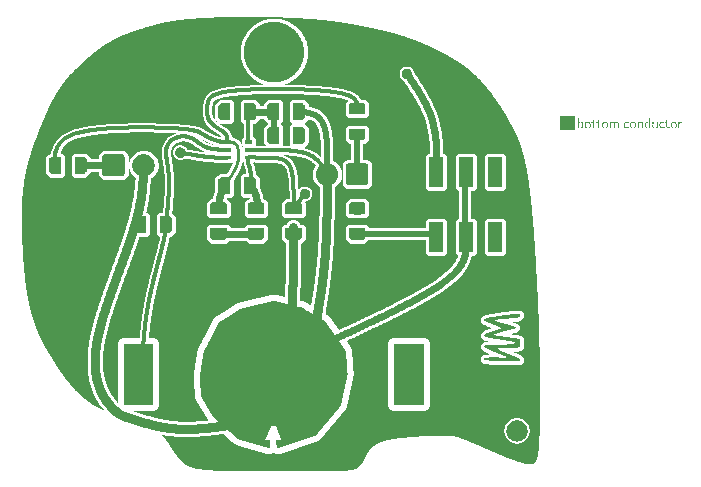
<source format=gbl>
G04 #@! TF.FileFunction,Copper,L2,Bot,Signal*

G04 leading zeros omitted (L); absolute data (A); 6 integer digits and 6 fractional digits *
%FSLAX66Y66*%

G04 mode (MO): millimeters (MM) *
%MOMM*%

G04 Aperture definitions *
%ADD10C,0.001X*%
%ADD11C,0.001X*%
%ADD20C,0.80X*%
%ADD22C,1.00X*%
%ADD24C,1.10X*%
%ADD23C,1.30X*%
%ADD26C,0.30X*%
%ADD27C,0.50X*%
%ADD21C,0.60X*%
%ADD28C,0.26X*%
%ADD25C,0.76X*%

%LPD*%
G36*
G01X0043186Y-15735451D02*
G01X0043186Y-15735451D01*
G01X0045832Y-15704095D01*
G01X0048586Y-15671533D01*
G01X0051454Y-15637792D01*
G01X0054441Y-15602894D01*
G01X0057551Y-15566863D01*
G01X0060789Y-15529726D01*
G01X0064160Y-15491505D01*
G01X0067670Y-15452224D01*
G01X0071323Y-15411909D01*
G01X0075124Y-15370584D01*
G01X0079077Y-15328272D01*
G01X0083189Y-15284998D01*
G01X0087464Y-15240787D01*
G01X0091907Y-15195662D01*
G01X0096522Y-15149648D01*
G01X0101316Y-15102770D01*
G01X0106291Y-15055051D01*
G01X0111455Y-15006516D01*
G01X0116811Y-14957189D01*
G01X0122364Y-14907094D01*
G01X0128120Y-14856256D01*
G01X0134083Y-14804700D01*
G01X0140259Y-14752448D01*
G01X0146652Y-14699526D01*
G01X0153267Y-14645958D01*
G01X0160109Y-14591768D01*
G01X0167183Y-14536980D01*
G01X0174494Y-14481620D01*
G01X0182047Y-14425710D01*
G01X0189847Y-14369276D01*
G01X0197899Y-14312341D01*
G01X0206207Y-14254930D01*
G01X0214777Y-14197068D01*
G01X0223614Y-14138778D01*
G01X0232722Y-14080084D01*
G01X0242107Y-14021012D01*
G01X0251773Y-13961585D01*
G01X0261726Y-13901828D01*
G01X0271970Y-13841765D01*
G01X0282510Y-13781421D01*
G01X0293351Y-13720818D01*
G01X0304498Y-13659983D01*
G01X0315957Y-13598939D01*
G01X0327731Y-13537710D01*
G01X0339827Y-13476321D01*
G01X0352248Y-13414796D01*
G01X0365000Y-13353159D01*
G01X0378088Y-13291435D01*
G01X0391517Y-13229648D01*
G01X0405291Y-13167822D01*
G01X0405291Y-13167822D01*
G01X0405291Y-13167822D01*
G01X0419414Y-13105977D01*
G01X0433880Y-13044121D01*
G01X0448684Y-12982255D01*
G01X0463816Y-12920384D01*
G01X0479271Y-12858511D01*
G01X0495042Y-12796640D01*
G01X0511120Y-12734774D01*
G01X0527499Y-12672916D01*
G01X0544173Y-12611071D01*
G01X0561132Y-12549242D01*
G01X0578372Y-12487431D01*
G01X0595884Y-12425644D01*
G01X0613662Y-12363882D01*
G01X0631697Y-12302150D01*
G01X0649984Y-12240451D01*
G01X0668515Y-12178789D01*
G01X0687283Y-12117167D01*
G01X0706280Y-12055589D01*
G01X0725500Y-11994058D01*
G01X0744936Y-11932577D01*
G01X0764580Y-11871151D01*
G01X0784425Y-11809782D01*
G01X0804464Y-11748474D01*
G01X0824690Y-11687231D01*
G01X0845097Y-11626056D01*
G01X0865676Y-11564953D01*
G01X0886420Y-11503924D01*
G01X0907324Y-11442975D01*
G01X0928378Y-11382107D01*
G01X0949577Y-11321325D01*
G01X0970913Y-11260632D01*
G01X0992379Y-11200032D01*
G01X1013968Y-11139528D01*
G01X1035673Y-11079123D01*
G01X1057486Y-11018821D01*
G01X1079401Y-10958627D01*
G01X1101411Y-10898542D01*
G01X1123507Y-10838570D01*
G01X1145684Y-10778716D01*
G01X1167934Y-10718982D01*
G01X1190250Y-10659373D01*
G01X1212624Y-10599891D01*
G01X1235051Y-10540540D01*
G01X1257521Y-10481323D01*
G01X1280030Y-10422245D01*
G01X1302568Y-10363308D01*
G01X1325130Y-10304516D01*
G01X1347708Y-10245873D01*
G01X1370294Y-10187382D01*
G01X1392883Y-10129046D01*
G01X1392883Y-10129046D01*
G01X1392883Y-10129046D01*
G01X1415468Y-10070868D01*
G01X1438049Y-10012851D01*
G01X1460627Y-9954998D01*
G01X1483203Y-9897313D01*
G01X1505777Y-9839798D01*
G01X1528350Y-9782458D01*
G01X1550923Y-9725297D01*
G01X1573496Y-9668317D01*
G01X1596071Y-9611522D01*
G01X1618647Y-9554916D01*
G01X1641226Y-9498502D01*
G01X1663809Y-9442284D01*
G01X1686396Y-9386266D01*
G01X1708987Y-9330450D01*
G01X1731584Y-9274840D01*
G01X1754187Y-9219440D01*
G01X1776798Y-9164254D01*
G01X1799416Y-9109285D01*
G01X1822042Y-9054536D01*
G01X1844678Y-9000011D01*
G01X1867323Y-8945713D01*
G01X1889979Y-8891647D01*
G01X1912647Y-8837815D01*
G01X1935326Y-8784221D01*
G01X1958018Y-8730868D01*
G01X1980724Y-8677761D01*
G01X2003444Y-8624903D01*
G01X2026178Y-8572296D01*
G01X2048929Y-8519945D01*
G01X2071696Y-8467854D01*
G01X2094479Y-8416025D01*
G01X2117281Y-8364462D01*
G01X2140101Y-8313170D01*
G01X2162941Y-8262150D01*
G01X2185800Y-8211407D01*
G01X2208680Y-8160945D01*
G01X2231581Y-8110767D01*
G01X2254505Y-8060876D01*
G01X2277451Y-8011275D01*
G01X2300421Y-7961970D01*
G01X2323416Y-7912962D01*
G01X2346435Y-7864256D01*
G01X2369480Y-7815854D01*
G01X2392551Y-7767762D01*
G01X2415650Y-7719981D01*
G01X2438777Y-7672516D01*
G01X2461932Y-7625370D01*
G01X2485116Y-7578547D01*
G01X2508331Y-7532050D01*
G01X2531576Y-7485882D01*
G01X2531576Y-7485882D01*
G01X2531576Y-7485882D01*
G01X2566492Y-7417269D01*
G01X2601453Y-7349435D01*
G01X2636449Y-7282382D01*
G01X2671473Y-7216113D01*
G01X2706516Y-7150629D01*
G01X2741570Y-7085932D01*
G01X2776626Y-7022025D01*
G01X2811676Y-6958909D01*
G01X2846713Y-6896586D01*
G01X2881727Y-6835058D01*
G01X2916710Y-6774328D01*
G01X2951653Y-6714397D01*
G01X2986550Y-6655268D01*
G01X3021390Y-6596941D01*
G01X3056166Y-6539420D01*
G01X3090870Y-6482707D01*
G01X3125493Y-6426802D01*
G01X3160027Y-6371709D01*
G01X3194463Y-6317429D01*
G01X3228793Y-6263964D01*
G01X3263009Y-6211317D01*
G01X3297103Y-6159489D01*
G01X3331066Y-6108482D01*
G01X3364889Y-6058298D01*
G01X3398565Y-6008939D01*
G01X3432085Y-5960408D01*
G01X3465441Y-5912706D01*
G01X3498624Y-5865835D01*
G01X3531627Y-5819798D01*
G01X3564440Y-5774596D01*
G01X3597056Y-5730231D01*
G01X3629466Y-5686705D01*
G01X3661661Y-5644020D01*
G01X3672344Y-5629979D01*
G01X3672344Y-5629979D01*
G01X3714829Y-5574747D01*
G01X3756962Y-5520934D01*
G01X3798809Y-5468436D01*
G01X3840433Y-5417149D01*
G01X3881898Y-5366970D01*
G01X3923269Y-5317795D01*
G01X3964608Y-5269520D01*
G01X4005981Y-5222042D01*
G01X4047451Y-5175256D01*
G01X4089082Y-5129059D01*
G01X4130938Y-5083347D01*
G01X4173083Y-5038016D01*
G01X4215582Y-4992963D01*
G01X4258498Y-4948083D01*
G01X4301895Y-4903273D01*
G01X4345837Y-4858430D01*
G01X4390388Y-4813448D01*
G01X4435613Y-4768226D01*
G01X4481575Y-4722658D01*
G01X4528338Y-4676641D01*
G01X4575967Y-4630071D01*
G01X4624524Y-4582845D01*
G01X4674075Y-4534858D01*
G01X4724684Y-4486008D01*
G01X4776413Y-4436189D01*
G01X4776413Y-4436189D01*
G01X4776413Y-4436189D01*
G01X4815980Y-4398137D01*
G01X4856205Y-4359506D01*
G01X4897070Y-4320327D01*
G01X4938562Y-4280630D01*
G01X4980663Y-4240444D01*
G01X5023359Y-4199801D01*
G01X5066634Y-4158729D01*
G01X5110472Y-4117259D01*
G01X5154857Y-4075422D01*
G01X5199775Y-4033247D01*
G01X5245208Y-3990764D01*
G01X5291142Y-3948004D01*
G01X5337561Y-3904996D01*
G01X5384450Y-3861770D01*
G01X5431792Y-3818358D01*
G01X5479572Y-3774788D01*
G01X5527774Y-3731091D01*
G01X5576383Y-3687297D01*
G01X5625383Y-3643436D01*
G01X5674758Y-3599539D01*
G01X5724494Y-3555634D01*
G01X5774573Y-3511753D01*
G01X5824981Y-3467925D01*
G01X5875701Y-3424181D01*
G01X5926719Y-3380550D01*
G01X5978018Y-3337063D01*
G01X6029584Y-3293750D01*
G01X6081399Y-3250641D01*
G01X6133449Y-3207766D01*
G01X6185718Y-3165154D01*
G01X6238190Y-3122837D01*
G01X6290850Y-3080844D01*
G01X6343682Y-3039206D01*
G01X6361328Y-3025410D01*
G01X6361328Y-3025410D01*
G01X6414369Y-2984284D01*
G01X6467560Y-2943549D01*
G01X6520895Y-2903209D01*
G01X6574366Y-2863266D01*
G01X6627968Y-2823721D01*
G01X6681693Y-2784578D01*
G01X6735534Y-2745838D01*
G01X6789486Y-2707504D01*
G01X6843541Y-2669578D01*
G01X6897693Y-2632062D01*
G01X6951935Y-2594960D01*
G01X7006260Y-2558272D01*
G01X7060662Y-2522002D01*
G01X7115134Y-2486152D01*
G01X7169669Y-2450723D01*
G01X7224262Y-2415719D01*
G01X7278904Y-2381142D01*
G01X7333589Y-2346994D01*
G01X7388312Y-2313277D01*
G01X7443064Y-2279994D01*
G01X7497840Y-2247146D01*
G01X7552633Y-2214737D01*
G01X7607435Y-2182769D01*
G01X7662241Y-2151243D01*
G01X7717044Y-2120163D01*
G01X7771837Y-2089530D01*
G01X7826613Y-2059347D01*
G01X7881366Y-2029617D01*
G01X7936089Y-2000340D01*
G01X7990775Y-1971521D01*
G01X8045418Y-1943161D01*
G01X8100011Y-1915262D01*
G01X8154548Y-1887827D01*
G01X8172713Y-1878785D01*
G01X8172713Y-1878785D01*
G01X8227165Y-1851970D01*
G01X8281569Y-1825604D01*
G01X8335953Y-1799669D01*
G01X8390344Y-1774145D01*
G01X8444769Y-1749012D01*
G01X8499257Y-1724251D01*
G01X8553834Y-1699843D01*
G01X8608528Y-1675769D01*
G01X8663365Y-1652008D01*
G01X8718374Y-1628541D01*
G01X8773582Y-1605349D01*
G01X8829016Y-1582412D01*
G01X8884703Y-1559711D01*
G01X8940672Y-1537226D01*
G01X8996948Y-1514939D01*
G01X9053560Y-1492829D01*
G01X9110536Y-1470877D01*
G01X9167901Y-1449063D01*
G01X9225685Y-1427369D01*
G01X9283913Y-1405774D01*
G01X9342614Y-1384259D01*
G01X9401815Y-1362805D01*
G01X9461543Y-1341393D01*
G01X9521825Y-1320002D01*
G01X9582690Y-1298613D01*
G01X9644164Y-1277208D01*
G01X9706275Y-1255765D01*
G01X9769049Y-1234267D01*
G01X9832515Y-1212693D01*
G01X9896700Y-1191025D01*
G01X9961631Y-1169242D01*
G01X10027336Y-1147325D01*
G01X10093842Y-1125254D01*
G01X10116193Y-1117860D01*
G01X10116193Y-1117860D01*
G01X10161174Y-1103013D01*
G01X10206522Y-1088093D01*
G01X10252233Y-1073107D01*
G01X10298302Y-1058061D01*
G01X10344726Y-1042961D01*
G01X10391500Y-1027814D01*
G01X10438618Y-1012627D01*
G01X10486077Y-0997407D01*
G01X10533872Y-0982159D01*
G01X10581998Y-0966890D01*
G01X10630452Y-0951607D01*
G01X10679228Y-0936316D01*
G01X10728322Y-0921025D01*
G01X10777729Y-0905739D01*
G01X10827446Y-0890464D01*
G01X10877467Y-0875209D01*
G01X10927788Y-0859978D01*
G01X10978405Y-0844779D01*
G01X11029312Y-0829618D01*
G01X11080506Y-0814502D01*
G01X11131982Y-0799436D01*
G01X11183736Y-0784429D01*
G01X11235762Y-0769486D01*
G01X11288057Y-0754614D01*
G01X11340616Y-0739819D01*
G01X11393435Y-0725108D01*
G01X11446508Y-0710487D01*
G01X11499832Y-0695964D01*
G01X11553402Y-0681543D01*
G01X11607213Y-0667233D01*
G01X11661261Y-0653040D01*
G01X11715542Y-0638970D01*
G01X11770050Y-0625029D01*
G01X11824782Y-0611224D01*
G01X11879733Y-0597563D01*
G01X11934898Y-0584050D01*
G01X11990274Y-0570693D01*
G01X12045854Y-0557499D01*
G01X12101636Y-0544474D01*
G01X12157614Y-0531623D01*
G01X12213784Y-0518955D01*
G01X12270141Y-0506476D01*
G01X12326681Y-0494191D01*
G01X12383399Y-0482108D01*
G01X12440292Y-0470234D01*
G01X12497353Y-0458573D01*
G01X12554580Y-0447134D01*
G01X12611967Y-0435923D01*
G01X12669510Y-0424946D01*
G01X12727204Y-0414210D01*
G01X12727204Y-0414210D01*
G01X12727204Y-0414210D01*
G01X12785045Y-0403719D01*
G01X12843029Y-0393471D01*
G01X12901147Y-0383462D01*
G01X12959394Y-0373688D01*
G01X13017763Y-0364144D01*
G01X13076247Y-0354828D01*
G01X13134839Y-0345735D01*
G01X13193534Y-0336861D01*
G01X13252324Y-0328202D01*
G01X13311203Y-0319755D01*
G01X13370163Y-0311514D01*
G01X13429200Y-0303478D01*
G01X13488305Y-0295640D01*
G01X13547472Y-0287998D01*
G01X13606695Y-0280548D01*
G01X13665966Y-0273285D01*
G01X13725281Y-0266205D01*
G01X13784630Y-0259306D01*
G01X13844009Y-0252582D01*
G01X13903410Y-0246030D01*
G01X13962827Y-0239645D01*
G01X14022253Y-0233425D01*
G01X14081682Y-0227364D01*
G01X14141107Y-0221460D01*
G01X14200520Y-0215708D01*
G01X14259917Y-0210103D01*
G01X14319289Y-0204643D01*
G01X14378631Y-0199323D01*
G01X14437936Y-0194139D01*
G01X14497196Y-0189088D01*
G01X14556406Y-0184165D01*
G01X14615559Y-0179366D01*
G01X14674648Y-0174688D01*
G01X14733667Y-0170126D01*
G01X14792609Y-0165677D01*
G01X14851467Y-0161336D01*
G01X14910235Y-0157101D01*
G01X14968905Y-0152966D01*
G01X15027472Y-0148927D01*
G01X15085929Y-0144982D01*
G01X15144270Y-0141125D01*
G01X15202486Y-0137353D01*
G01X15260573Y-0133663D01*
G01X15318523Y-0130049D01*
G01X15376329Y-0126509D01*
G01X15433986Y-0123037D01*
G01X15491485Y-0119631D01*
G01X15548822Y-0116286D01*
G01X15605989Y-0112998D01*
G01X15662979Y-0109764D01*
G01X15662979Y-0109764D01*
G01X15662979Y-0109764D01*
G01X15719788Y-0106580D01*
G01X15776418Y-0103445D01*
G01X15832871Y-0100359D01*
G01X15889148Y-0097322D01*
G01X15945254Y-0094335D01*
G01X16001189Y-0091396D01*
G01X16056956Y-0088505D01*
G01X16112558Y-0085664D01*
G01X16167997Y-0082871D01*
G01X16223274Y-0080126D01*
G01X16278394Y-0077430D01*
G01X16333357Y-0074782D01*
G01X16388167Y-0072182D01*
G01X16442825Y-0069630D01*
G01X16497333Y-0067126D01*
G01X16551696Y-0064670D01*
G01X16605913Y-0062262D01*
G01X16659989Y-0059902D01*
G01X16713924Y-0057589D01*
G01X16767722Y-0055323D01*
G01X16821385Y-0053105D01*
G01X16874916Y-0050934D01*
G01X16928316Y-0048811D01*
G01X16981587Y-0046734D01*
G01X17034733Y-0044705D01*
G01X17087756Y-0042722D01*
G01X17140657Y-0040786D01*
G01X17193439Y-0038897D01*
G01X17246106Y-0037055D01*
G01X17298658Y-0035259D01*
G01X17351098Y-0033510D01*
G01X17403428Y-0031806D01*
G01X17455652Y-0030149D01*
G01X17507771Y-0028539D01*
G01X17559787Y-0026974D01*
G01X17611704Y-0025455D01*
G01X17663522Y-0023982D01*
G01X17715245Y-0022555D01*
G01X17766875Y-0021173D01*
G01X17818415Y-0019837D01*
G01X17869865Y-0018546D01*
G01X17921230Y-0017301D01*
G01X17972511Y-0016101D01*
G01X18023710Y-0014946D01*
G01X18074831Y-0013836D01*
G01X18125874Y-0012772D01*
G01X18176844Y-0011752D01*
G01X18227741Y-0010776D01*
G01X18278568Y-0009846D01*
G01X18329328Y-0008960D01*
G01X18329328Y-0008960D01*
G01X18329328Y-0008960D01*
G01X18380024Y-0008118D01*
G01X18430658Y-0007320D01*
G01X18481232Y-0006566D01*
G01X18531747Y-0005855D01*
G01X18582206Y-0005187D01*
G01X18632610Y-0004562D01*
G01X18682961Y-0003978D01*
G01X18733260Y-0003437D01*
G01X18783508Y-0002936D01*
G01X18833709Y-0002476D01*
G01X18883862Y-0002057D01*
G01X18933970Y-0001678D01*
G01X18984035Y-0001339D01*
G01X19034058Y-0001039D01*
G01X19084040Y-0000777D01*
G01X19133984Y-0000555D01*
G01X19183891Y-0000370D01*
G01X19233762Y-0000223D01*
G01X19283600Y-0000114D01*
G01X19333406Y-0000041D01*
G01X19383181Y-0000005D01*
G01X19432927Y-0000005D01*
G01X19482647Y-0000041D01*
G01X19532341Y-0000112D01*
G01X19582011Y-0000218D01*
G01X19631658Y-0000358D01*
G01X19681285Y-0000533D01*
G01X19730894Y-0000741D01*
G01X19780485Y-0000983D01*
G01X19830060Y-0001258D01*
G01X19879621Y-0001565D01*
G01X19929170Y-0001904D01*
G01X19978708Y-0002275D01*
G01X20028237Y-0002678D01*
G01X20077759Y-0003111D01*
G01X20127274Y-0003575D01*
G01X20176786Y-0004070D01*
G01X20226295Y-0004594D01*
G01X20275803Y-0005147D01*
G01X20325312Y-0005729D01*
G01X20374823Y-0006340D01*
G01X20424339Y-0006979D01*
G01X20473860Y-0007646D01*
G01X20523388Y-0008341D01*
G01X20572925Y-0009062D01*
G01X20622473Y-0009810D01*
G01X20672033Y-0010584D01*
G01X20721607Y-0011384D01*
G01X20771196Y-0012210D01*
G01X20820803Y-0013060D01*
G01X20820803Y-0013060D01*
G01X20820803Y-0013060D01*
G01X20870430Y-0013937D01*
G01X20920084Y-0014838D01*
G01X20969772Y-0015766D01*
G01X21019499Y-0016721D01*
G01X21069272Y-0017703D01*
G01X21119097Y-0018714D01*
G01X21168981Y-0019753D01*
G01X21218929Y-0020822D01*
G01X21268948Y-0021921D01*
G01X21319045Y-0023051D01*
G01X21369225Y-0024213D01*
G01X21419495Y-0025407D01*
G01X21469862Y-0026634D01*
G01X21520330Y-0027894D01*
G01X21570908Y-0029189D01*
G01X21621600Y-0030519D01*
G01X21672414Y-0031885D01*
G01X21723355Y-0033288D01*
G01X21774430Y-0034727D01*
G01X21825646Y-0036204D01*
G01X21877007Y-0037720D01*
G01X21928522Y-0039275D01*
G01X21980195Y-0040870D01*
G01X22032034Y-0042506D01*
G01X22084045Y-0044183D01*
G01X22136233Y-0045901D01*
G01X22188605Y-0047663D01*
G01X22241168Y-0049468D01*
G01X22293928Y-0051317D01*
G01X22346891Y-0053210D01*
G01X22400063Y-0055149D01*
G01X22453450Y-0057134D01*
G01X22507060Y-0059166D01*
G01X22560897Y-0061246D01*
G01X22614969Y-0063373D01*
G01X22669282Y-0065550D01*
G01X22723842Y-0067776D01*
G01X22778655Y-0070052D01*
G01X22833728Y-0072380D01*
G01X22889066Y-0074759D01*
G01X22944677Y-0077190D01*
G01X23000566Y-0079674D01*
G01X23056740Y-0082212D01*
G01X23113205Y-0084805D01*
G01X23169967Y-0087452D01*
G01X23227033Y-0090155D01*
G01X23284409Y-0092915D01*
G01X23342101Y-0095732D01*
G01X23400115Y-0098607D01*
G01X23458458Y-0101540D01*
G01X23458458Y-0101540D01*
G01X23458458Y-0101540D01*
G01X23517133Y-0104533D01*
G01X23576128Y-0107585D01*
G01X23635428Y-0110696D01*
G01X23695017Y-0113868D01*
G01X23754879Y-0117100D01*
G01X23814998Y-0120393D01*
G01X23875359Y-0123746D01*
G01X23935946Y-0127161D01*
G01X23996744Y-0130637D01*
G01X24057736Y-0134174D01*
G01X24118907Y-0137774D01*
G01X24180242Y-0141435D01*
G01X24241724Y-0145159D01*
G01X24303338Y-0148946D01*
G01X24365067Y-0152795D01*
G01X24426898Y-0156708D01*
G01X24488813Y-0160684D01*
G01X24550797Y-0164724D01*
G01X24612834Y-0168828D01*
G01X24674908Y-0172996D01*
G01X24737005Y-0177228D01*
G01X24799108Y-0181525D01*
G01X24861201Y-0185888D01*
G01X24923269Y-0190315D01*
G01X24985296Y-0194808D01*
G01X25047266Y-0199367D01*
G01X25109164Y-0203992D01*
G01X25170973Y-0208683D01*
G01X25232679Y-0213440D01*
G01X25294266Y-0218265D01*
G01X25355717Y-0223157D01*
G01X25417017Y-0228116D01*
G01X25478150Y-0233142D01*
G01X25539102Y-0238237D01*
G01X25599855Y-0243399D01*
G01X25660394Y-0248630D01*
G01X25720704Y-0253930D01*
G01X25780768Y-0259298D01*
G01X25840572Y-0264736D01*
G01X25900099Y-0270243D01*
G01X25959334Y-0275820D01*
G01X26018260Y-0281467D01*
G01X26076863Y-0287184D01*
G01X26135127Y-0292971D01*
G01X26193035Y-0298830D01*
G01X26250572Y-0304759D01*
G01X26307723Y-0310759D01*
G01X26364472Y-0316831D01*
G01X26420802Y-0322975D01*
G01X26476699Y-0329191D01*
G01X26476699Y-0329191D01*
G01X26476699Y-0329191D01*
G01X26532171Y-0335483D01*
G01X26587250Y-0341854D01*
G01X26641951Y-0348306D01*
G01X26696292Y-0354838D01*
G01X26750287Y-0361452D01*
G01X26803955Y-0368146D01*
G01X26857311Y-0374923D01*
G01X26910371Y-0381782D01*
G01X26963153Y-0388723D01*
G01X27015672Y-0395748D01*
G01X27067944Y-0402856D01*
G01X27119987Y-0410048D01*
G01X27171817Y-0417324D01*
G01X27223449Y-0424685D01*
G01X27274901Y-0432131D01*
G01X27326189Y-0439663D01*
G01X27377329Y-0447280D01*
G01X27428338Y-0454985D01*
G01X27479231Y-0462776D01*
G01X27530026Y-0470654D01*
G01X27580739Y-0478619D01*
G01X27631386Y-0486673D01*
G01X27681984Y-0494816D01*
G01X27732548Y-0503047D01*
G01X27783096Y-0511367D01*
G01X27833644Y-0519778D01*
G01X27884207Y-0528278D01*
G01X27934804Y-0536869D01*
G01X27985449Y-0545551D01*
G01X28036160Y-0554324D01*
G01X28086952Y-0563189D01*
G01X28137843Y-0572146D01*
G01X28188848Y-0581196D01*
G01X28239984Y-0590339D01*
G01X28291267Y-0599575D01*
G01X28342715Y-0608905D01*
G01X28394342Y-0618330D01*
G01X28446166Y-0627849D01*
G01X28498202Y-0637463D01*
G01X28550468Y-0647173D01*
G01X28602980Y-0656978D01*
G01X28655754Y-0666880D01*
G01X28708807Y-0676879D01*
G01X28762154Y-0686975D01*
G01X28815813Y-0697169D01*
G01X28869799Y-0707460D01*
G01X28924129Y-0717850D01*
G01X28978820Y-0728339D01*
G01X29033888Y-0738927D01*
G01X29089349Y-0749615D01*
G01X29089349Y-0749615D01*
G01X29089349Y-0749615D01*
G01X29145226Y-0760405D01*
G01X29201520Y-0771300D01*
G01X29258219Y-0782302D01*
G01X29315310Y-0793411D01*
G01X29372779Y-0804629D01*
G01X29430615Y-0815957D01*
G01X29488803Y-0827396D01*
G01X29547331Y-0838948D01*
G01X29606187Y-0850614D01*
G01X29665356Y-0862395D01*
G01X29724826Y-0874293D01*
G01X29784585Y-0886308D01*
G01X29844618Y-0898441D01*
G01X29904914Y-0910695D01*
G01X29965459Y-0923070D01*
G01X30026240Y-0935568D01*
G01X30087244Y-0948189D01*
G01X30148458Y-0960936D01*
G01X30209870Y-0973808D01*
G01X30271466Y-0986809D01*
G01X30333234Y-0999938D01*
G01X30395160Y-1013196D01*
G01X30457231Y-1026587D01*
G01X30519435Y-1040109D01*
G01X30581758Y-1053766D01*
G01X30644188Y-1067557D01*
G01X30706712Y-1081484D01*
G01X30769316Y-1095549D01*
G01X30831987Y-1109753D01*
G01X30894714Y-1124097D01*
G01X30957482Y-1138581D01*
G01X31020278Y-1153208D01*
G01X31083091Y-1167979D01*
G01X31145906Y-1182895D01*
G01X31208712Y-1197957D01*
G01X31271494Y-1213166D01*
G01X31334240Y-1228524D01*
G01X31396937Y-1244031D01*
G01X31459571Y-1259690D01*
G01X31522131Y-1275501D01*
G01X31584603Y-1291466D01*
G01X31646974Y-1307585D01*
G01X31709231Y-1323861D01*
G01X31771361Y-1340294D01*
G01X31833352Y-1356885D01*
G01X31895189Y-1373636D01*
G01X31956861Y-1390549D01*
G01X32018354Y-1407623D01*
G01X32079656Y-1424861D01*
G01X32140753Y-1442264D01*
G01X32140753Y-1442264D01*
G01X32140753Y-1442264D01*
G01X32201645Y-1459836D01*
G01X32262346Y-1477584D01*
G01X32322866Y-1495507D01*
G01X32383213Y-1513608D01*
G01X32443394Y-1531889D01*
G01X32503419Y-1550351D01*
G01X32563295Y-1568996D01*
G01X32623032Y-1587825D01*
G01X32682637Y-1606840D01*
G01X32742120Y-1626042D01*
G01X32801488Y-1645434D01*
G01X32860750Y-1665016D01*
G01X32919915Y-1684791D01*
G01X32978990Y-1704759D01*
G01X33037985Y-1724923D01*
G01X33096907Y-1745284D01*
G01X33155766Y-1765844D01*
G01X33214569Y-1786605D01*
G01X33273325Y-1807567D01*
G01X33332042Y-1828733D01*
G01X33390730Y-1850103D01*
G01X33449395Y-1871681D01*
G01X33508048Y-1893467D01*
G01X33566695Y-1915463D01*
G01X33625347Y-1937670D01*
G01X33684010Y-1960091D01*
G01X33742694Y-1982726D01*
G01X33801406Y-2005577D01*
G01X33860156Y-2028647D01*
G01X33918952Y-2051936D01*
G01X33977802Y-2075446D01*
G01X34036714Y-2099179D01*
G01X34095698Y-2123136D01*
G01X34154761Y-2147320D01*
G01X34213912Y-2171730D01*
G01X34273159Y-2196370D01*
G01X34332512Y-2221241D01*
G01X34391977Y-2246344D01*
G01X34451564Y-2271681D01*
G01X34511281Y-2297253D01*
G01X34571137Y-2323063D01*
G01X34631139Y-2349111D01*
G01X34691297Y-2375400D01*
G01X34751619Y-2401931D01*
G01X34812113Y-2428705D01*
G01X34872788Y-2455724D01*
G01X34933652Y-2482990D01*
G01X34994713Y-2510505D01*
G01X35055981Y-2538269D01*
G01X35117462Y-2566285D01*
G01X35117462Y-2566285D01*
G01X35117462Y-2566285D01*
G01X35179168Y-2594556D01*
G01X35241093Y-2623086D01*
G01X35303224Y-2651875D01*
G01X35365547Y-2680925D01*
G01X35428049Y-2710237D01*
G01X35490716Y-2739813D01*
G01X35553535Y-2769655D01*
G01X35616492Y-2799762D01*
G01X35679573Y-2830137D01*
G01X35742766Y-2860781D01*
G01X35806056Y-2891695D01*
G01X35869431Y-2922881D01*
G01X35932876Y-2954339D01*
G01X35996379Y-2986072D01*
G01X36059925Y-3018080D01*
G01X36123501Y-3050365D01*
G01X36187094Y-3082928D01*
G01X36250690Y-3115770D01*
G01X36314276Y-3148893D01*
G01X36377838Y-3182298D01*
G01X36441362Y-3215987D01*
G01X36504836Y-3249960D01*
G01X36568245Y-3284219D01*
G01X36631576Y-3318765D01*
G01X36694816Y-3353600D01*
G01X36757951Y-3388725D01*
G01X36820967Y-3424142D01*
G01X36883852Y-3459850D01*
G01X36946591Y-3495853D01*
G01X37009171Y-3532151D01*
G01X37071579Y-3568745D01*
G01X37133801Y-3605637D01*
G01X37195824Y-3642828D01*
G01X37257633Y-3680320D01*
G01X37319216Y-3718113D01*
G01X37380559Y-3756209D01*
G01X37441649Y-3794610D01*
G01X37502471Y-3833317D01*
G01X37563014Y-3872330D01*
G01X37623262Y-3911652D01*
G01X37683202Y-3951283D01*
G01X37742822Y-3991225D01*
G01X37802107Y-4031480D01*
G01X37861045Y-4072048D01*
G01X37919620Y-4112931D01*
G01X37977821Y-4154130D01*
G01X38035633Y-4195647D01*
G01X38093043Y-4237482D01*
G01X38150038Y-4279638D01*
G01X38206603Y-4322115D01*
G01X38206603Y-4322115D01*
G01X38206603Y-4322115D01*
G01X38262734Y-4364919D01*
G01X38318436Y-4408052D01*
G01X38373712Y-4451505D01*
G01X38428563Y-4495273D01*
G01X38482994Y-4539349D01*
G01X38537005Y-4583727D01*
G01X38590601Y-4628400D01*
G01X38643783Y-4673360D01*
G01X38696554Y-4718603D01*
G01X38748917Y-4764120D01*
G01X38800875Y-4809906D01*
G01X38852429Y-4855954D01*
G01X38903583Y-4902257D01*
G01X38954339Y-4948808D01*
G01X39004700Y-4995601D01*
G01X39054668Y-5042630D01*
G01X39104247Y-5089888D01*
G01X39153438Y-5137368D01*
G01X39202244Y-5185063D01*
G01X39250668Y-5232967D01*
G01X39298712Y-5281074D01*
G01X39346379Y-5329377D01*
G01X39393672Y-5377868D01*
G01X39440594Y-5426542D01*
G01X39487146Y-5475392D01*
G01X39533332Y-5524412D01*
G01X39579153Y-5573594D01*
G01X39624614Y-5622932D01*
G01X39669715Y-5672419D01*
G01X39714461Y-5722050D01*
G01X39758853Y-5771817D01*
G01X39802894Y-5821713D01*
G01X39846587Y-5871733D01*
G01X39889934Y-5921869D01*
G01X39932938Y-5972115D01*
G01X39975602Y-6022464D01*
G01X40017928Y-6072909D01*
G01X40059918Y-6123445D01*
G01X40101576Y-6174064D01*
G01X40142904Y-6224760D01*
G01X40183904Y-6275527D01*
G01X40224580Y-6326357D01*
G01X40264933Y-6377243D01*
G01X40304967Y-6428181D01*
G01X40344684Y-6479162D01*
G01X40384086Y-6530180D01*
G01X40423177Y-6581228D01*
G01X40461958Y-6632301D01*
G01X40500433Y-6683391D01*
G01X40538604Y-6734492D01*
G01X40538604Y-6734492D01*
G01X40538604Y-6734492D01*
G01X40576477Y-6785602D01*
G01X40614060Y-6836727D01*
G01X40651361Y-6887873D01*
G01X40688386Y-6939045D01*
G01X40725142Y-6990249D01*
G01X40761636Y-7041491D01*
G01X40797874Y-7092775D01*
G01X40833865Y-7144107D01*
G01X40869613Y-7195493D01*
G01X40905127Y-7246938D01*
G01X40940413Y-7298448D01*
G01X40975478Y-7350028D01*
G01X41010329Y-7401683D01*
G01X41044973Y-7453420D01*
G01X41079415Y-7505243D01*
G01X41113665Y-7557158D01*
G01X41147727Y-7609170D01*
G01X41181609Y-7661286D01*
G01X41215318Y-7713510D01*
G01X41248860Y-7765847D01*
G01X41282243Y-7818305D01*
G01X41315474Y-7870886D01*
G01X41348558Y-7923599D01*
G01X41381503Y-7976447D01*
G01X41414316Y-8029436D01*
G01X41447004Y-8082572D01*
G01X41479573Y-8135860D01*
G01X41512031Y-8189306D01*
G01X41544384Y-8242915D01*
G01X41576638Y-8296693D01*
G01X41608802Y-8350644D01*
G01X41640881Y-8404776D01*
G01X41672882Y-8459092D01*
G01X41704813Y-8513599D01*
G01X41736680Y-8568301D01*
G01X41768490Y-8623206D01*
G01X41800250Y-8678317D01*
G01X41831966Y-8733640D01*
G01X41863646Y-8789182D01*
G01X41895296Y-8844947D01*
G01X41926924Y-8900940D01*
G01X41958535Y-8957168D01*
G01X41990137Y-9013636D01*
G01X42021737Y-9070349D01*
G01X42053341Y-9127313D01*
G01X42084957Y-9184532D01*
G01X42116591Y-9242014D01*
G01X42148250Y-9299763D01*
G01X42179940Y-9357784D01*
G01X42211670Y-9416083D01*
G01X42211670Y-9416083D01*
G01X42211670Y-9416083D01*
G01X42227550Y-9445339D01*
G01X42243440Y-9474673D01*
G01X42259338Y-9504094D01*
G01X42275243Y-9533612D01*
G01X42291155Y-9563235D01*
G01X42307072Y-9592972D01*
G01X42322993Y-9622834D01*
G01X42338918Y-9652828D01*
G01X42354844Y-9682965D01*
G01X42370772Y-9713253D01*
G01X42386700Y-9743701D01*
G01X42402628Y-9774320D01*
G01X42418553Y-9805117D01*
G01X42434476Y-9836102D01*
G01X42450394Y-9867285D01*
G01X42466308Y-9898673D01*
G01X42482216Y-9930278D01*
G01X42498118Y-9962107D01*
G01X42514011Y-9994170D01*
G01X42529896Y-10026476D01*
G01X42545770Y-10059035D01*
G01X42561634Y-10091855D01*
G01X42577485Y-10124946D01*
G01X42593324Y-10158316D01*
G01X42609149Y-10191975D01*
G01X42624959Y-10225933D01*
G01X42640753Y-10260198D01*
G01X42656530Y-10294779D01*
G01X42672289Y-10329686D01*
G01X42688029Y-10364928D01*
G01X42703748Y-10400514D01*
G01X42719447Y-10436453D01*
G01X42735124Y-10472754D01*
G01X42750778Y-10509427D01*
G01X42766408Y-10546481D01*
G01X42782012Y-10583925D01*
G01X42797591Y-10621767D01*
G01X42813142Y-10660018D01*
G01X42828666Y-10698687D01*
G01X42844160Y-10737781D01*
G01X42859624Y-10777312D01*
G01X42875057Y-10817288D01*
G01X42890458Y-10857717D01*
G01X42905826Y-10898610D01*
G01X42921159Y-10939976D01*
G01X42936458Y-10981823D01*
G01X42951720Y-11024161D01*
G01X42966945Y-11066999D01*
G01X42982131Y-11110346D01*
G01X42997279Y-11154211D01*
G01X43012386Y-11198604D01*
G01X43027452Y-11243533D01*
G01X43042476Y-11289009D01*
G01X43057456Y-11335039D01*
G01X43072392Y-11381634D01*
G01X43087283Y-11428802D01*
G01X43102128Y-11476552D01*
G01X43116925Y-11524895D01*
G01X43131674Y-11573838D01*
G01X43146373Y-11623391D01*
G01X43161023Y-11673563D01*
G01X43175620Y-11724364D01*
G01X43190166Y-11775803D01*
G01X43204658Y-11827888D01*
G01X43219096Y-11880629D01*
G01X43233478Y-11934035D01*
G01X43247804Y-11988116D01*
G01X43262072Y-12042880D01*
G01X43276282Y-12098337D01*
G01X43290433Y-12154495D01*
G01X43304523Y-12211364D01*
G01X43318551Y-12268954D01*
G01X43332518Y-12327273D01*
G01X43346420Y-12386330D01*
G01X43360258Y-12446136D01*
G01X43374031Y-12506698D01*
G01X43387737Y-12568026D01*
G01X43401375Y-12630129D01*
G01X43414945Y-12693016D01*
G01X43428446Y-12756697D01*
G01X43441875Y-12821181D01*
G01X43455234Y-12886477D01*
G01X43468519Y-12952594D01*
G01X43481731Y-13019541D01*
G01X43494869Y-13087328D01*
G01X43507930Y-13155963D01*
G01X43520915Y-13225456D01*
G01X43533823Y-13295815D01*
G01X43546652Y-13367051D01*
G01X43559401Y-13439172D01*
G01X43572069Y-13512188D01*
G01X43584656Y-13586108D01*
G01X43597160Y-13660940D01*
G01X43609580Y-13736694D01*
G01X43621916Y-13813379D01*
G01X43634165Y-13891005D01*
G01X43646328Y-13969580D01*
G01X43658404Y-14049114D01*
G01X43670390Y-14129615D01*
G01X43682287Y-14211094D01*
G01X43682287Y-14211094D01*
G01X43682287Y-14211094D01*
G01X43694093Y-14293553D01*
G01X43705807Y-14376977D01*
G01X43717431Y-14461345D01*
G01X43728964Y-14546638D01*
G01X43740407Y-14632835D01*
G01X43751759Y-14719915D01*
G01X43763022Y-14807860D01*
G01X43774194Y-14896648D01*
G01X43785278Y-14986260D01*
G01X43796271Y-15076675D01*
G01X43807176Y-15167873D01*
G01X43817993Y-15259834D01*
G01X43828720Y-15352539D01*
G01X43839359Y-15445966D01*
G01X43849910Y-15540095D01*
G01X43860374Y-15634907D01*
G01X43870749Y-15730382D01*
G01X43881038Y-15826498D01*
G01X43891239Y-15923237D01*
G01X43901353Y-16020577D01*
G01X43911381Y-16118499D01*
G01X43921322Y-16216983D01*
G01X43931177Y-16316008D01*
G01X43940946Y-16415554D01*
G01X43950629Y-16515601D01*
G01X43960226Y-16616130D01*
G01X43969739Y-16717119D01*
G01X43979166Y-16818548D01*
G01X43988509Y-16920399D01*
G01X43997767Y-17022649D01*
G01X44006940Y-17125280D01*
G01X44016030Y-17228270D01*
G01X44025036Y-17331601D01*
G01X44033958Y-17435251D01*
G01X44042797Y-17539201D01*
G01X44051552Y-17643430D01*
G01X44060225Y-17747919D01*
G01X44068815Y-17852646D01*
G01X44077322Y-17957593D01*
G01X44085748Y-18062738D01*
G01X44094091Y-18168062D01*
G01X44102352Y-18273544D01*
G01X44110533Y-18379165D01*
G01X44118631Y-18484904D01*
G01X44126649Y-18590741D01*
G01X44134586Y-18696656D01*
G01X44142442Y-18802629D01*
G01X44150218Y-18908639D01*
G01X44157914Y-19014667D01*
G01X44165530Y-19120692D01*
G01X44173067Y-19226694D01*
G01X44180524Y-19332653D01*
G01X44187902Y-19438549D01*
G01X44195201Y-19544362D01*
G01X44202421Y-19650071D01*
G01X44209563Y-19755656D01*
G01X44216627Y-19861098D01*
G01X44223612Y-19966376D01*
G01X44230520Y-20071469D01*
G01X44237351Y-20176359D01*
G01X44244104Y-20281024D01*
G01X44250780Y-20385444D01*
G01X44257379Y-20489600D01*
G01X44263902Y-20593471D01*
G01X44270348Y-20697037D01*
G01X44276718Y-20800277D01*
G01X44283013Y-20903173D01*
G01X44289231Y-21005703D01*
G01X44295375Y-21107847D01*
G01X44301443Y-21209586D01*
G01X44307436Y-21310899D01*
G01X44313355Y-21411765D01*
G01X44319199Y-21512166D01*
G01X44324969Y-21612080D01*
G01X44330664Y-21711487D01*
G01X44336287Y-21810368D01*
G01X44341835Y-21908702D01*
G01X44347311Y-22006469D01*
G01X44352713Y-22103649D01*
G01X44358042Y-22200222D01*
G01X44363299Y-22296167D01*
G01X44368484Y-22391464D01*
G01X44373596Y-22486094D01*
G01X44378637Y-22580036D01*
G01X44383606Y-22673270D01*
G01X44388503Y-22765776D01*
G01X44393330Y-22857533D01*
G01X44398085Y-22948522D01*
G01X44402770Y-23038722D01*
G01X44407384Y-23128113D01*
G01X44411928Y-23216676D01*
G01X44416402Y-23304389D01*
G01X44420807Y-23391233D01*
G01X44425141Y-23477188D01*
G01X44429407Y-23562233D01*
G01X44433603Y-23646348D01*
G01X44437731Y-23729513D01*
G01X44441790Y-23811709D01*
G01X44445781Y-23892914D01*
G01X44449703Y-23973109D01*
G01X44449703Y-23973109D01*
G01X44449703Y-23973109D01*
G01X44453558Y-24052279D01*
G01X44457346Y-24130432D01*
G01X44461067Y-24207582D01*
G01X44464722Y-24283743D01*
G01X44468312Y-24358928D01*
G01X44471837Y-24433152D01*
G01X44475299Y-24506428D01*
G01X44478697Y-24578771D01*
G01X44482034Y-24650194D01*
G01X44485308Y-24720710D01*
G01X44488521Y-24790335D01*
G01X44491674Y-24859081D01*
G01X44494767Y-24926963D01*
G01X44497801Y-24993995D01*
G01X44500776Y-25060189D01*
G01X44503694Y-25125561D01*
G01X44506555Y-25190124D01*
G01X44509359Y-25253892D01*
G01X44512108Y-25316879D01*
G01X44514802Y-25379098D01*
G01X44517441Y-25440563D01*
G01X44520027Y-25501290D01*
G01X44522560Y-25561290D01*
G01X44525040Y-25620578D01*
G01X44527469Y-25679169D01*
G01X44529847Y-25737075D01*
G01X44532175Y-25794311D01*
G01X44534453Y-25850891D01*
G01X44536683Y-25906827D01*
G01X44538864Y-25962136D01*
G01X44540997Y-26016829D01*
G01X44543084Y-26070922D01*
G01X44545125Y-26124427D01*
G01X44547120Y-26177359D01*
G01X44549070Y-26229732D01*
G01X44550976Y-26281559D01*
G01X44552839Y-26332854D01*
G01X44554659Y-26383632D01*
G01X44556437Y-26433906D01*
G01X44558173Y-26483689D01*
G01X44559869Y-26532997D01*
G01X44561524Y-26581842D01*
G01X44563141Y-26630239D01*
G01X44564718Y-26678201D01*
G01X44566258Y-26725742D01*
G01X44567760Y-26772877D01*
G01X44569225Y-26819618D01*
G01X44570655Y-26865981D01*
G01X44572049Y-26911978D01*
G01X44573409Y-26957624D01*
G01X44574734Y-27002932D01*
G01X44576027Y-27047916D01*
G01X44577287Y-27092591D01*
G01X44578514Y-27136970D01*
G01X44579711Y-27181066D01*
G01X44580877Y-27224895D01*
G01X44582013Y-27268469D01*
G01X44583120Y-27311802D01*
G01X44584199Y-27354909D01*
G01X44585250Y-27397803D01*
G01X44586273Y-27440499D01*
G01X44587270Y-27483009D01*
G01X44588242Y-27525348D01*
G01X44589188Y-27567530D01*
G01X44590109Y-27609568D01*
G01X44591007Y-27651477D01*
G01X44591882Y-27693270D01*
G01X44592735Y-27734961D01*
G01X44593565Y-27776564D01*
G01X44594375Y-27818094D01*
G01X44595164Y-27859563D01*
G01X44595934Y-27900985D01*
G01X44596684Y-27942375D01*
G01X44597417Y-27983746D01*
G01X44598131Y-28025113D01*
G01X44598829Y-28066489D01*
G01X44599510Y-28107887D01*
G01X44600176Y-28149323D01*
G01X44600827Y-28190809D01*
G01X44601463Y-28232359D01*
G01X44602086Y-28273988D01*
G01X44602696Y-28315710D01*
G01X44603294Y-28357537D01*
G01X44603881Y-28399484D01*
G01X44604456Y-28441566D01*
G01X44605021Y-28483795D01*
G01X44605577Y-28526185D01*
G01X44606124Y-28568751D01*
G01X44606663Y-28611507D01*
G01X44607194Y-28654465D01*
G01X44607719Y-28697641D01*
G01X44608237Y-28741047D01*
G01X44608750Y-28784699D01*
G01X44609258Y-28828609D01*
G01X44609763Y-28872791D01*
G01X44610263Y-28917260D01*
G01X44610761Y-28962029D01*
G01X44611258Y-29007112D01*
G01X44611752Y-29052524D01*
G01X44612246Y-29098277D01*
G01X44612246Y-29098277D01*
G01X44612246Y-29098277D01*
G01X44612740Y-29144382D01*
G01X44613234Y-29190835D01*
G01X44613727Y-29237629D01*
G01X44614220Y-29284758D01*
G01X44614712Y-29332215D01*
G01X44615203Y-29379993D01*
G01X44615693Y-29428085D01*
G01X44616182Y-29476484D01*
G01X44616670Y-29525183D01*
G01X44617156Y-29574176D01*
G01X44617640Y-29623456D01*
G01X44618123Y-29673015D01*
G01X44618603Y-29722848D01*
G01X44619081Y-29772947D01*
G01X44619557Y-29823305D01*
G01X44620030Y-29873916D01*
G01X44620500Y-29924773D01*
G01X44620968Y-29975869D01*
G01X44621432Y-30027196D01*
G01X44621893Y-30078749D01*
G01X44622350Y-30130521D01*
G01X44622804Y-30182504D01*
G01X44623254Y-30234692D01*
G01X44623700Y-30287077D01*
G01X44624142Y-30339654D01*
G01X44624580Y-30392415D01*
G01X44625013Y-30445354D01*
G01X44625442Y-30498463D01*
G01X44625865Y-30551736D01*
G01X44626284Y-30605166D01*
G01X44626697Y-30658746D01*
G01X44627105Y-30712470D01*
G01X44627508Y-30766329D01*
G01X44627905Y-30820319D01*
G01X44628295Y-30874431D01*
G01X44628680Y-30928659D01*
G01X44629059Y-30982997D01*
G01X44629431Y-31037437D01*
G01X44629797Y-31091972D01*
G01X44630156Y-31146596D01*
G01X44630508Y-31201301D01*
G01X44630853Y-31256082D01*
G01X44631191Y-31310931D01*
G01X44631521Y-31365841D01*
G01X44631844Y-31420806D01*
G01X44632159Y-31475818D01*
G01X44632465Y-31530871D01*
G01X44632764Y-31585959D01*
G01X44633055Y-31641073D01*
G01X44633337Y-31696208D01*
G01X44633610Y-31751356D01*
G01X44633875Y-31806511D01*
G01X44634130Y-31861666D01*
G01X44634377Y-31916814D01*
G01X44634614Y-31971948D01*
G01X44634842Y-32027061D01*
G01X44635060Y-32082147D01*
G01X44635268Y-32137199D01*
G01X44635466Y-32192209D01*
G01X44635654Y-32247172D01*
G01X44635831Y-32302079D01*
G01X44635998Y-32356926D01*
G01X44636154Y-32411703D01*
G01X44636300Y-32466406D01*
G01X44636434Y-32521026D01*
G01X44636557Y-32575557D01*
G01X44636669Y-32629993D01*
G01X44636769Y-32684326D01*
G01X44636857Y-32738550D01*
G01X44636934Y-32792657D01*
G01X44636998Y-32846641D01*
G01X44637050Y-32900495D01*
G01X44637090Y-32954213D01*
G01X44637117Y-33007787D01*
G01X44637131Y-33061210D01*
G01X44637132Y-33114477D01*
G01X44637120Y-33167579D01*
G01X44637095Y-33220510D01*
G01X44637056Y-33273264D01*
G01X44637004Y-33325833D01*
G01X44636938Y-33378210D01*
G01X44636858Y-33430390D01*
G01X44636763Y-33482364D01*
G01X44636655Y-33534126D01*
G01X44636532Y-33585670D01*
G01X44636394Y-33636988D01*
G01X44636241Y-33688074D01*
G01X44636073Y-33738921D01*
G01X44635890Y-33789521D01*
G01X44635692Y-33839869D01*
G01X44635478Y-33889957D01*
G01X44635249Y-33939778D01*
G01X44635003Y-33989326D01*
G01X44634742Y-34038594D01*
G01X44634464Y-34087575D01*
G01X44634170Y-34136262D01*
G01X44633859Y-34184648D01*
G01X44633531Y-34232727D01*
G01X44633187Y-34280491D01*
G01X44632825Y-34327935D01*
G01X44632825Y-34327935D01*
G01X44632825Y-34327935D01*
G01X44632050Y-34421841D01*
G01X44631203Y-34514441D01*
G01X44630283Y-34605743D01*
G01X44629288Y-34695755D01*
G01X44628214Y-34784484D01*
G01X44627061Y-34871940D01*
G01X44625825Y-34958129D01*
G01X44624505Y-35043059D01*
G01X44623099Y-35126739D01*
G01X44621603Y-35209176D01*
G01X44620018Y-35290378D01*
G01X44618339Y-35370354D01*
G01X44616565Y-35449111D01*
G01X44614693Y-35526656D01*
G01X44612722Y-35602999D01*
G01X44610650Y-35678146D01*
G01X44608474Y-35752107D01*
G01X44606191Y-35824888D01*
G01X44603801Y-35896497D01*
G01X44601300Y-35966943D01*
G01X44598687Y-36036234D01*
G01X44595958Y-36104376D01*
G01X44593114Y-36171379D01*
G01X44590150Y-36237251D01*
G01X44587065Y-36301998D01*
G01X44583856Y-36365629D01*
G01X44580522Y-36428152D01*
G01X44577060Y-36489576D01*
G01X44573469Y-36549906D01*
G01X44569745Y-36609153D01*
G01X44565887Y-36667323D01*
G01X44561893Y-36724425D01*
G01X44557761Y-36780466D01*
G01X44553487Y-36835454D01*
G01X44549071Y-36889398D01*
G01X44544510Y-36942305D01*
G01X44539801Y-36994183D01*
G01X44534943Y-37045040D01*
G01X44529934Y-37094884D01*
G01X44524771Y-37143723D01*
G01X44519451Y-37191565D01*
G01X44513974Y-37238417D01*
G01X44508337Y-37284288D01*
G01X44502537Y-37329185D01*
G01X44496573Y-37373117D01*
G01X44490442Y-37416091D01*
G01X44484142Y-37458116D01*
G01X44477671Y-37499198D01*
G01X44471026Y-37539347D01*
G01X44464207Y-37578570D01*
G01X44464207Y-37578570D01*
G01X44464207Y-37578570D01*
G01X44450030Y-37654273D01*
G01X44435111Y-37726391D01*
G01X44419422Y-37795015D01*
G01X44402930Y-37860235D01*
G01X44385608Y-37922142D01*
G01X44367424Y-37980825D01*
G01X44348349Y-38036374D01*
G01X44328352Y-38088880D01*
G01X44307403Y-38138433D01*
G01X44285473Y-38185123D01*
G01X44262532Y-38229041D01*
G01X44238549Y-38270276D01*
G01X44213494Y-38308918D01*
G01X44187338Y-38345059D01*
G01X44160050Y-38378788D01*
G01X44131600Y-38410194D01*
G01X44101959Y-38439370D01*
G01X44071096Y-38466404D01*
G01X44038981Y-38491386D01*
G01X44005584Y-38514408D01*
G01X43970876Y-38535559D01*
G01X43934825Y-38554929D01*
G01X43897403Y-38572609D01*
G01X43858579Y-38588688D01*
G01X43818323Y-38603258D01*
G01X43818323Y-38603258D01*
G01X43818323Y-38603258D01*
G01X43787166Y-38613236D01*
G01X43755130Y-38622385D01*
G01X43722157Y-38630676D01*
G01X43688191Y-38638080D01*
G01X43653174Y-38644570D01*
G01X43617049Y-38650116D01*
G01X43579759Y-38654691D01*
G01X43541247Y-38658264D01*
G01X43501456Y-38660809D01*
G01X43460328Y-38662295D01*
G01X43417806Y-38662696D01*
G01X43373834Y-38661982D01*
G01X43328354Y-38660124D01*
G01X43281309Y-38657095D01*
G01X43232642Y-38652865D01*
G01X43182295Y-38647406D01*
G01X43130212Y-38640689D01*
G01X43076335Y-38632687D01*
G01X43020608Y-38623370D01*
G01X42962972Y-38612710D01*
G01X42903372Y-38600677D01*
G01X42841749Y-38587245D01*
G01X42778046Y-38572384D01*
G01X42712207Y-38556065D01*
G01X42644175Y-38538261D01*
G01X42573892Y-38518942D01*
G01X42501300Y-38498080D01*
G01X42426344Y-38475647D01*
G01X42348965Y-38451613D01*
G01X42269107Y-38425951D01*
G01X42186712Y-38398631D01*
G01X42101723Y-38369626D01*
G01X42014084Y-38338906D01*
G01X41984271Y-38328280D01*
G01X41984271Y-38328280D01*
G01X41923742Y-38306447D01*
G01X41862039Y-38283858D01*
G01X41799213Y-38260541D01*
G01X41735313Y-38236525D01*
G01X41670390Y-38211837D01*
G01X41604493Y-38186506D01*
G01X41537672Y-38160560D01*
G01X41469978Y-38134028D01*
G01X41401459Y-38106936D01*
G01X41332165Y-38079315D01*
G01X41262148Y-38051191D01*
G01X41191456Y-38022592D01*
G01X41120139Y-37993548D01*
G01X41048247Y-37964086D01*
G01X40975830Y-37934235D01*
G01X40902938Y-37904022D01*
G01X40829620Y-37873476D01*
G01X40755927Y-37842625D01*
G01X40681909Y-37811496D01*
G01X40607615Y-37780120D01*
G01X40533094Y-37748522D01*
G01X40458398Y-37716732D01*
G01X40383576Y-37684778D01*
G01X40308677Y-37652688D01*
G01X40233751Y-37620491D01*
G01X40158849Y-37588213D01*
G01X40084021Y-37555884D01*
G01X40009315Y-37523532D01*
G01X39934782Y-37491184D01*
G01X39860472Y-37458870D01*
G01X39786434Y-37426616D01*
G01X39712719Y-37394452D01*
G01X39639377Y-37362406D01*
G01X39566456Y-37330506D01*
G01X39494008Y-37298779D01*
G01X39422081Y-37267254D01*
G01X39350726Y-37235960D01*
G01X39279993Y-37204924D01*
G01X39209931Y-37174174D01*
G01X39140591Y-37143740D01*
G01X39072022Y-37113648D01*
G01X39004273Y-37083928D01*
G01X38937396Y-37054606D01*
G01X38871439Y-37025713D01*
G01X38806453Y-36997274D01*
G01X38742487Y-36969320D01*
G01X38679591Y-36941878D01*
G01X38617816Y-36914976D01*
G01X38557211Y-36888642D01*
G01X38497825Y-36862905D01*
G01X38497825Y-36862905D01*
G01X38497825Y-36862905D01*
G01X38411087Y-36825456D01*
G01X38327066Y-36789385D01*
G01X38245633Y-36754669D01*
G01X38166660Y-36721285D01*
G01X38090019Y-36689209D01*
G01X38015583Y-36658421D01*
G01X37943223Y-36628896D01*
G01X37872811Y-36600613D01*
G01X37804220Y-36573548D01*
G01X37737320Y-36547679D01*
G01X37671985Y-36522983D01*
G01X37608086Y-36499438D01*
G01X37545496Y-36477021D01*
G01X37484085Y-36455709D01*
G01X37423727Y-36435479D01*
G01X37364293Y-36416309D01*
G01X37305655Y-36398177D01*
G01X37247685Y-36381059D01*
G01X37190255Y-36364932D01*
G01X37133237Y-36349775D01*
G01X37076503Y-36335565D01*
G01X37019926Y-36322278D01*
G01X36963376Y-36309892D01*
G01X36906727Y-36298385D01*
G01X36849849Y-36287733D01*
G01X36792616Y-36277915D01*
G01X36734898Y-36268907D01*
G01X36676569Y-36260687D01*
G01X36617499Y-36253232D01*
G01X36557561Y-36246519D01*
G01X36496628Y-36240526D01*
G01X36434570Y-36235230D01*
G01X36371260Y-36230609D01*
G01X36349857Y-36229214D01*
G01X36349857Y-36229214D01*
G01X36306579Y-36226639D01*
G01X36262679Y-36224345D01*
G01X36218166Y-36222327D01*
G01X36173050Y-36220579D01*
G01X36127338Y-36219097D01*
G01X36081041Y-36217874D01*
G01X36034167Y-36216905D01*
G01X35986725Y-36216186D01*
G01X35938724Y-36215710D01*
G01X35890174Y-36215473D01*
G01X35841083Y-36215468D01*
G01X35791461Y-36215692D01*
G01X35741316Y-36216138D01*
G01X35690658Y-36216801D01*
G01X35639495Y-36217675D01*
G01X35587837Y-36218757D01*
G01X35535692Y-36220039D01*
G01X35483070Y-36221517D01*
G01X35429980Y-36223185D01*
G01X35376431Y-36225039D01*
G01X35322431Y-36227072D01*
G01X35267990Y-36229280D01*
G01X35213118Y-36231657D01*
G01X35157822Y-36234198D01*
G01X35102112Y-36236897D01*
G01X35045997Y-36239749D01*
G01X34989486Y-36242749D01*
G01X34932588Y-36245891D01*
G01X34875313Y-36249171D01*
G01X34817668Y-36252582D01*
G01X34759664Y-36256120D01*
G01X34701310Y-36259779D01*
G01X34642613Y-36263554D01*
G01X34583584Y-36267439D01*
G01X34524231Y-36271429D01*
G01X34464564Y-36275519D01*
G01X34404591Y-36279704D01*
G01X34344322Y-36283978D01*
G01X34283765Y-36288335D01*
G01X34222930Y-36292771D01*
G01X34161826Y-36297280D01*
G01X34100461Y-36301857D01*
G01X34038845Y-36306497D01*
G01X33976987Y-36311194D01*
G01X33914895Y-36315942D01*
G01X33852580Y-36320737D01*
G01X33790049Y-36325573D01*
G01X33727313Y-36330445D01*
G01X33664379Y-36335348D01*
G01X33601257Y-36340275D01*
G01X33601257Y-36340275D01*
G01X33601257Y-36340275D01*
G01X33537961Y-36345225D01*
G01X33474513Y-36350207D01*
G01X33410940Y-36355230D01*
G01X33347268Y-36360308D01*
G01X33283521Y-36365452D01*
G01X33219726Y-36370672D01*
G01X33155908Y-36375981D01*
G01X33092093Y-36381389D01*
G01X33028307Y-36386909D01*
G01X32964575Y-36392551D01*
G01X32900922Y-36398328D01*
G01X32837375Y-36404251D01*
G01X32773958Y-36410330D01*
G01X32710699Y-36416578D01*
G01X32647621Y-36423006D01*
G01X32584752Y-36429626D01*
G01X32522116Y-36436449D01*
G01X32459739Y-36443486D01*
G01X32397647Y-36450748D01*
G01X32335866Y-36458249D01*
G01X32274420Y-36465997D01*
G01X32213336Y-36474007D01*
G01X32152640Y-36482287D01*
G01X32092356Y-36490851D01*
G01X32032511Y-36499710D01*
G01X31973130Y-36508874D01*
G01X31914239Y-36518356D01*
G01X31855863Y-36528167D01*
G01X31798029Y-36538318D01*
G01X31740761Y-36548822D01*
G01X31684086Y-36559688D01*
G01X31628029Y-36570929D01*
G01X31572615Y-36582557D01*
G01X31517870Y-36594582D01*
G01X31463821Y-36607017D01*
G01X31410492Y-36619871D01*
G01X31357909Y-36633158D01*
G01X31306098Y-36646889D01*
G01X31255084Y-36661074D01*
G01X31204893Y-36675726D01*
G01X31155551Y-36690856D01*
G01X31107084Y-36706475D01*
G01X31059516Y-36722595D01*
G01X31012874Y-36739227D01*
G01X30967183Y-36756382D01*
G01X30922468Y-36774073D01*
G01X30878757Y-36792310D01*
G01X30836073Y-36811106D01*
G01X30794443Y-36830471D01*
G01X30753893Y-36850417D01*
G01X30753893Y-36850417D01*
G01X30753893Y-36850417D01*
G01X30695121Y-36881433D01*
G01X30638761Y-36913715D01*
G01X30584734Y-36947199D01*
G01X30532963Y-36981817D01*
G01X30483369Y-37017505D01*
G01X30435874Y-37054195D01*
G01X30390401Y-37091823D01*
G01X30346871Y-37130322D01*
G01X30305206Y-37169626D01*
G01X30265329Y-37209669D01*
G01X30227161Y-37250386D01*
G01X30190624Y-37291710D01*
G01X30155640Y-37333576D01*
G01X30122132Y-37375917D01*
G01X30090020Y-37418668D01*
G01X30059228Y-37461763D01*
G01X30029677Y-37505135D01*
G01X30001289Y-37548719D01*
G01X29973986Y-37592449D01*
G01X29947690Y-37636259D01*
G01X29922323Y-37680082D01*
G01X29897807Y-37723854D01*
G01X29874063Y-37767508D01*
G01X29851015Y-37810978D01*
G01X29828584Y-37854198D01*
G01X29806691Y-37897102D01*
G01X29785259Y-37939625D01*
G01X29764211Y-37981700D01*
G01X29743467Y-38023262D01*
G01X29722949Y-38064244D01*
G01X29702581Y-38104580D01*
G01X29682283Y-38144205D01*
G01X29661977Y-38183053D01*
G01X29655194Y-38195818D01*
G01X29655194Y-38195818D01*
G01X29627931Y-38245920D01*
G01X29600426Y-38294498D01*
G01X29572633Y-38341571D01*
G01X29544505Y-38387159D01*
G01X29515997Y-38431281D01*
G01X29487063Y-38473956D01*
G01X29457657Y-38515203D01*
G01X29427732Y-38555041D01*
G01X29397242Y-38593489D01*
G01X29366142Y-38630567D01*
G01X29334386Y-38666294D01*
G01X29301927Y-38700689D01*
G01X29268720Y-38733771D01*
G01X29234718Y-38765560D01*
G01X29199875Y-38796073D01*
G01X29164146Y-38825332D01*
G01X29127484Y-38853354D01*
G01X29089844Y-38880159D01*
G01X29051179Y-38905766D01*
G01X29011443Y-38930194D01*
G01X28970590Y-38953463D01*
G01X28928575Y-38975592D01*
G01X28885351Y-38996599D01*
G01X28840872Y-39016504D01*
G01X28795092Y-39035327D01*
G01X28795092Y-39035327D01*
G01X28795092Y-39035327D01*
G01X28771695Y-39044337D01*
G01X28747920Y-39053085D01*
G01X28723725Y-39061574D01*
G01X28699064Y-39069809D01*
G01X28673894Y-39077793D01*
G01X28648171Y-39085530D01*
G01X28621853Y-39093026D01*
G01X28594894Y-39100284D01*
G01X28567251Y-39107307D01*
G01X28538881Y-39114102D01*
G01X28509739Y-39120670D01*
G01X28479783Y-39127017D01*
G01X28448967Y-39133147D01*
G01X28417249Y-39139065D01*
G01X28384585Y-39144773D01*
G01X28350930Y-39150276D01*
G01X28316242Y-39155579D01*
G01X28280476Y-39160686D01*
G01X28243589Y-39165600D01*
G01X28205537Y-39170326D01*
G01X28166276Y-39174869D01*
G01X28125763Y-39179231D01*
G01X28083953Y-39183419D01*
G01X28040803Y-39187434D01*
G01X27996269Y-39191282D01*
G01X27950308Y-39194968D01*
G01X27902876Y-39198494D01*
G01X27853928Y-39201866D01*
G01X27803422Y-39205086D01*
G01X27751313Y-39208161D01*
G01X27697557Y-39211093D01*
G01X27642112Y-39213887D01*
G01X27584933Y-39216547D01*
G01X27525977Y-39219077D01*
G01X27465199Y-39221481D01*
G01X27402556Y-39223764D01*
G01X27338004Y-39225930D01*
G01X27271500Y-39227982D01*
G01X27202999Y-39229925D01*
G01X27132459Y-39231764D01*
G01X27059835Y-39233501D01*
G01X26985083Y-39235142D01*
G01X26908160Y-39236691D01*
G01X26829022Y-39238152D01*
G01X26747625Y-39239528D01*
G01X26663926Y-39240824D01*
G01X26577880Y-39242045D01*
G01X26489444Y-39243194D01*
G01X26398575Y-39244276D01*
G01X26305228Y-39245294D01*
G01X26305228Y-39245294D01*
G01X26305228Y-39245294D01*
G01X26257615Y-39245781D01*
G01X26209384Y-39246253D01*
G01X26160544Y-39246710D01*
G01X26111104Y-39247153D01*
G01X26061075Y-39247582D01*
G01X26010465Y-39247997D01*
G01X25959285Y-39248398D01*
G01X25907544Y-39248785D01*
G01X25855252Y-39249159D01*
G01X25802418Y-39249518D01*
G01X25749052Y-39249865D01*
G01X25695164Y-39250199D01*
G01X25640764Y-39250519D01*
G01X25585860Y-39250826D01*
G01X25530462Y-39251121D01*
G01X25474581Y-39251403D01*
G01X25418226Y-39251673D01*
G01X25361406Y-39251931D01*
G01X25304132Y-39252176D01*
G01X25246412Y-39252409D01*
G01X25188256Y-39252631D01*
G01X25129674Y-39252840D01*
G01X25070676Y-39253038D01*
G01X25011271Y-39253225D01*
G01X24951469Y-39253401D01*
G01X24891280Y-39253565D01*
G01X24830712Y-39253718D01*
G01X24769777Y-39253861D01*
G01X24708483Y-39253993D01*
G01X24646840Y-39254114D01*
G01X24584857Y-39254225D01*
G01X24522545Y-39254326D01*
G01X24459913Y-39254417D01*
G01X24396970Y-39254498D01*
G01X24333726Y-39254569D01*
G01X24270192Y-39254630D01*
G01X24206375Y-39254682D01*
G01X24142287Y-39254725D01*
G01X24077937Y-39254758D01*
G01X24013334Y-39254782D01*
G01X23948487Y-39254798D01*
G01X23883408Y-39254805D01*
G01X23818105Y-39254803D01*
G01X23752587Y-39254792D01*
G01X23686865Y-39254774D01*
G01X23620948Y-39254747D01*
G01X23554846Y-39254712D01*
G01X23488569Y-39254670D01*
G01X23422125Y-39254619D01*
G01X23355525Y-39254561D01*
G01X23288778Y-39254496D01*
G01X23221895Y-39254423D01*
G01X23154883Y-39254344D01*
G01X23087754Y-39254257D01*
G01X23020517Y-39254164D01*
G01X22953181Y-39254064D01*
G01X22885757Y-39253957D01*
G01X22818253Y-39253844D01*
G01X22750679Y-39253725D01*
G01X22683045Y-39253599D01*
G01X22615361Y-39253468D01*
G01X22547636Y-39253331D01*
G01X22479880Y-39253189D01*
G01X22412103Y-39253040D01*
G01X22344313Y-39252887D01*
G01X22276522Y-39252728D01*
G01X22208738Y-39252565D01*
G01X22140970Y-39252396D01*
G01X22073230Y-39252223D01*
G01X22005526Y-39252045D01*
G01X21937867Y-39251862D01*
G01X21870265Y-39251676D01*
G01X21802727Y-39251485D01*
G01X21735264Y-39251290D01*
G01X21667886Y-39251092D01*
G01X21600601Y-39250889D01*
G01X21533421Y-39250683D01*
G01X21466354Y-39250474D01*
G01X21399409Y-39250261D01*
G01X21332598Y-39250046D01*
G01X21265928Y-39249827D01*
G01X21199411Y-39249606D01*
G01X21133055Y-39249381D01*
G01X21066870Y-39249155D01*
G01X21000865Y-39248926D01*
G01X20935052Y-39248695D01*
G01X20869438Y-39248461D01*
G01X20804034Y-39248226D01*
G01X20738849Y-39247989D01*
G01X20673893Y-39247750D01*
G01X20609175Y-39247510D01*
G01X20544706Y-39247269D01*
G01X20480495Y-39247026D01*
G01X20416551Y-39246782D01*
G01X20352884Y-39246538D01*
G01X20289503Y-39246292D01*
G01X20226419Y-39246046D01*
G01X20163641Y-39245800D01*
G01X20101179Y-39245553D01*
G01X20039042Y-39245307D01*
G01X20039042Y-39245307D01*
G01X20039042Y-39245307D01*
G01X19915771Y-39244812D01*
G01X19793840Y-39244310D01*
G01X19673247Y-39243796D01*
G01X19553989Y-39243261D01*
G01X19436062Y-39242701D01*
G01X19319463Y-39242108D01*
G01X19204190Y-39241475D01*
G01X19090239Y-39240796D01*
G01X18977607Y-39240065D01*
G01X18866292Y-39239275D01*
G01X18756289Y-39238419D01*
G01X18647596Y-39237491D01*
G01X18540210Y-39236484D01*
G01X18434128Y-39235392D01*
G01X18329347Y-39234208D01*
G01X18225863Y-39232926D01*
G01X18123673Y-39231538D01*
G01X18022776Y-39230039D01*
G01X17923166Y-39228422D01*
G01X17824842Y-39226680D01*
G01X17727800Y-39224807D01*
G01X17632038Y-39222796D01*
G01X17537551Y-39220640D01*
G01X17444338Y-39218334D01*
G01X17352394Y-39215870D01*
G01X17261717Y-39213242D01*
G01X17172305Y-39210444D01*
G01X17084152Y-39207468D01*
G01X16997258Y-39204308D01*
G01X16911618Y-39200958D01*
G01X16827230Y-39197411D01*
G01X16744090Y-39193661D01*
G01X16662195Y-39189701D01*
G01X16581542Y-39185524D01*
G01X16502129Y-39181124D01*
G01X16423952Y-39176494D01*
G01X16347008Y-39171628D01*
G01X16271294Y-39166519D01*
G01X16196807Y-39161161D01*
G01X16123543Y-39155547D01*
G01X16051501Y-39149670D01*
G01X15980676Y-39143524D01*
G01X15911065Y-39137102D01*
G01X15842667Y-39130398D01*
G01X15775476Y-39123406D01*
G01X15709491Y-39116118D01*
G01X15644708Y-39108528D01*
G01X15581125Y-39100630D01*
G01X15518737Y-39092416D01*
G01X15457543Y-39083881D01*
G01X15457543Y-39083881D01*
G01X15457543Y-39083881D01*
G01X15367992Y-39070474D01*
G01X15281088Y-39056337D01*
G01X15196760Y-39041460D01*
G01X15114938Y-39025830D01*
G01X15035550Y-39009438D01*
G01X14958526Y-38992270D01*
G01X14883795Y-38974316D01*
G01X14811287Y-38955564D01*
G01X14740930Y-38936003D01*
G01X14672654Y-38915620D01*
G01X14606387Y-38894406D01*
G01X14542060Y-38872348D01*
G01X14479601Y-38849434D01*
G01X14418940Y-38825654D01*
G01X14360005Y-38800995D01*
G01X14302726Y-38775447D01*
G01X14247032Y-38748998D01*
G01X14192853Y-38721636D01*
G01X14140117Y-38693350D01*
G01X14088754Y-38664128D01*
G01X14038692Y-38633960D01*
G01X13989862Y-38602833D01*
G01X13942192Y-38570735D01*
G01X13895612Y-38537657D01*
G01X13850050Y-38503585D01*
G01X13805437Y-38468509D01*
G01X13761700Y-38432417D01*
G01X13718770Y-38395298D01*
G01X13676575Y-38357140D01*
G01X13635045Y-38317931D01*
G01X13594109Y-38277661D01*
G01X13553696Y-38236318D01*
G01X13513736Y-38193890D01*
G01X13500504Y-38179504D01*
G01X13500504Y-38179504D01*
G01X13461058Y-38135631D01*
G01X13421983Y-38090741D01*
G01X13383273Y-38044901D01*
G01X13344921Y-37998183D01*
G01X13306919Y-37950654D01*
G01X13269262Y-37902385D01*
G01X13231942Y-37853445D01*
G01X13194952Y-37803902D01*
G01X13158285Y-37753827D01*
G01X13121934Y-37703289D01*
G01X13085892Y-37652357D01*
G01X13050153Y-37601100D01*
G01X13014708Y-37549588D01*
G01X12979553Y-37497891D01*
G01X12944679Y-37446077D01*
G01X12910079Y-37394216D01*
G01X12875747Y-37342377D01*
G01X12841675Y-37290629D01*
G01X12807857Y-37239043D01*
G01X12774286Y-37187686D01*
G01X12740955Y-37136630D01*
G01X12707857Y-37085942D01*
G01X12674984Y-37035693D01*
G01X12642330Y-36985951D01*
G01X12609889Y-36936786D01*
G01X12577652Y-36888268D01*
G01X12545614Y-36840466D01*
G01X12513767Y-36793448D01*
G01X12482104Y-36747285D01*
G01X12450618Y-36702046D01*
G01X12419303Y-36657800D01*
G01X12388151Y-36614616D01*
G01X12357155Y-36572564D01*
G01X12346857Y-36558810D01*
G01X12346857Y-36558810D01*
G01X12305810Y-36505137D01*
G01X12264921Y-36453543D01*
G01X12224086Y-36403930D01*
G01X12183203Y-36356203D01*
G01X12142169Y-36310263D01*
G01X12100880Y-36266014D01*
G01X12059235Y-36223358D01*
G01X12017129Y-36182199D01*
G01X11974461Y-36142440D01*
G01X11931126Y-36103983D01*
G01X11887023Y-36066732D01*
G01X11842048Y-36030589D01*
G01X11796098Y-35995458D01*
G01X11749071Y-35961242D01*
G01X11700863Y-35927843D01*
G01X11651372Y-35895164D01*
G01X11600493Y-35863109D01*
G01X11548126Y-35831580D01*
G01X11494166Y-35800480D01*
G01X11438511Y-35769713D01*
G01X11381058Y-35739181D01*
G01X11321703Y-35708787D01*
G01X11260344Y-35678435D01*
G01X11196879Y-35648027D01*
G01X11131203Y-35617466D01*
G01X11131203Y-35617466D01*
G01X11131203Y-35617466D01*
G01X11097512Y-35602101D01*
G01X11063255Y-35586675D01*
G01X11028430Y-35571183D01*
G01X10993036Y-35555622D01*
G01X10957072Y-35539987D01*
G01X10920538Y-35524276D01*
G01X10883431Y-35508484D01*
G01X10845750Y-35492607D01*
G01X10807496Y-35476643D01*
G01X10768666Y-35460586D01*
G01X10729260Y-35444434D01*
G01X10689277Y-35428181D01*
G01X10648714Y-35411826D01*
G01X10607573Y-35395363D01*
G01X10565850Y-35378790D01*
G01X10523546Y-35362102D01*
G01X10480658Y-35345295D01*
G01X10437187Y-35328366D01*
G01X10393131Y-35311311D01*
G01X10348489Y-35294126D01*
G01X10303259Y-35276807D01*
G01X10257441Y-35259351D01*
G01X10211034Y-35241754D01*
G01X10164036Y-35224012D01*
G01X10116447Y-35206122D01*
G01X10068266Y-35188078D01*
G01X10019490Y-35169879D01*
G01X9970120Y-35151519D01*
G01X9920154Y-35132996D01*
G01X9869591Y-35114305D01*
G01X9818430Y-35095442D01*
G01X9766670Y-35076405D01*
G01X9714310Y-35057188D01*
G01X9661349Y-35037789D01*
G01X9607785Y-35018203D01*
G01X9553618Y-34998427D01*
G01X9498847Y-34978456D01*
G01X9443470Y-34958288D01*
G01X9387486Y-34937918D01*
G01X9330895Y-34917343D01*
G01X9273695Y-34896559D01*
G01X9215885Y-34875561D01*
G01X9157464Y-34854347D01*
G01X9098432Y-34832912D01*
G01X9038786Y-34811253D01*
G01X8978526Y-34789366D01*
G01X8917650Y-34767247D01*
G01X8856159Y-34744892D01*
G01X8794050Y-34722298D01*
G01X8731322Y-34699460D01*
G01X8731322Y-34699460D01*
G01X8731322Y-34699460D01*
G01X8667976Y-34676372D01*
G01X8604026Y-34653016D01*
G01X8539492Y-34629372D01*
G01X8474396Y-34605421D01*
G01X8408758Y-34581144D01*
G01X8342599Y-34556522D01*
G01X8275939Y-34531534D01*
G01X8208800Y-34506163D01*
G01X8141201Y-34480389D01*
G01X8073164Y-34454192D01*
G01X8004709Y-34427553D01*
G01X7935857Y-34400453D01*
G01X7866629Y-34372873D01*
G01X7797045Y-34344793D01*
G01X7727126Y-34316194D01*
G01X7656894Y-34287057D01*
G01X7586367Y-34257363D01*
G01X7515568Y-34227091D01*
G01X7444517Y-34196224D01*
G01X7373234Y-34164741D01*
G01X7301740Y-34132624D01*
G01X7230057Y-34099853D01*
G01X7158204Y-34066409D01*
G01X7086203Y-34032272D01*
G01X7014074Y-33997424D01*
G01X6941837Y-33961845D01*
G01X6869515Y-33925515D01*
G01X6797126Y-33888416D01*
G01X6724692Y-33850529D01*
G01X6652234Y-33811833D01*
G01X6579772Y-33772310D01*
G01X6507327Y-33731940D01*
G01X6434920Y-33690704D01*
G01X6362572Y-33648583D01*
G01X6290302Y-33605558D01*
G01X6218133Y-33561609D01*
G01X6146084Y-33516717D01*
G01X6074176Y-33470863D01*
G01X6002430Y-33424027D01*
G01X5930867Y-33376190D01*
G01X5859507Y-33327333D01*
G01X5788371Y-33277437D01*
G01X5717480Y-33226482D01*
G01X5646854Y-33174449D01*
G01X5576515Y-33121319D01*
G01X5506482Y-33067073D01*
G01X5436777Y-33011691D01*
G01X5367420Y-32955153D01*
G01X5298432Y-32897442D01*
G01X5229834Y-32838537D01*
G01X5229834Y-32838537D01*
G01X5229834Y-32838537D01*
G01X5161642Y-32778429D01*
G01X5093864Y-32717155D01*
G01X5026508Y-32654761D01*
G01X4959583Y-32591295D01*
G01X4893098Y-32526803D01*
G01X4827060Y-32461334D01*
G01X4761479Y-32394934D01*
G01X4696363Y-32327650D01*
G01X4631720Y-32259529D01*
G01X4567558Y-32190620D01*
G01X4503888Y-32120968D01*
G01X4440715Y-32050621D01*
G01X4378050Y-31979627D01*
G01X4315901Y-31908032D01*
G01X4254276Y-31835883D01*
G01X4193184Y-31763229D01*
G01X4132632Y-31690115D01*
G01X4072631Y-31616589D01*
G01X4013187Y-31542699D01*
G01X3954310Y-31468492D01*
G01X3896008Y-31394014D01*
G01X3838289Y-31319313D01*
G01X3781163Y-31244436D01*
G01X3724637Y-31169430D01*
G01X3668719Y-31094342D01*
G01X3613419Y-31019221D01*
G01X3558745Y-30944112D01*
G01X3504706Y-30869063D01*
G01X3451309Y-30794121D01*
G01X3398564Y-30719334D01*
G01X3346478Y-30644748D01*
G01X3295060Y-30570410D01*
G01X3244320Y-30496369D01*
G01X3194264Y-30422671D01*
G01X3144902Y-30349362D01*
G01X3096242Y-30276492D01*
G01X3048293Y-30204106D01*
G01X3001063Y-30132251D01*
G01X2954561Y-30060976D01*
G01X2908795Y-29990327D01*
G01X2863773Y-29920351D01*
G01X2819504Y-29851096D01*
G01X2775996Y-29782608D01*
G01X2733259Y-29714935D01*
G01X2691300Y-29648124D01*
G01X2650128Y-29582223D01*
G01X2609751Y-29517278D01*
G01X2570178Y-29453336D01*
G01X2531418Y-29390446D01*
G01X2493478Y-29328653D01*
G01X2493478Y-29328653D01*
G01X2493478Y-29328653D01*
G01X2456363Y-29267992D01*
G01X2420061Y-29208445D01*
G01X2384555Y-29149978D01*
G01X2349827Y-29092559D01*
G01X2315860Y-29036157D01*
G01X2282639Y-28980738D01*
G01X2250144Y-28926270D01*
G01X2218361Y-28872721D01*
G01X2187271Y-28820058D01*
G01X2156857Y-28768250D01*
G01X2127104Y-28717263D01*
G01X2097993Y-28667065D01*
G01X2069507Y-28617624D01*
G01X2041631Y-28568908D01*
G01X2014346Y-28520884D01*
G01X1987636Y-28473519D01*
G01X1961484Y-28426782D01*
G01X1935872Y-28380640D01*
G01X1910784Y-28335060D01*
G01X1886204Y-28290010D01*
G01X1862112Y-28245459D01*
G01X1838494Y-28201372D01*
G01X1815332Y-28157719D01*
G01X1792609Y-28114466D01*
G01X1770307Y-28071581D01*
G01X1748410Y-28029032D01*
G01X1726902Y-27986787D01*
G01X1705764Y-27944813D01*
G01X1684980Y-27903077D01*
G01X1664534Y-27861548D01*
G01X1644407Y-27820193D01*
G01X1624583Y-27778979D01*
G01X1605045Y-27737874D01*
G01X1585777Y-27696846D01*
G01X1566760Y-27655862D01*
G01X1547979Y-27614890D01*
G01X1529416Y-27573898D01*
G01X1511053Y-27532853D01*
G01X1492875Y-27491723D01*
G01X1474864Y-27450475D01*
G01X1457004Y-27409078D01*
G01X1439276Y-27367498D01*
G01X1421665Y-27325703D01*
G01X1404153Y-27283661D01*
G01X1386723Y-27241340D01*
G01X1369358Y-27198706D01*
G01X1352042Y-27155729D01*
G01X1334757Y-27112374D01*
G01X1317486Y-27068611D01*
G01X1300213Y-27024406D01*
G01X1300213Y-27024406D01*
G01X1300213Y-27024406D01*
G01X1282923Y-26979732D01*
G01X1265618Y-26934583D01*
G01X1248302Y-26888957D01*
G01X1230980Y-26842854D01*
G01X1213656Y-26796272D01*
G01X1196335Y-26749211D01*
G01X1179022Y-26701670D01*
G01X1161720Y-26653647D01*
G01X1144434Y-26605142D01*
G01X1127170Y-26556154D01*
G01X1109931Y-26506681D01*
G01X1092723Y-26456724D01*
G01X1075549Y-26406280D01*
G01X1058414Y-26355349D01*
G01X1041323Y-26303930D01*
G01X1024280Y-26252022D01*
G01X1007290Y-26199624D01*
G01X0990358Y-26146735D01*
G01X0973487Y-26093354D01*
G01X0956683Y-26039481D01*
G01X0939950Y-25985113D01*
G01X0923293Y-25930251D01*
G01X0906716Y-25874892D01*
G01X0890223Y-25819038D01*
G01X0873820Y-25762685D01*
G01X0857511Y-25705834D01*
G01X0841300Y-25648483D01*
G01X0825192Y-25590631D01*
G01X0809191Y-25532278D01*
G01X0793303Y-25473422D01*
G01X0777531Y-25414063D01*
G01X0761880Y-25354200D01*
G01X0746355Y-25293831D01*
G01X0730960Y-25232955D01*
G01X0715699Y-25171573D01*
G01X0700578Y-25109682D01*
G01X0685601Y-25047281D01*
G01X0670773Y-24984371D01*
G01X0656097Y-24920949D01*
G01X0641579Y-24857015D01*
G01X0627223Y-24792568D01*
G01X0613034Y-24727607D01*
G01X0599015Y-24662130D01*
G01X0585173Y-24596138D01*
G01X0571511Y-24529629D01*
G01X0558033Y-24462602D01*
G01X0544745Y-24395056D01*
G01X0531651Y-24326990D01*
G01X0518756Y-24258403D01*
G01X0506063Y-24189294D01*
G01X0506063Y-24189294D01*
G01X0506063Y-24189294D01*
G01X0493577Y-24119665D01*
G01X0481296Y-24049531D01*
G01X0469220Y-23978912D01*
G01X0457346Y-23907826D01*
G01X0445673Y-23836292D01*
G01X0434199Y-23764330D01*
G01X0422924Y-23691959D01*
G01X0411844Y-23619198D01*
G01X0400959Y-23546067D01*
G01X0390268Y-23472584D01*
G01X0379767Y-23398769D01*
G01X0369457Y-23324640D01*
G01X0359335Y-23250218D01*
G01X0349400Y-23175521D01*
G01X0339650Y-23100569D01*
G01X0330084Y-23025380D01*
G01X0320699Y-22949974D01*
G01X0311496Y-22874370D01*
G01X0302471Y-22798588D01*
G01X0293623Y-22722645D01*
G01X0284951Y-22646563D01*
G01X0276453Y-22570359D01*
G01X0268128Y-22494053D01*
G01X0259974Y-22417665D01*
G01X0251990Y-22341212D01*
G01X0244173Y-22264715D01*
G01X0236522Y-22188193D01*
G01X0229037Y-22111665D01*
G01X0221714Y-22035150D01*
G01X0214553Y-21958668D01*
G01X0207552Y-21882237D01*
G01X0200709Y-21805876D01*
G01X0194023Y-21729606D01*
G01X0187492Y-21653444D01*
G01X0181115Y-21577411D01*
G01X0174891Y-21501525D01*
G01X0168816Y-21425806D01*
G01X0162891Y-21350272D01*
G01X0157113Y-21274944D01*
G01X0151481Y-21199840D01*
G01X0145993Y-21124979D01*
G01X0140647Y-21050381D01*
G01X0135443Y-20976065D01*
G01X0130378Y-20902049D01*
G01X0125451Y-20828354D01*
G01X0120661Y-20754998D01*
G01X0116005Y-20682000D01*
G01X0111482Y-20609381D01*
G01X0107091Y-20537158D01*
G01X0102830Y-20465351D01*
G01X0102830Y-20465351D01*
G01X0102830Y-20465351D01*
G01X0098697Y-20393977D01*
G01X0094691Y-20323044D01*
G01X0090809Y-20252561D01*
G01X0087048Y-20182535D01*
G01X0083407Y-20112972D01*
G01X0079884Y-20043882D01*
G01X0076476Y-19975272D01*
G01X0073181Y-19907149D01*
G01X0069997Y-19839520D01*
G01X0066922Y-19772395D01*
G01X0063953Y-19705779D01*
G01X0061089Y-19639682D01*
G01X0058327Y-19574109D01*
G01X0055666Y-19509070D01*
G01X0053102Y-19444572D01*
G01X0050634Y-19380622D01*
G01X0048260Y-19317227D01*
G01X0045977Y-19254397D01*
G01X0043783Y-19192137D01*
G01X0041676Y-19130456D01*
G01X0039655Y-19069362D01*
G01X0037716Y-19008862D01*
G01X0035857Y-18948964D01*
G01X0034078Y-18889675D01*
G01X0032374Y-18831002D01*
G01X0030744Y-18772955D01*
G01X0029186Y-18715539D01*
G01X0027698Y-18658764D01*
G01X0026278Y-18602636D01*
G01X0024922Y-18547163D01*
G01X0023630Y-18492352D01*
G01X0022399Y-18438212D01*
G01X0021227Y-18384750D01*
G01X0020112Y-18331974D01*
G01X0019051Y-18279891D01*
G01X0018042Y-18228508D01*
G01X0017084Y-18177835D01*
G01X0016173Y-18127877D01*
G01X0015309Y-18078643D01*
G01X0014488Y-18030140D01*
G01X0013708Y-17982376D01*
G01X0012968Y-17935359D01*
G01X0012265Y-17889096D01*
G01X0011597Y-17843595D01*
G01X0010961Y-17798864D01*
G01X0010356Y-17754909D01*
G01X0009780Y-17711739D01*
G01X0009230Y-17669362D01*
G01X0008704Y-17627785D01*
G01X0008200Y-17587015D01*
G01X0008200Y-17587015D01*
G01X0008200Y-17587015D01*
G01X0007030Y-17488630D01*
G01X0005978Y-17395206D01*
G01X0005036Y-17306613D01*
G01X0004198Y-17222722D01*
G01X0003459Y-17143404D01*
G01X0002813Y-17068530D01*
G01X0002252Y-16997969D01*
G01X0001771Y-16931593D01*
G01X0001364Y-16869272D01*
G01X0001025Y-16810877D01*
G01X0000747Y-16756279D01*
G01X0000525Y-16705348D01*
G01X0000352Y-16657955D01*
G01X0000221Y-16613970D01*
G01X0000128Y-16573264D01*
G01X0000066Y-16535708D01*
G01X0000028Y-16501173D01*
G01X0000008Y-16469528D01*
G01X0000001Y-16440646D01*
G01X0000000Y-16414395D01*
G01X0000000Y-16414395D01*
G01X0000000Y-16414395D01*
G01X0000022Y-16377281D01*
G01X0000177Y-16344475D01*
G01X0000597Y-16313892D01*
G01X0001416Y-16283446D01*
G01X0002766Y-16251052D01*
G01X0004779Y-16214623D01*
G01X0007590Y-16172074D01*
G01X0011329Y-16121319D01*
G01X0016131Y-16060273D01*
G01X0022128Y-15986849D01*
G01X0029453Y-15898962D01*
G01X0038238Y-15794526D01*
G01X0043220Y-15735451D01*
G37*
%LPC*%
D20*
G01X0043186Y-15735451D02*
G01X0043186Y-15735451D01*
G01X0045832Y-15704095D01*
G01X0048586Y-15671533D01*
G01X0051454Y-15637792D01*
G01X0054441Y-15602894D01*
G01X0057551Y-15566863D01*
G01X0060789Y-15529726D01*
G01X0064160Y-15491505D01*
G01X0067670Y-15452224D01*
G01X0071323Y-15411909D01*
G01X0075124Y-15370584D01*
G01X0079077Y-15328272D01*
G01X0083189Y-15284998D01*
G01X0087464Y-15240787D01*
G01X0091907Y-15195662D01*
G01X0096522Y-15149648D01*
G01X0101316Y-15102770D01*
G01X0106291Y-15055051D01*
G01X0111455Y-15006516D01*
G01X0116811Y-14957189D01*
G01X0122364Y-14907094D01*
G01X0128120Y-14856256D01*
G01X0134083Y-14804700D01*
G01X0140259Y-14752448D01*
G01X0146652Y-14699526D01*
G01X0153267Y-14645958D01*
G01X0160109Y-14591768D01*
G01X0167183Y-14536980D01*
G01X0174494Y-14481620D01*
G01X0182047Y-14425710D01*
G01X0189847Y-14369276D01*
G01X0197899Y-14312341D01*
G01X0206207Y-14254930D01*
G01X0214777Y-14197068D01*
G01X0223614Y-14138778D01*
G01X0232722Y-14080084D01*
G01X0242107Y-14021012D01*
G01X0251773Y-13961585D01*
G01X0261726Y-13901828D01*
G01X0271970Y-13841765D01*
G01X0282510Y-13781421D01*
G01X0293351Y-13720818D01*
G01X0304498Y-13659983D01*
G01X0315957Y-13598939D01*
G01X0327731Y-13537710D01*
G01X0339827Y-13476321D01*
G01X0352248Y-13414796D01*
G01X0365000Y-13353159D01*
G01X0378088Y-13291435D01*
G01X0391517Y-13229648D01*
G01X0405291Y-13167822D01*
G01X0405291Y-13167822D01*
G01X0405291Y-13167822D01*
G01X0419414Y-13105977D01*
G01X0433880Y-13044121D01*
G01X0448684Y-12982255D01*
G01X0463816Y-12920384D01*
G01X0479271Y-12858511D01*
G01X0495042Y-12796640D01*
G01X0511120Y-12734774D01*
G01X0527499Y-12672916D01*
G01X0544173Y-12611071D01*
G01X0561132Y-12549242D01*
G01X0578372Y-12487431D01*
G01X0595884Y-12425644D01*
G01X0613662Y-12363882D01*
G01X0631697Y-12302150D01*
G01X0649984Y-12240451D01*
G01X0668515Y-12178789D01*
G01X0687283Y-12117167D01*
G01X0706280Y-12055589D01*
G01X0725500Y-11994058D01*
G01X0744936Y-11932577D01*
G01X0764580Y-11871151D01*
G01X0784425Y-11809782D01*
G01X0804464Y-11748474D01*
G01X0824690Y-11687231D01*
G01X0845097Y-11626056D01*
G01X0865676Y-11564953D01*
G01X0886420Y-11503924D01*
G01X0907324Y-11442975D01*
G01X0928378Y-11382107D01*
G01X0949577Y-11321325D01*
G01X0970913Y-11260632D01*
G01X0992379Y-11200032D01*
G01X1013968Y-11139528D01*
G01X1035673Y-11079123D01*
G01X1057486Y-11018821D01*
G01X1079401Y-10958627D01*
G01X1101411Y-10898542D01*
G01X1123507Y-10838570D01*
G01X1145684Y-10778716D01*
G01X1167934Y-10718982D01*
G01X1190250Y-10659373D01*
G01X1212624Y-10599891D01*
G01X1235051Y-10540540D01*
G01X1257521Y-10481323D01*
G01X1280030Y-10422245D01*
G01X1302568Y-10363308D01*
G01X1325130Y-10304516D01*
G01X1347708Y-10245873D01*
G01X1370294Y-10187382D01*
G01X1392883Y-10129046D01*
G01X1392883Y-10129046D01*
G01X1392883Y-10129046D01*
G01X1415468Y-10070868D01*
G01X1438049Y-10012851D01*
G01X1460627Y-9954998D01*
G01X1483203Y-9897313D01*
G01X1505777Y-9839798D01*
G01X1528350Y-9782458D01*
G01X1550923Y-9725297D01*
G01X1573496Y-9668317D01*
G01X1596071Y-9611522D01*
G01X1618647Y-9554916D01*
G01X1641226Y-9498502D01*
G01X1663809Y-9442284D01*
G01X1686396Y-9386266D01*
G01X1708987Y-9330450D01*
G01X1731584Y-9274840D01*
G01X1754187Y-9219440D01*
G01X1776798Y-9164254D01*
G01X1799416Y-9109285D01*
G01X1822042Y-9054536D01*
G01X1844678Y-9000011D01*
G01X1867323Y-8945713D01*
G01X1889979Y-8891647D01*
G01X1912647Y-8837815D01*
G01X1935326Y-8784221D01*
G01X1958018Y-8730868D01*
G01X1980724Y-8677761D01*
G01X2003444Y-8624903D01*
G01X2026178Y-8572296D01*
G01X2048929Y-8519945D01*
G01X2071696Y-8467854D01*
G01X2094479Y-8416025D01*
G01X2117281Y-8364462D01*
G01X2140101Y-8313170D01*
G01X2162941Y-8262150D01*
G01X2185800Y-8211407D01*
G01X2208680Y-8160945D01*
G01X2231581Y-8110767D01*
G01X2254505Y-8060876D01*
G01X2277451Y-8011275D01*
G01X2300421Y-7961970D01*
G01X2323416Y-7912962D01*
G01X2346435Y-7864256D01*
G01X2369480Y-7815854D01*
G01X2392551Y-7767762D01*
G01X2415650Y-7719981D01*
G01X2438777Y-7672516D01*
G01X2461932Y-7625370D01*
G01X2485116Y-7578547D01*
G01X2508331Y-7532050D01*
G01X2531576Y-7485882D01*
G01X2531576Y-7485882D01*
G01X2531576Y-7485882D01*
G01X2566492Y-7417269D01*
G01X2601453Y-7349435D01*
G01X2636449Y-7282382D01*
G01X2671473Y-7216113D01*
G01X2706516Y-7150629D01*
G01X2741570Y-7085932D01*
G01X2776626Y-7022025D01*
G01X2811676Y-6958909D01*
G01X2846713Y-6896586D01*
G01X2881727Y-6835058D01*
G01X2916710Y-6774328D01*
G01X2951653Y-6714397D01*
G01X2986550Y-6655268D01*
G01X3021390Y-6596941D01*
G01X3056166Y-6539420D01*
G01X3090870Y-6482707D01*
G01X3125493Y-6426802D01*
G01X3160027Y-6371709D01*
G01X3194463Y-6317429D01*
G01X3228793Y-6263964D01*
G01X3263009Y-6211317D01*
G01X3297103Y-6159489D01*
G01X3331066Y-6108482D01*
G01X3364889Y-6058298D01*
G01X3398565Y-6008939D01*
G01X3432085Y-5960408D01*
G01X3465441Y-5912706D01*
G01X3498624Y-5865835D01*
G01X3531627Y-5819798D01*
G01X3564440Y-5774596D01*
G01X3597056Y-5730231D01*
G01X3629466Y-5686705D01*
G01X3661661Y-5644020D01*
G01X3672344Y-5629979D01*
G01X3672344Y-5629979D01*
G01X3714829Y-5574747D01*
G01X3756962Y-5520934D01*
G01X3798809Y-5468436D01*
G01X3840433Y-5417149D01*
G01X3881898Y-5366970D01*
G01X3923269Y-5317795D01*
G01X3964608Y-5269520D01*
G01X4005981Y-5222042D01*
G01X4047451Y-5175256D01*
G01X4089082Y-5129059D01*
G01X4130938Y-5083347D01*
G01X4173083Y-5038016D01*
G01X4215582Y-4992963D01*
G01X4258498Y-4948083D01*
G01X4301895Y-4903273D01*
G01X4345837Y-4858430D01*
G01X4390388Y-4813448D01*
G01X4435613Y-4768226D01*
G01X4481575Y-4722658D01*
G01X4528338Y-4676641D01*
G01X4575967Y-4630071D01*
G01X4624524Y-4582845D01*
G01X4674075Y-4534858D01*
G01X4724684Y-4486008D01*
G01X4776413Y-4436189D01*
G01X4776413Y-4436189D01*
G01X4776413Y-4436189D01*
G01X4815980Y-4398137D01*
G01X4856205Y-4359506D01*
G01X4897070Y-4320327D01*
G01X4938562Y-4280630D01*
G01X4980663Y-4240444D01*
G01X5023359Y-4199801D01*
G01X5066634Y-4158729D01*
G01X5110472Y-4117259D01*
G01X5154857Y-4075422D01*
G01X5199775Y-4033247D01*
G01X5245208Y-3990764D01*
G01X5291142Y-3948004D01*
G01X5337561Y-3904996D01*
G01X5384450Y-3861770D01*
G01X5431792Y-3818358D01*
G01X5479572Y-3774788D01*
G01X5527774Y-3731091D01*
G01X5576383Y-3687297D01*
G01X5625383Y-3643436D01*
G01X5674758Y-3599539D01*
G01X5724494Y-3555634D01*
G01X5774573Y-3511753D01*
G01X5824981Y-3467925D01*
G01X5875701Y-3424181D01*
G01X5926719Y-3380550D01*
G01X5978018Y-3337063D01*
G01X6029584Y-3293750D01*
G01X6081399Y-3250641D01*
G01X6133449Y-3207766D01*
G01X6185718Y-3165154D01*
G01X6238190Y-3122837D01*
G01X6290850Y-3080844D01*
G01X6343682Y-3039206D01*
G01X6361328Y-3025410D01*
G01X6361328Y-3025410D01*
G01X6414369Y-2984284D01*
G01X6467560Y-2943549D01*
G01X6520895Y-2903209D01*
G01X6574366Y-2863266D01*
G01X6627968Y-2823721D01*
G01X6681693Y-2784578D01*
G01X6735534Y-2745838D01*
G01X6789486Y-2707504D01*
G01X6843541Y-2669578D01*
G01X6897693Y-2632062D01*
G01X6951935Y-2594960D01*
G01X7006260Y-2558272D01*
G01X7060662Y-2522002D01*
G01X7115134Y-2486152D01*
G01X7169669Y-2450723D01*
G01X7224262Y-2415719D01*
G01X7278904Y-2381142D01*
G01X7333589Y-2346994D01*
G01X7388312Y-2313277D01*
G01X7443064Y-2279994D01*
G01X7497840Y-2247146D01*
G01X7552633Y-2214737D01*
G01X7607435Y-2182769D01*
G01X7662241Y-2151243D01*
G01X7717044Y-2120163D01*
G01X7771837Y-2089530D01*
G01X7826613Y-2059347D01*
G01X7881366Y-2029617D01*
G01X7936089Y-2000340D01*
G01X7990775Y-1971521D01*
G01X8045418Y-1943161D01*
G01X8100011Y-1915262D01*
G01X8154548Y-1887827D01*
G01X8172713Y-1878785D01*
G01X8172713Y-1878785D01*
G01X8227165Y-1851970D01*
G01X8281569Y-1825604D01*
G01X8335953Y-1799669D01*
G01X8390344Y-1774145D01*
G01X8444769Y-1749012D01*
G01X8499257Y-1724251D01*
G01X8553834Y-1699843D01*
G01X8608528Y-1675769D01*
G01X8663365Y-1652008D01*
G01X8718374Y-1628541D01*
G01X8773582Y-1605349D01*
G01X8829016Y-1582412D01*
G01X8884703Y-1559711D01*
G01X8940672Y-1537226D01*
G01X8996948Y-1514939D01*
G01X9053560Y-1492829D01*
G01X9110536Y-1470877D01*
G01X9167901Y-1449063D01*
G01X9225685Y-1427369D01*
G01X9283913Y-1405774D01*
G01X9342614Y-1384259D01*
G01X9401815Y-1362805D01*
G01X9461543Y-1341393D01*
G01X9521825Y-1320002D01*
G01X9582690Y-1298613D01*
G01X9644164Y-1277208D01*
G01X9706275Y-1255765D01*
G01X9769049Y-1234267D01*
G01X9832515Y-1212693D01*
G01X9896700Y-1191025D01*
G01X9961631Y-1169242D01*
G01X10027336Y-1147325D01*
G01X10093842Y-1125254D01*
G01X10116193Y-1117860D01*
G01X10116193Y-1117860D01*
G01X10161174Y-1103013D01*
G01X10206522Y-1088093D01*
G01X10252233Y-1073107D01*
G01X10298302Y-1058061D01*
G01X10344726Y-1042961D01*
G01X10391500Y-1027814D01*
G01X10438618Y-1012627D01*
G01X10486077Y-0997407D01*
G01X10533872Y-0982159D01*
G01X10581998Y-0966890D01*
G01X10630452Y-0951607D01*
G01X10679228Y-0936316D01*
G01X10728322Y-0921025D01*
G01X10777729Y-0905739D01*
G01X10827446Y-0890464D01*
G01X10877467Y-0875209D01*
G01X10927788Y-0859978D01*
G01X10978405Y-0844779D01*
G01X11029312Y-0829618D01*
G01X11080506Y-0814502D01*
G01X11131982Y-0799436D01*
G01X11183736Y-0784429D01*
G01X11235762Y-0769486D01*
G01X11288057Y-0754614D01*
G01X11340616Y-0739819D01*
G01X11393435Y-0725108D01*
G01X11446508Y-0710487D01*
G01X11499832Y-0695964D01*
G01X11553402Y-0681543D01*
G01X11607213Y-0667233D01*
G01X11661261Y-0653040D01*
G01X11715542Y-0638970D01*
G01X11770050Y-0625029D01*
G01X11824782Y-0611224D01*
G01X11879733Y-0597563D01*
G01X11934898Y-0584050D01*
G01X11990274Y-0570693D01*
G01X12045854Y-0557499D01*
G01X12101636Y-0544474D01*
G01X12157614Y-0531623D01*
G01X12213784Y-0518955D01*
G01X12270141Y-0506476D01*
G01X12326681Y-0494191D01*
G01X12383399Y-0482108D01*
G01X12440292Y-0470234D01*
G01X12497353Y-0458573D01*
G01X12554580Y-0447134D01*
G01X12611967Y-0435923D01*
G01X12669510Y-0424946D01*
G01X12727204Y-0414210D01*
G01X12727204Y-0414210D01*
G01X12727204Y-0414210D01*
G01X12785045Y-0403719D01*
G01X12843029Y-0393471D01*
G01X12901147Y-0383462D01*
G01X12959394Y-0373688D01*
G01X13017763Y-0364144D01*
G01X13076247Y-0354828D01*
G01X13134839Y-0345735D01*
G01X13193534Y-0336861D01*
G01X13252324Y-0328202D01*
G01X13311203Y-0319755D01*
G01X13370163Y-0311514D01*
G01X13429200Y-0303478D01*
G01X13488305Y-0295640D01*
G01X13547472Y-0287998D01*
G01X13606695Y-0280548D01*
G01X13665966Y-0273285D01*
G01X13725281Y-0266205D01*
G01X13784630Y-0259306D01*
G01X13844009Y-0252582D01*
G01X13903410Y-0246030D01*
G01X13962827Y-0239645D01*
G01X14022253Y-0233425D01*
G01X14081682Y-0227364D01*
G01X14141107Y-0221460D01*
G01X14200520Y-0215708D01*
G01X14259917Y-0210103D01*
G01X14319289Y-0204643D01*
G01X14378631Y-0199323D01*
G01X14437936Y-0194139D01*
G01X14497196Y-0189088D01*
G01X14556406Y-0184165D01*
G01X14615559Y-0179366D01*
G01X14674648Y-0174688D01*
G01X14733667Y-0170126D01*
G01X14792609Y-0165677D01*
G01X14851467Y-0161336D01*
G01X14910235Y-0157101D01*
G01X14968905Y-0152966D01*
G01X15027472Y-0148927D01*
G01X15085929Y-0144982D01*
G01X15144270Y-0141125D01*
G01X15202486Y-0137353D01*
G01X15260573Y-0133663D01*
G01X15318523Y-0130049D01*
G01X15376329Y-0126509D01*
G01X15433986Y-0123037D01*
G01X15491485Y-0119631D01*
G01X15548822Y-0116286D01*
G01X15605989Y-0112998D01*
G01X15662979Y-0109764D01*
G01X15662979Y-0109764D01*
G01X15662979Y-0109764D01*
G01X15719788Y-0106580D01*
G01X15776418Y-0103445D01*
G01X15832871Y-0100359D01*
G01X15889148Y-0097322D01*
G01X15945254Y-0094335D01*
G01X16001189Y-0091396D01*
G01X16056956Y-0088505D01*
G01X16112558Y-0085664D01*
G01X16167997Y-0082871D01*
G01X16223274Y-0080126D01*
G01X16278394Y-0077430D01*
G01X16333357Y-0074782D01*
G01X16388167Y-0072182D01*
G01X16442825Y-0069630D01*
G01X16497333Y-0067126D01*
G01X16551696Y-0064670D01*
G01X16605913Y-0062262D01*
G01X16659989Y-0059902D01*
G01X16713924Y-0057589D01*
G01X16767722Y-0055323D01*
G01X16821385Y-0053105D01*
G01X16874916Y-0050934D01*
G01X16928316Y-0048811D01*
G01X16981587Y-0046734D01*
G01X17034733Y-0044705D01*
G01X17087756Y-0042722D01*
G01X17140657Y-0040786D01*
G01X17193439Y-0038897D01*
G01X17246106Y-0037055D01*
G01X17298658Y-0035259D01*
G01X17351098Y-0033510D01*
G01X17403428Y-0031806D01*
G01X17455652Y-0030149D01*
G01X17507771Y-0028539D01*
G01X17559787Y-0026974D01*
G01X17611704Y-0025455D01*
G01X17663522Y-0023982D01*
G01X17715245Y-0022555D01*
G01X17766875Y-0021173D01*
G01X17818415Y-0019837D01*
G01X17869865Y-0018546D01*
G01X17921230Y-0017301D01*
G01X17972511Y-0016101D01*
G01X18023710Y-0014946D01*
G01X18074831Y-0013836D01*
G01X18125874Y-0012772D01*
G01X18176844Y-0011752D01*
G01X18227741Y-0010776D01*
G01X18278568Y-0009846D01*
G01X18329328Y-0008960D01*
G01X18329328Y-0008960D01*
G01X18329328Y-0008960D01*
G01X18380024Y-0008118D01*
G01X18430658Y-0007320D01*
G01X18481232Y-0006566D01*
G01X18531747Y-0005855D01*
G01X18582206Y-0005187D01*
G01X18632610Y-0004562D01*
G01X18682961Y-0003978D01*
G01X18733260Y-0003437D01*
G01X18783508Y-0002936D01*
G01X18833709Y-0002476D01*
G01X18883862Y-0002057D01*
G01X18933970Y-0001678D01*
G01X18984035Y-0001339D01*
G01X19034058Y-0001039D01*
G01X19084040Y-0000777D01*
G01X19133984Y-0000555D01*
G01X19183891Y-0000370D01*
G01X19233762Y-0000223D01*
G01X19283600Y-0000114D01*
G01X19333406Y-0000041D01*
G01X19383181Y-0000005D01*
G01X19432927Y-0000005D01*
G01X19482647Y-0000041D01*
G01X19532341Y-0000112D01*
G01X19582011Y-0000218D01*
G01X19631658Y-0000358D01*
G01X19681285Y-0000533D01*
G01X19730894Y-0000741D01*
G01X19780485Y-0000983D01*
G01X19830060Y-0001258D01*
G01X19879621Y-0001565D01*
G01X19929170Y-0001904D01*
G01X19978708Y-0002275D01*
G01X20028237Y-0002678D01*
G01X20077759Y-0003111D01*
G01X20127274Y-0003575D01*
G01X20176786Y-0004070D01*
G01X20226295Y-0004594D01*
G01X20275803Y-0005147D01*
G01X20325312Y-0005729D01*
G01X20374823Y-0006340D01*
G01X20424339Y-0006979D01*
G01X20473860Y-0007646D01*
G01X20523388Y-0008341D01*
G01X20572925Y-0009062D01*
G01X20622473Y-0009810D01*
G01X20672033Y-0010584D01*
G01X20721607Y-0011384D01*
G01X20771196Y-0012210D01*
G01X20820803Y-0013060D01*
G01X20820803Y-0013060D01*
G01X20820803Y-0013060D01*
G01X20870430Y-0013937D01*
G01X20920084Y-0014838D01*
G01X20969772Y-0015766D01*
G01X21019499Y-0016721D01*
G01X21069272Y-0017703D01*
G01X21119097Y-0018714D01*
G01X21168981Y-0019753D01*
G01X21218929Y-0020822D01*
G01X21268948Y-0021921D01*
G01X21319045Y-0023051D01*
G01X21369225Y-0024213D01*
G01X21419495Y-0025407D01*
G01X21469862Y-0026634D01*
G01X21520330Y-0027894D01*
G01X21570908Y-0029189D01*
G01X21621600Y-0030519D01*
G01X21672414Y-0031885D01*
G01X21723355Y-0033288D01*
G01X21774430Y-0034727D01*
G01X21825646Y-0036204D01*
G01X21877007Y-0037720D01*
G01X21928522Y-0039275D01*
G01X21980195Y-0040870D01*
G01X22032034Y-0042506D01*
G01X22084045Y-0044183D01*
G01X22136233Y-0045901D01*
G01X22188605Y-0047663D01*
G01X22241168Y-0049468D01*
G01X22293928Y-0051317D01*
G01X22346891Y-0053210D01*
G01X22400063Y-0055149D01*
G01X22453450Y-0057134D01*
G01X22507060Y-0059166D01*
G01X22560897Y-0061246D01*
G01X22614969Y-0063373D01*
G01X22669282Y-0065550D01*
G01X22723842Y-0067776D01*
G01X22778655Y-0070052D01*
G01X22833728Y-0072380D01*
G01X22889066Y-0074759D01*
G01X22944677Y-0077190D01*
G01X23000566Y-0079674D01*
G01X23056740Y-0082212D01*
G01X23113205Y-0084805D01*
G01X23169967Y-0087452D01*
G01X23227033Y-0090155D01*
G01X23284409Y-0092915D01*
G01X23342101Y-0095732D01*
G01X23400115Y-0098607D01*
G01X23458458Y-0101540D01*
G01X23458458Y-0101540D01*
G01X23458458Y-0101540D01*
G01X23517133Y-0104533D01*
G01X23576128Y-0107585D01*
G01X23635428Y-0110696D01*
G01X23695017Y-0113868D01*
G01X23754879Y-0117100D01*
G01X23814998Y-0120393D01*
G01X23875359Y-0123746D01*
G01X23935946Y-0127161D01*
G01X23996744Y-0130637D01*
G01X24057736Y-0134174D01*
G01X24118907Y-0137774D01*
G01X24180242Y-0141435D01*
G01X24241724Y-0145159D01*
G01X24303338Y-0148946D01*
G01X24365067Y-0152795D01*
G01X24426898Y-0156708D01*
G01X24488813Y-0160684D01*
G01X24550797Y-0164724D01*
G01X24612834Y-0168828D01*
G01X24674908Y-0172996D01*
G01X24737005Y-0177228D01*
G01X24799108Y-0181525D01*
G01X24861201Y-0185888D01*
G01X24923269Y-0190315D01*
G01X24985296Y-0194808D01*
G01X25047266Y-0199367D01*
G01X25109164Y-0203992D01*
G01X25170973Y-0208683D01*
G01X25232679Y-0213440D01*
G01X25294266Y-0218265D01*
G01X25355717Y-0223157D01*
G01X25417017Y-0228116D01*
G01X25478150Y-0233142D01*
G01X25539102Y-0238237D01*
G01X25599855Y-0243399D01*
G01X25660394Y-0248630D01*
G01X25720704Y-0253930D01*
G01X25780768Y-0259298D01*
G01X25840572Y-0264736D01*
G01X25900099Y-0270243D01*
G01X25959334Y-0275820D01*
G01X26018260Y-0281467D01*
G01X26076863Y-0287184D01*
G01X26135127Y-0292971D01*
G01X26193035Y-0298830D01*
G01X26250572Y-0304759D01*
G01X26307723Y-0310759D01*
G01X26364472Y-0316831D01*
G01X26420802Y-0322975D01*
G01X26476699Y-0329191D01*
G01X26476699Y-0329191D01*
G01X26476699Y-0329191D01*
G01X26532171Y-0335483D01*
G01X26587250Y-0341854D01*
G01X26641951Y-0348306D01*
G01X26696292Y-0354838D01*
G01X26750287Y-0361452D01*
G01X26803955Y-0368146D01*
G01X26857311Y-0374923D01*
G01X26910371Y-0381782D01*
G01X26963153Y-0388723D01*
G01X27015672Y-0395748D01*
G01X27067944Y-0402856D01*
G01X27119987Y-0410048D01*
G01X27171817Y-0417324D01*
G01X27223449Y-0424685D01*
G01X27274901Y-0432131D01*
G01X27326189Y-0439663D01*
G01X27377329Y-0447280D01*
G01X27428338Y-0454985D01*
G01X27479231Y-0462776D01*
G01X27530026Y-0470654D01*
G01X27580739Y-0478619D01*
G01X27631386Y-0486673D01*
G01X27681984Y-0494816D01*
G01X27732548Y-0503047D01*
G01X27783096Y-0511367D01*
G01X27833644Y-0519778D01*
G01X27884207Y-0528278D01*
G01X27934804Y-0536869D01*
G01X27985449Y-0545551D01*
G01X28036160Y-0554324D01*
G01X28086952Y-0563189D01*
G01X28137843Y-0572146D01*
G01X28188848Y-0581196D01*
G01X28239984Y-0590339D01*
G01X28291267Y-0599575D01*
G01X28342715Y-0608905D01*
G01X28394342Y-0618330D01*
G01X28446166Y-0627849D01*
G01X28498202Y-0637463D01*
G01X28550468Y-0647173D01*
G01X28602980Y-0656978D01*
G01X28655754Y-0666880D01*
G01X28708807Y-0676879D01*
G01X28762154Y-0686975D01*
G01X28815813Y-0697169D01*
G01X28869799Y-0707460D01*
G01X28924129Y-0717850D01*
G01X28978820Y-0728339D01*
G01X29033888Y-0738927D01*
G01X29089349Y-0749615D01*
G01X29089349Y-0749615D01*
G01X29089349Y-0749615D01*
G01X29145226Y-0760405D01*
G01X29201520Y-0771300D01*
G01X29258219Y-0782302D01*
G01X29315310Y-0793411D01*
G01X29372779Y-0804629D01*
G01X29430615Y-0815957D01*
G01X29488803Y-0827396D01*
G01X29547331Y-0838948D01*
G01X29606187Y-0850614D01*
G01X29665356Y-0862395D01*
G01X29724826Y-0874293D01*
G01X29784585Y-0886308D01*
G01X29844618Y-0898441D01*
G01X29904914Y-0910695D01*
G01X29965459Y-0923070D01*
G01X30026240Y-0935568D01*
G01X30087244Y-0948189D01*
G01X30148458Y-0960936D01*
G01X30209870Y-0973808D01*
G01X30271466Y-0986809D01*
G01X30333234Y-0999938D01*
G01X30395160Y-1013196D01*
G01X30457231Y-1026587D01*
G01X30519435Y-1040109D01*
G01X30581758Y-1053766D01*
G01X30644188Y-1067557D01*
G01X30706712Y-1081484D01*
G01X30769316Y-1095549D01*
G01X30831987Y-1109753D01*
G01X30894714Y-1124097D01*
G01X30957482Y-1138581D01*
G01X31020278Y-1153208D01*
G01X31083091Y-1167979D01*
G01X31145906Y-1182895D01*
G01X31208712Y-1197957D01*
G01X31271494Y-1213166D01*
G01X31334240Y-1228524D01*
G01X31396937Y-1244031D01*
G01X31459571Y-1259690D01*
G01X31522131Y-1275501D01*
G01X31584603Y-1291466D01*
G01X31646974Y-1307585D01*
G01X31709231Y-1323861D01*
G01X31771361Y-1340294D01*
G01X31833352Y-1356885D01*
G01X31895189Y-1373636D01*
G01X31956861Y-1390549D01*
G01X32018354Y-1407623D01*
G01X32079656Y-1424861D01*
G01X32140753Y-1442264D01*
G01X32140753Y-1442264D01*
G01X32140753Y-1442264D01*
G01X32201645Y-1459836D01*
G01X32262346Y-1477584D01*
G01X32322866Y-1495507D01*
G01X32383213Y-1513608D01*
G01X32443394Y-1531889D01*
G01X32503419Y-1550351D01*
G01X32563295Y-1568996D01*
G01X32623032Y-1587825D01*
G01X32682637Y-1606840D01*
G01X32742120Y-1626042D01*
G01X32801488Y-1645434D01*
G01X32860750Y-1665016D01*
G01X32919915Y-1684791D01*
G01X32978990Y-1704759D01*
G01X33037985Y-1724923D01*
G01X33096907Y-1745284D01*
G01X33155766Y-1765844D01*
G01X33214569Y-1786605D01*
G01X33273325Y-1807567D01*
G01X33332042Y-1828733D01*
G01X33390730Y-1850103D01*
G01X33449395Y-1871681D01*
G01X33508048Y-1893467D01*
G01X33566695Y-1915463D01*
G01X33625347Y-1937670D01*
G01X33684010Y-1960091D01*
G01X33742694Y-1982726D01*
G01X33801406Y-2005577D01*
G01X33860156Y-2028647D01*
G01X33918952Y-2051936D01*
G01X33977802Y-2075446D01*
G01X34036714Y-2099179D01*
G01X34095698Y-2123136D01*
G01X34154761Y-2147320D01*
G01X34213912Y-2171730D01*
G01X34273159Y-2196370D01*
G01X34332512Y-2221241D01*
G01X34391977Y-2246344D01*
G01X34451564Y-2271681D01*
G01X34511281Y-2297253D01*
G01X34571137Y-2323063D01*
G01X34631139Y-2349111D01*
G01X34691297Y-2375400D01*
G01X34751619Y-2401931D01*
G01X34812113Y-2428705D01*
G01X34872788Y-2455724D01*
G01X34933652Y-2482990D01*
G01X34994713Y-2510505D01*
G01X35055981Y-2538269D01*
G01X35117462Y-2566285D01*
G01X35117462Y-2566285D01*
G01X35117462Y-2566285D01*
G01X35179168Y-2594556D01*
G01X35241093Y-2623086D01*
G01X35303224Y-2651875D01*
G01X35365547Y-2680925D01*
G01X35428049Y-2710237D01*
G01X35490716Y-2739813D01*
G01X35553535Y-2769655D01*
G01X35616492Y-2799762D01*
G01X35679573Y-2830137D01*
G01X35742766Y-2860781D01*
G01X35806056Y-2891695D01*
G01X35869431Y-2922881D01*
G01X35932876Y-2954339D01*
G01X35996379Y-2986072D01*
G01X36059925Y-3018080D01*
G01X36123501Y-3050365D01*
G01X36187094Y-3082928D01*
G01X36250690Y-3115770D01*
G01X36314276Y-3148893D01*
G01X36377838Y-3182298D01*
G01X36441362Y-3215987D01*
G01X36504836Y-3249960D01*
G01X36568245Y-3284219D01*
G01X36631576Y-3318765D01*
G01X36694816Y-3353600D01*
G01X36757951Y-3388725D01*
G01X36820967Y-3424142D01*
G01X36883852Y-3459850D01*
G01X36946591Y-3495853D01*
G01X37009171Y-3532151D01*
G01X37071579Y-3568745D01*
G01X37133801Y-3605637D01*
G01X37195824Y-3642828D01*
G01X37257633Y-3680320D01*
G01X37319216Y-3718113D01*
G01X37380559Y-3756209D01*
G01X37441649Y-3794610D01*
G01X37502471Y-3833317D01*
G01X37563014Y-3872330D01*
G01X37623262Y-3911652D01*
G01X37683202Y-3951283D01*
G01X37742822Y-3991225D01*
G01X37802107Y-4031480D01*
G01X37861045Y-4072048D01*
G01X37919620Y-4112931D01*
G01X37977821Y-4154130D01*
G01X38035633Y-4195647D01*
G01X38093043Y-4237482D01*
G01X38150038Y-4279638D01*
G01X38206603Y-4322115D01*
G01X38206603Y-4322115D01*
G01X38206603Y-4322115D01*
G01X38262734Y-4364919D01*
G01X38318436Y-4408052D01*
G01X38373712Y-4451505D01*
G01X38428563Y-4495273D01*
G01X38482994Y-4539349D01*
G01X38537005Y-4583727D01*
G01X38590601Y-4628400D01*
G01X38643783Y-4673360D01*
G01X38696554Y-4718603D01*
G01X38748917Y-4764120D01*
G01X38800875Y-4809906D01*
G01X38852429Y-4855954D01*
G01X38903583Y-4902257D01*
G01X38954339Y-4948808D01*
G01X39004700Y-4995601D01*
G01X39054668Y-5042630D01*
G01X39104247Y-5089888D01*
G01X39153438Y-5137368D01*
G01X39202244Y-5185063D01*
G01X39250668Y-5232967D01*
G01X39298712Y-5281074D01*
G01X39346379Y-5329377D01*
G01X39393672Y-5377868D01*
G01X39440594Y-5426542D01*
G01X39487146Y-5475392D01*
G01X39533332Y-5524412D01*
G01X39579153Y-5573594D01*
G01X39624614Y-5622932D01*
G01X39669715Y-5672419D01*
G01X39714461Y-5722050D01*
G01X39758853Y-5771817D01*
G01X39802894Y-5821713D01*
G01X39846587Y-5871733D01*
G01X39889934Y-5921869D01*
G01X39932938Y-5972115D01*
G01X39975602Y-6022464D01*
G01X40017928Y-6072909D01*
G01X40059918Y-6123445D01*
G01X40101576Y-6174064D01*
G01X40142904Y-6224760D01*
G01X40183904Y-6275527D01*
G01X40224580Y-6326357D01*
G01X40264933Y-6377243D01*
G01X40304967Y-6428181D01*
G01X40344684Y-6479162D01*
G01X40384086Y-6530180D01*
G01X40423177Y-6581228D01*
G01X40461958Y-6632301D01*
G01X40500433Y-6683391D01*
G01X40538604Y-6734492D01*
G01X40538604Y-6734492D01*
G01X40538604Y-6734492D01*
G01X40576477Y-6785602D01*
G01X40614060Y-6836727D01*
G01X40651361Y-6887873D01*
G01X40688386Y-6939045D01*
G01X40725142Y-6990249D01*
G01X40761636Y-7041491D01*
G01X40797874Y-7092775D01*
G01X40833865Y-7144107D01*
G01X40869613Y-7195493D01*
G01X40905127Y-7246938D01*
G01X40940413Y-7298448D01*
G01X40975478Y-7350028D01*
G01X41010329Y-7401683D01*
G01X41044973Y-7453420D01*
G01X41079415Y-7505243D01*
G01X41113665Y-7557158D01*
G01X41147727Y-7609170D01*
G01X41181609Y-7661286D01*
G01X41215318Y-7713510D01*
G01X41248860Y-7765847D01*
G01X41282243Y-7818305D01*
G01X41315474Y-7870886D01*
G01X41348558Y-7923599D01*
G01X41381503Y-7976447D01*
G01X41414316Y-8029436D01*
G01X41447004Y-8082572D01*
G01X41479573Y-8135860D01*
G01X41512031Y-8189306D01*
G01X41544384Y-8242915D01*
G01X41576638Y-8296693D01*
G01X41608802Y-8350644D01*
G01X41640881Y-8404776D01*
G01X41672882Y-8459092D01*
G01X41704813Y-8513599D01*
G01X41736680Y-8568301D01*
G01X41768490Y-8623206D01*
G01X41800250Y-8678317D01*
G01X41831966Y-8733640D01*
G01X41863646Y-8789182D01*
G01X41895296Y-8844947D01*
G01X41926924Y-8900940D01*
G01X41958535Y-8957168D01*
G01X41990137Y-9013636D01*
G01X42021737Y-9070349D01*
G01X42053341Y-9127313D01*
G01X42084957Y-9184532D01*
G01X42116591Y-9242014D01*
G01X42148250Y-9299763D01*
G01X42179940Y-9357784D01*
G01X42211670Y-9416083D01*
G01X42211670Y-9416083D01*
G01X42211670Y-9416083D01*
G01X42227550Y-9445339D01*
G01X42243440Y-9474673D01*
G01X42259338Y-9504094D01*
G01X42275243Y-9533612D01*
G01X42291155Y-9563235D01*
G01X42307072Y-9592972D01*
G01X42322993Y-9622834D01*
G01X42338918Y-9652828D01*
G01X42354844Y-9682965D01*
G01X42370772Y-9713253D01*
G01X42386700Y-9743701D01*
G01X42402628Y-9774320D01*
G01X42418553Y-9805117D01*
G01X42434476Y-9836102D01*
G01X42450394Y-9867285D01*
G01X42466308Y-9898673D01*
G01X42482216Y-9930278D01*
G01X42498118Y-9962107D01*
G01X42514011Y-9994170D01*
G01X42529896Y-10026476D01*
G01X42545770Y-10059035D01*
G01X42561634Y-10091855D01*
G01X42577485Y-10124946D01*
G01X42593324Y-10158316D01*
G01X42609149Y-10191975D01*
G01X42624959Y-10225933D01*
G01X42640753Y-10260198D01*
G01X42656530Y-10294779D01*
G01X42672289Y-10329686D01*
G01X42688029Y-10364928D01*
G01X42703748Y-10400514D01*
G01X42719447Y-10436453D01*
G01X42735124Y-10472754D01*
G01X42750778Y-10509427D01*
G01X42766408Y-10546481D01*
G01X42782012Y-10583925D01*
G01X42797591Y-10621767D01*
G01X42813142Y-10660018D01*
G01X42828666Y-10698687D01*
G01X42844160Y-10737781D01*
G01X42859624Y-10777312D01*
G01X42875057Y-10817288D01*
G01X42890458Y-10857717D01*
G01X42905826Y-10898610D01*
G01X42921159Y-10939976D01*
G01X42936458Y-10981823D01*
G01X42951720Y-11024161D01*
G01X42966945Y-11066999D01*
G01X42982131Y-11110346D01*
G01X42997279Y-11154211D01*
G01X43012386Y-11198604D01*
G01X43027452Y-11243533D01*
G01X43042476Y-11289009D01*
G01X43057456Y-11335039D01*
G01X43072392Y-11381634D01*
G01X43087283Y-11428802D01*
G01X43102128Y-11476552D01*
G01X43116925Y-11524895D01*
G01X43131674Y-11573838D01*
G01X43146373Y-11623391D01*
G01X43161023Y-11673563D01*
G01X43175620Y-11724364D01*
G01X43190166Y-11775803D01*
G01X43204658Y-11827888D01*
G01X43219096Y-11880629D01*
G01X43233478Y-11934035D01*
G01X43247804Y-11988116D01*
G01X43262072Y-12042880D01*
G01X43276282Y-12098337D01*
G01X43290433Y-12154495D01*
G01X43304523Y-12211364D01*
G01X43318551Y-12268954D01*
G01X43332518Y-12327273D01*
G01X43346420Y-12386330D01*
G01X43360258Y-12446136D01*
G01X43374031Y-12506698D01*
G01X43387737Y-12568026D01*
G01X43401375Y-12630129D01*
G01X43414945Y-12693016D01*
G01X43428446Y-12756697D01*
G01X43441875Y-12821181D01*
G01X43455234Y-12886477D01*
G01X43468519Y-12952594D01*
G01X43481731Y-13019541D01*
G01X43494869Y-13087328D01*
G01X43507930Y-13155963D01*
G01X43520915Y-13225456D01*
G01X43533823Y-13295815D01*
G01X43546652Y-13367051D01*
G01X43559401Y-13439172D01*
G01X43572069Y-13512188D01*
G01X43584656Y-13586108D01*
G01X43597160Y-13660940D01*
G01X43609580Y-13736694D01*
G01X43621916Y-13813379D01*
G01X43634165Y-13891005D01*
G01X43646328Y-13969580D01*
G01X43658404Y-14049114D01*
G01X43670390Y-14129615D01*
G01X43682287Y-14211094D01*
G01X43682287Y-14211094D01*
G01X43682287Y-14211094D01*
G01X43694093Y-14293553D01*
G01X43705807Y-14376977D01*
G01X43717431Y-14461345D01*
G01X43728964Y-14546638D01*
G01X43740407Y-14632835D01*
G01X43751759Y-14719915D01*
G01X43763022Y-14807860D01*
G01X43774194Y-14896648D01*
G01X43785278Y-14986260D01*
G01X43796271Y-15076675D01*
G01X43807176Y-15167873D01*
G01X43817993Y-15259834D01*
G01X43828720Y-15352539D01*
G01X43839359Y-15445966D01*
G01X43849910Y-15540095D01*
G01X43860374Y-15634907D01*
G01X43870749Y-15730382D01*
G01X43881038Y-15826498D01*
G01X43891239Y-15923237D01*
G01X43901353Y-16020577D01*
G01X43911381Y-16118499D01*
G01X43921322Y-16216983D01*
G01X43931177Y-16316008D01*
G01X43940946Y-16415554D01*
G01X43950629Y-16515601D01*
G01X43960226Y-16616130D01*
G01X43969739Y-16717119D01*
G01X43979166Y-16818548D01*
G01X43988509Y-16920399D01*
G01X43997767Y-17022649D01*
G01X44006940Y-17125280D01*
G01X44016030Y-17228270D01*
G01X44025036Y-17331601D01*
G01X44033958Y-17435251D01*
G01X44042797Y-17539201D01*
G01X44051552Y-17643430D01*
G01X44060225Y-17747919D01*
G01X44068815Y-17852646D01*
G01X44077322Y-17957593D01*
G01X44085748Y-18062738D01*
G01X44094091Y-18168062D01*
G01X44102352Y-18273544D01*
G01X44110533Y-18379165D01*
G01X44118631Y-18484904D01*
G01X44126649Y-18590741D01*
G01X44134586Y-18696656D01*
G01X44142442Y-18802629D01*
G01X44150218Y-18908639D01*
G01X44157914Y-19014667D01*
G01X44165530Y-19120692D01*
G01X44173067Y-19226694D01*
G01X44180524Y-19332653D01*
G01X44187902Y-19438549D01*
G01X44195201Y-19544362D01*
G01X44202421Y-19650071D01*
G01X44209563Y-19755656D01*
G01X44216627Y-19861098D01*
G01X44223612Y-19966376D01*
G01X44230520Y-20071469D01*
G01X44237351Y-20176359D01*
G01X44244104Y-20281024D01*
G01X44250780Y-20385444D01*
G01X44257379Y-20489600D01*
G01X44263902Y-20593471D01*
G01X44270348Y-20697037D01*
G01X44276718Y-20800277D01*
G01X44283013Y-20903173D01*
G01X44289231Y-21005703D01*
G01X44295375Y-21107847D01*
G01X44301443Y-21209586D01*
G01X44307436Y-21310899D01*
G01X44313355Y-21411765D01*
G01X44319199Y-21512166D01*
G01X44324969Y-21612080D01*
G01X44330664Y-21711487D01*
G01X44336287Y-21810368D01*
G01X44341835Y-21908702D01*
G01X44347311Y-22006469D01*
G01X44352713Y-22103649D01*
G01X44358042Y-22200222D01*
G01X44363299Y-22296167D01*
G01X44368484Y-22391464D01*
G01X44373596Y-22486094D01*
G01X44378637Y-22580036D01*
G01X44383606Y-22673270D01*
G01X44388503Y-22765776D01*
G01X44393330Y-22857533D01*
G01X44398085Y-22948522D01*
G01X44402770Y-23038722D01*
G01X44407384Y-23128113D01*
G01X44411928Y-23216676D01*
G01X44416402Y-23304389D01*
G01X44420807Y-23391233D01*
G01X44425141Y-23477188D01*
G01X44429407Y-23562233D01*
G01X44433603Y-23646348D01*
G01X44437731Y-23729513D01*
G01X44441790Y-23811709D01*
G01X44445781Y-23892914D01*
G01X44449703Y-23973109D01*
G01X44449703Y-23973109D01*
G01X44449703Y-23973109D01*
G01X44453558Y-24052279D01*
G01X44457346Y-24130432D01*
G01X44461067Y-24207582D01*
G01X44464722Y-24283743D01*
G01X44468312Y-24358928D01*
G01X44471837Y-24433152D01*
G01X44475299Y-24506428D01*
G01X44478697Y-24578771D01*
G01X44482034Y-24650194D01*
G01X44485308Y-24720710D01*
G01X44488521Y-24790335D01*
G01X44491674Y-24859081D01*
G01X44494767Y-24926963D01*
G01X44497801Y-24993995D01*
G01X44500776Y-25060189D01*
G01X44503694Y-25125561D01*
G01X44506555Y-25190124D01*
G01X44509359Y-25253892D01*
G01X44512108Y-25316879D01*
G01X44514802Y-25379098D01*
G01X44517441Y-25440563D01*
G01X44520027Y-25501290D01*
G01X44522560Y-25561290D01*
G01X44525040Y-25620578D01*
G01X44527469Y-25679169D01*
G01X44529847Y-25737075D01*
G01X44532175Y-25794311D01*
G01X44534453Y-25850891D01*
G01X44536683Y-25906827D01*
G01X44538864Y-25962136D01*
G01X44540997Y-26016829D01*
G01X44543084Y-26070922D01*
G01X44545125Y-26124427D01*
G01X44547120Y-26177359D01*
G01X44549070Y-26229732D01*
G01X44550976Y-26281559D01*
G01X44552839Y-26332854D01*
G01X44554659Y-26383632D01*
G01X44556437Y-26433906D01*
G01X44558173Y-26483689D01*
G01X44559869Y-26532997D01*
G01X44561524Y-26581842D01*
G01X44563141Y-26630239D01*
G01X44564718Y-26678201D01*
G01X44566258Y-26725742D01*
G01X44567760Y-26772877D01*
G01X44569225Y-26819618D01*
G01X44570655Y-26865981D01*
G01X44572049Y-26911978D01*
G01X44573409Y-26957624D01*
G01X44574734Y-27002932D01*
G01X44576027Y-27047916D01*
G01X44577287Y-27092591D01*
G01X44578514Y-27136970D01*
G01X44579711Y-27181066D01*
G01X44580877Y-27224895D01*
G01X44582013Y-27268469D01*
G01X44583120Y-27311802D01*
G01X44584199Y-27354909D01*
G01X44585250Y-27397803D01*
G01X44586273Y-27440499D01*
G01X44587270Y-27483009D01*
G01X44588242Y-27525348D01*
G01X44589188Y-27567530D01*
G01X44590109Y-27609568D01*
G01X44591007Y-27651477D01*
G01X44591882Y-27693270D01*
G01X44592735Y-27734961D01*
G01X44593565Y-27776564D01*
G01X44594375Y-27818094D01*
G01X44595164Y-27859563D01*
G01X44595934Y-27900985D01*
G01X44596684Y-27942375D01*
G01X44597417Y-27983746D01*
G01X44598131Y-28025113D01*
G01X44598829Y-28066489D01*
G01X44599510Y-28107887D01*
G01X44600176Y-28149323D01*
G01X44600827Y-28190809D01*
G01X44601463Y-28232359D01*
G01X44602086Y-28273988D01*
G01X44602696Y-28315710D01*
G01X44603294Y-28357537D01*
G01X44603881Y-28399484D01*
G01X44604456Y-28441566D01*
G01X44605021Y-28483795D01*
G01X44605577Y-28526185D01*
G01X44606124Y-28568751D01*
G01X44606663Y-28611507D01*
G01X44607194Y-28654465D01*
G01X44607719Y-28697641D01*
G01X44608237Y-28741047D01*
G01X44608750Y-28784699D01*
G01X44609258Y-28828609D01*
G01X44609763Y-28872791D01*
G01X44610263Y-28917260D01*
G01X44610761Y-28962029D01*
G01X44611258Y-29007112D01*
G01X44611752Y-29052524D01*
G01X44612246Y-29098277D01*
G01X44612246Y-29098277D01*
G01X44612246Y-29098277D01*
G01X44612740Y-29144382D01*
G01X44613234Y-29190835D01*
G01X44613727Y-29237629D01*
G01X44614220Y-29284758D01*
G01X44614712Y-29332215D01*
G01X44615203Y-29379993D01*
G01X44615693Y-29428085D01*
G01X44616182Y-29476484D01*
G01X44616670Y-29525183D01*
G01X44617156Y-29574176D01*
G01X44617640Y-29623456D01*
G01X44618123Y-29673015D01*
G01X44618603Y-29722848D01*
G01X44619081Y-29772947D01*
G01X44619557Y-29823305D01*
G01X44620030Y-29873916D01*
G01X44620500Y-29924773D01*
G01X44620968Y-29975869D01*
G01X44621432Y-30027196D01*
G01X44621893Y-30078749D01*
G01X44622350Y-30130521D01*
G01X44622804Y-30182504D01*
G01X44623254Y-30234692D01*
G01X44623700Y-30287077D01*
G01X44624142Y-30339654D01*
G01X44624580Y-30392415D01*
G01X44625013Y-30445354D01*
G01X44625442Y-30498463D01*
G01X44625865Y-30551736D01*
G01X44626284Y-30605166D01*
G01X44626697Y-30658746D01*
G01X44627105Y-30712470D01*
G01X44627508Y-30766329D01*
G01X44627905Y-30820319D01*
G01X44628295Y-30874431D01*
G01X44628680Y-30928659D01*
G01X44629059Y-30982997D01*
G01X44629431Y-31037437D01*
G01X44629797Y-31091972D01*
G01X44630156Y-31146596D01*
G01X44630508Y-31201301D01*
G01X44630853Y-31256082D01*
G01X44631191Y-31310931D01*
G01X44631521Y-31365841D01*
G01X44631844Y-31420806D01*
G01X44632159Y-31475818D01*
G01X44632465Y-31530871D01*
G01X44632764Y-31585959D01*
G01X44633055Y-31641073D01*
G01X44633337Y-31696208D01*
G01X44633610Y-31751356D01*
G01X44633875Y-31806511D01*
G01X44634130Y-31861666D01*
G01X44634377Y-31916814D01*
G01X44634614Y-31971948D01*
G01X44634842Y-32027061D01*
G01X44635060Y-32082147D01*
G01X44635268Y-32137199D01*
G01X44635466Y-32192209D01*
G01X44635654Y-32247172D01*
G01X44635831Y-32302079D01*
G01X44635998Y-32356926D01*
G01X44636154Y-32411703D01*
G01X44636300Y-32466406D01*
G01X44636434Y-32521026D01*
G01X44636557Y-32575557D01*
G01X44636669Y-32629993D01*
G01X44636769Y-32684326D01*
G01X44636857Y-32738550D01*
G01X44636934Y-32792657D01*
G01X44636998Y-32846641D01*
G01X44637050Y-32900495D01*
G01X44637090Y-32954213D01*
G01X44637117Y-33007787D01*
G01X44637131Y-33061210D01*
G01X44637132Y-33114477D01*
G01X44637120Y-33167579D01*
G01X44637095Y-33220510D01*
G01X44637056Y-33273264D01*
G01X44637004Y-33325833D01*
G01X44636938Y-33378210D01*
G01X44636858Y-33430390D01*
G01X44636763Y-33482364D01*
G01X44636655Y-33534126D01*
G01X44636532Y-33585670D01*
G01X44636394Y-33636988D01*
G01X44636241Y-33688074D01*
G01X44636073Y-33738921D01*
G01X44635890Y-33789521D01*
G01X44635692Y-33839869D01*
G01X44635478Y-33889957D01*
G01X44635249Y-33939778D01*
G01X44635003Y-33989326D01*
G01X44634742Y-34038594D01*
G01X44634464Y-34087575D01*
G01X44634170Y-34136262D01*
G01X44633859Y-34184648D01*
G01X44633531Y-34232727D01*
G01X44633187Y-34280491D01*
G01X44632825Y-34327935D01*
G01X44632825Y-34327935D01*
G01X44632825Y-34327935D01*
G01X44632050Y-34421841D01*
G01X44631203Y-34514441D01*
G01X44630283Y-34605743D01*
G01X44629288Y-34695755D01*
G01X44628214Y-34784484D01*
G01X44627061Y-34871940D01*
G01X44625825Y-34958129D01*
G01X44624505Y-35043059D01*
G01X44623099Y-35126739D01*
G01X44621603Y-35209176D01*
G01X44620018Y-35290378D01*
G01X44618339Y-35370354D01*
G01X44616565Y-35449111D01*
G01X44614693Y-35526656D01*
G01X44612722Y-35602999D01*
G01X44610650Y-35678146D01*
G01X44608474Y-35752107D01*
G01X44606191Y-35824888D01*
G01X44603801Y-35896497D01*
G01X44601300Y-35966943D01*
G01X44598687Y-36036234D01*
G01X44595958Y-36104376D01*
G01X44593114Y-36171379D01*
G01X44590150Y-36237251D01*
G01X44587065Y-36301998D01*
G01X44583856Y-36365629D01*
G01X44580522Y-36428152D01*
G01X44577060Y-36489576D01*
G01X44573469Y-36549906D01*
G01X44569745Y-36609153D01*
G01X44565887Y-36667323D01*
G01X44561893Y-36724425D01*
G01X44557761Y-36780466D01*
G01X44553487Y-36835454D01*
G01X44549071Y-36889398D01*
G01X44544510Y-36942305D01*
G01X44539801Y-36994183D01*
G01X44534943Y-37045040D01*
G01X44529934Y-37094884D01*
G01X44524771Y-37143723D01*
G01X44519451Y-37191565D01*
G01X44513974Y-37238417D01*
G01X44508337Y-37284288D01*
G01X44502537Y-37329185D01*
G01X44496573Y-37373117D01*
G01X44490442Y-37416091D01*
G01X44484142Y-37458116D01*
G01X44477671Y-37499198D01*
G01X44471026Y-37539347D01*
G01X44464207Y-37578570D01*
G01X44464207Y-37578570D01*
G01X44464207Y-37578570D01*
G01X44450030Y-37654273D01*
G01X44435111Y-37726391D01*
G01X44419422Y-37795015D01*
G01X44402930Y-37860235D01*
G01X44385608Y-37922142D01*
G01X44367424Y-37980825D01*
G01X44348349Y-38036374D01*
G01X44328352Y-38088880D01*
G01X44307403Y-38138433D01*
G01X44285473Y-38185123D01*
G01X44262532Y-38229041D01*
G01X44238549Y-38270276D01*
G01X44213494Y-38308918D01*
G01X44187338Y-38345059D01*
G01X44160050Y-38378788D01*
G01X44131600Y-38410194D01*
G01X44101959Y-38439370D01*
G01X44071096Y-38466404D01*
G01X44038981Y-38491386D01*
G01X44005584Y-38514408D01*
G01X43970876Y-38535559D01*
G01X43934825Y-38554929D01*
G01X43897403Y-38572609D01*
G01X43858579Y-38588688D01*
G01X43818323Y-38603258D01*
G01X43818323Y-38603258D01*
G01X43818323Y-38603258D01*
G01X43787166Y-38613236D01*
G01X43755130Y-38622385D01*
G01X43722157Y-38630676D01*
G01X43688191Y-38638080D01*
G01X43653174Y-38644570D01*
G01X43617049Y-38650116D01*
G01X43579759Y-38654691D01*
G01X43541247Y-38658264D01*
G01X43501456Y-38660809D01*
G01X43460328Y-38662295D01*
G01X43417806Y-38662696D01*
G01X43373834Y-38661982D01*
G01X43328354Y-38660124D01*
G01X43281309Y-38657095D01*
G01X43232642Y-38652865D01*
G01X43182295Y-38647406D01*
G01X43130212Y-38640689D01*
G01X43076335Y-38632687D01*
G01X43020608Y-38623370D01*
G01X42962972Y-38612710D01*
G01X42903372Y-38600677D01*
G01X42841749Y-38587245D01*
G01X42778046Y-38572384D01*
G01X42712207Y-38556065D01*
G01X42644175Y-38538261D01*
G01X42573892Y-38518942D01*
G01X42501300Y-38498080D01*
G01X42426344Y-38475647D01*
G01X42348965Y-38451613D01*
G01X42269107Y-38425951D01*
G01X42186712Y-38398631D01*
G01X42101723Y-38369626D01*
G01X42014084Y-38338906D01*
G01X41984271Y-38328280D01*
G01X41984271Y-38328280D01*
G01X41923742Y-38306447D01*
G01X41862039Y-38283858D01*
G01X41799213Y-38260541D01*
G01X41735313Y-38236525D01*
G01X41670390Y-38211837D01*
G01X41604493Y-38186506D01*
G01X41537672Y-38160560D01*
G01X41469978Y-38134028D01*
G01X41401459Y-38106936D01*
G01X41332165Y-38079315D01*
G01X41262148Y-38051191D01*
G01X41191456Y-38022592D01*
G01X41120139Y-37993548D01*
G01X41048247Y-37964086D01*
G01X40975830Y-37934235D01*
G01X40902938Y-37904022D01*
G01X40829620Y-37873476D01*
G01X40755927Y-37842625D01*
G01X40681909Y-37811496D01*
G01X40607615Y-37780120D01*
G01X40533094Y-37748522D01*
G01X40458398Y-37716732D01*
G01X40383576Y-37684778D01*
G01X40308677Y-37652688D01*
G01X40233751Y-37620491D01*
G01X40158849Y-37588213D01*
G01X40084021Y-37555884D01*
G01X40009315Y-37523532D01*
G01X39934782Y-37491184D01*
G01X39860472Y-37458870D01*
G01X39786434Y-37426616D01*
G01X39712719Y-37394452D01*
G01X39639377Y-37362406D01*
G01X39566456Y-37330506D01*
G01X39494008Y-37298779D01*
G01X39422081Y-37267254D01*
G01X39350726Y-37235960D01*
G01X39279993Y-37204924D01*
G01X39209931Y-37174174D01*
G01X39140591Y-37143740D01*
G01X39072022Y-37113648D01*
G01X39004273Y-37083928D01*
G01X38937396Y-37054606D01*
G01X38871439Y-37025713D01*
G01X38806453Y-36997274D01*
G01X38742487Y-36969320D01*
G01X38679591Y-36941878D01*
G01X38617816Y-36914976D01*
G01X38557211Y-36888642D01*
G01X38497825Y-36862905D01*
G01X38497825Y-36862905D01*
G01X38497825Y-36862905D01*
G01X38411087Y-36825456D01*
G01X38327066Y-36789385D01*
G01X38245633Y-36754669D01*
G01X38166660Y-36721285D01*
G01X38090019Y-36689209D01*
G01X38015583Y-36658421D01*
G01X37943223Y-36628896D01*
G01X37872811Y-36600613D01*
G01X37804220Y-36573548D01*
G01X37737320Y-36547679D01*
G01X37671985Y-36522983D01*
G01X37608086Y-36499438D01*
G01X37545496Y-36477021D01*
G01X37484085Y-36455709D01*
G01X37423727Y-36435479D01*
G01X37364293Y-36416309D01*
G01X37305655Y-36398177D01*
G01X37247685Y-36381059D01*
G01X37190255Y-36364932D01*
G01X37133237Y-36349775D01*
G01X37076503Y-36335565D01*
G01X37019926Y-36322278D01*
G01X36963376Y-36309892D01*
G01X36906727Y-36298385D01*
G01X36849849Y-36287733D01*
G01X36792616Y-36277915D01*
G01X36734898Y-36268907D01*
G01X36676569Y-36260687D01*
G01X36617499Y-36253232D01*
G01X36557561Y-36246519D01*
G01X36496628Y-36240526D01*
G01X36434570Y-36235230D01*
G01X36371260Y-36230609D01*
G01X36349857Y-36229214D01*
G01X36349857Y-36229214D01*
G01X36306579Y-36226639D01*
G01X36262679Y-36224345D01*
G01X36218166Y-36222327D01*
G01X36173050Y-36220579D01*
G01X36127338Y-36219097D01*
G01X36081041Y-36217874D01*
G01X36034167Y-36216905D01*
G01X35986725Y-36216186D01*
G01X35938724Y-36215710D01*
G01X35890174Y-36215473D01*
G01X35841083Y-36215468D01*
G01X35791461Y-36215692D01*
G01X35741316Y-36216138D01*
G01X35690658Y-36216801D01*
G01X35639495Y-36217675D01*
G01X35587837Y-36218757D01*
G01X35535692Y-36220039D01*
G01X35483070Y-36221517D01*
G01X35429980Y-36223185D01*
G01X35376431Y-36225039D01*
G01X35322431Y-36227072D01*
G01X35267990Y-36229280D01*
G01X35213118Y-36231657D01*
G01X35157822Y-36234198D01*
G01X35102112Y-36236897D01*
G01X35045997Y-36239749D01*
G01X34989486Y-36242749D01*
G01X34932588Y-36245891D01*
G01X34875313Y-36249171D01*
G01X34817668Y-36252582D01*
G01X34759664Y-36256120D01*
G01X34701310Y-36259779D01*
G01X34642613Y-36263554D01*
G01X34583584Y-36267439D01*
G01X34524231Y-36271429D01*
G01X34464564Y-36275519D01*
G01X34404591Y-36279704D01*
G01X34344322Y-36283978D01*
G01X34283765Y-36288335D01*
G01X34222930Y-36292771D01*
G01X34161826Y-36297280D01*
G01X34100461Y-36301857D01*
G01X34038845Y-36306497D01*
G01X33976987Y-36311194D01*
G01X33914895Y-36315942D01*
G01X33852580Y-36320737D01*
G01X33790049Y-36325573D01*
G01X33727313Y-36330445D01*
G01X33664379Y-36335348D01*
G01X33601257Y-36340275D01*
G01X33601257Y-36340275D01*
G01X33601257Y-36340275D01*
G01X33537961Y-36345225D01*
G01X33474513Y-36350207D01*
G01X33410940Y-36355230D01*
G01X33347268Y-36360308D01*
G01X33283521Y-36365452D01*
G01X33219726Y-36370672D01*
G01X33155908Y-36375981D01*
G01X33092093Y-36381389D01*
G01X33028307Y-36386909D01*
G01X32964575Y-36392551D01*
G01X32900922Y-36398328D01*
G01X32837375Y-36404251D01*
G01X32773958Y-36410330D01*
G01X32710699Y-36416578D01*
G01X32647621Y-36423006D01*
G01X32584752Y-36429626D01*
G01X32522116Y-36436449D01*
G01X32459739Y-36443486D01*
G01X32397647Y-36450748D01*
G01X32335866Y-36458249D01*
G01X32274420Y-36465997D01*
G01X32213336Y-36474007D01*
G01X32152640Y-36482287D01*
G01X32092356Y-36490851D01*
G01X32032511Y-36499710D01*
G01X31973130Y-36508874D01*
G01X31914239Y-36518356D01*
G01X31855863Y-36528167D01*
G01X31798029Y-36538318D01*
G01X31740761Y-36548822D01*
G01X31684086Y-36559688D01*
G01X31628029Y-36570929D01*
G01X31572615Y-36582557D01*
G01X31517870Y-36594582D01*
G01X31463821Y-36607017D01*
G01X31410492Y-36619871D01*
G01X31357909Y-36633158D01*
G01X31306098Y-36646889D01*
G01X31255084Y-36661074D01*
G01X31204893Y-36675726D01*
G01X31155551Y-36690856D01*
G01X31107084Y-36706475D01*
G01X31059516Y-36722595D01*
G01X31012874Y-36739227D01*
G01X30967183Y-36756382D01*
G01X30922468Y-36774073D01*
G01X30878757Y-36792310D01*
G01X30836073Y-36811106D01*
G01X30794443Y-36830471D01*
G01X30753893Y-36850417D01*
G01X30753893Y-36850417D01*
G01X30753893Y-36850417D01*
G01X30695121Y-36881433D01*
G01X30638761Y-36913715D01*
G01X30584734Y-36947199D01*
G01X30532963Y-36981817D01*
G01X30483369Y-37017505D01*
G01X30435874Y-37054195D01*
G01X30390401Y-37091823D01*
G01X30346871Y-37130322D01*
G01X30305206Y-37169626D01*
G01X30265329Y-37209669D01*
G01X30227161Y-37250386D01*
G01X30190624Y-37291710D01*
G01X30155640Y-37333576D01*
G01X30122132Y-37375917D01*
G01X30090020Y-37418668D01*
G01X30059228Y-37461763D01*
G01X30029677Y-37505135D01*
G01X30001289Y-37548719D01*
G01X29973986Y-37592449D01*
G01X29947690Y-37636259D01*
G01X29922323Y-37680082D01*
G01X29897807Y-37723854D01*
G01X29874063Y-37767508D01*
G01X29851015Y-37810978D01*
G01X29828584Y-37854198D01*
G01X29806691Y-37897102D01*
G01X29785259Y-37939625D01*
G01X29764211Y-37981700D01*
G01X29743467Y-38023262D01*
G01X29722949Y-38064244D01*
G01X29702581Y-38104580D01*
G01X29682283Y-38144205D01*
G01X29661977Y-38183053D01*
G01X29655194Y-38195818D01*
G01X29655194Y-38195818D01*
G01X29627931Y-38245920D01*
G01X29600426Y-38294498D01*
G01X29572633Y-38341571D01*
G01X29544505Y-38387159D01*
G01X29515997Y-38431281D01*
G01X29487063Y-38473956D01*
G01X29457657Y-38515203D01*
G01X29427732Y-38555041D01*
G01X29397242Y-38593489D01*
G01X29366142Y-38630567D01*
G01X29334386Y-38666294D01*
G01X29301927Y-38700689D01*
G01X29268720Y-38733771D01*
G01X29234718Y-38765560D01*
G01X29199875Y-38796073D01*
G01X29164146Y-38825332D01*
G01X29127484Y-38853354D01*
G01X29089844Y-38880159D01*
G01X29051179Y-38905766D01*
G01X29011443Y-38930194D01*
G01X28970590Y-38953463D01*
G01X28928575Y-38975592D01*
G01X28885351Y-38996599D01*
G01X28840872Y-39016504D01*
G01X28795092Y-39035327D01*
G01X28795092Y-39035327D01*
G01X28795092Y-39035327D01*
G01X28771695Y-39044337D01*
G01X28747920Y-39053085D01*
G01X28723725Y-39061574D01*
G01X28699064Y-39069809D01*
G01X28673894Y-39077793D01*
G01X28648171Y-39085530D01*
G01X28621853Y-39093026D01*
G01X28594894Y-39100284D01*
G01X28567251Y-39107307D01*
G01X28538881Y-39114102D01*
G01X28509739Y-39120670D01*
G01X28479783Y-39127017D01*
G01X28448967Y-39133147D01*
G01X28417249Y-39139065D01*
G01X28384585Y-39144773D01*
G01X28350930Y-39150276D01*
G01X28316242Y-39155579D01*
G01X28280476Y-39160686D01*
G01X28243589Y-39165600D01*
G01X28205537Y-39170326D01*
G01X28166276Y-39174869D01*
G01X28125763Y-39179231D01*
G01X28083953Y-39183419D01*
G01X28040803Y-39187434D01*
G01X27996269Y-39191282D01*
G01X27950308Y-39194968D01*
G01X27902876Y-39198494D01*
G01X27853928Y-39201866D01*
G01X27803422Y-39205086D01*
G01X27751313Y-39208161D01*
G01X27697557Y-39211093D01*
G01X27642112Y-39213887D01*
G01X27584933Y-39216547D01*
G01X27525977Y-39219077D01*
G01X27465199Y-39221481D01*
G01X27402556Y-39223764D01*
G01X27338004Y-39225930D01*
G01X27271500Y-39227982D01*
G01X27202999Y-39229925D01*
G01X27132459Y-39231764D01*
G01X27059835Y-39233501D01*
G01X26985083Y-39235142D01*
G01X26908160Y-39236691D01*
G01X26829022Y-39238152D01*
G01X26747625Y-39239528D01*
G01X26663926Y-39240824D01*
G01X26577880Y-39242045D01*
G01X26489444Y-39243194D01*
G01X26398575Y-39244276D01*
G01X26305228Y-39245294D01*
G01X26305228Y-39245294D01*
G01X26305228Y-39245294D01*
G01X26257615Y-39245781D01*
G01X26209384Y-39246253D01*
G01X26160544Y-39246710D01*
G01X26111104Y-39247153D01*
G01X26061075Y-39247582D01*
G01X26010465Y-39247997D01*
G01X25959285Y-39248398D01*
G01X25907544Y-39248785D01*
G01X25855252Y-39249159D01*
G01X25802418Y-39249518D01*
G01X25749052Y-39249865D01*
G01X25695164Y-39250199D01*
G01X25640764Y-39250519D01*
G01X25585860Y-39250826D01*
G01X25530462Y-39251121D01*
G01X25474581Y-39251403D01*
G01X25418226Y-39251673D01*
G01X25361406Y-39251931D01*
G01X25304132Y-39252176D01*
G01X25246412Y-39252409D01*
G01X25188256Y-39252631D01*
G01X25129674Y-39252840D01*
G01X25070676Y-39253038D01*
G01X25011271Y-39253225D01*
G01X24951469Y-39253401D01*
G01X24891280Y-39253565D01*
G01X24830712Y-39253718D01*
G01X24769777Y-39253861D01*
G01X24708483Y-39253993D01*
G01X24646840Y-39254114D01*
G01X24584857Y-39254225D01*
G01X24522545Y-39254326D01*
G01X24459913Y-39254417D01*
G01X24396970Y-39254498D01*
G01X24333726Y-39254569D01*
G01X24270192Y-39254630D01*
G01X24206375Y-39254682D01*
G01X24142287Y-39254725D01*
G01X24077937Y-39254758D01*
G01X24013334Y-39254782D01*
G01X23948487Y-39254798D01*
G01X23883408Y-39254805D01*
G01X23818105Y-39254803D01*
G01X23752587Y-39254792D01*
G01X23686865Y-39254774D01*
G01X23620948Y-39254747D01*
G01X23554846Y-39254712D01*
G01X23488569Y-39254670D01*
G01X23422125Y-39254619D01*
G01X23355525Y-39254561D01*
G01X23288778Y-39254496D01*
G01X23221895Y-39254423D01*
G01X23154883Y-39254344D01*
G01X23087754Y-39254257D01*
G01X23020517Y-39254164D01*
G01X22953181Y-39254064D01*
G01X22885757Y-39253957D01*
G01X22818253Y-39253844D01*
G01X22750679Y-39253725D01*
G01X22683045Y-39253599D01*
G01X22615361Y-39253468D01*
G01X22547636Y-39253331D01*
G01X22479880Y-39253189D01*
G01X22412103Y-39253040D01*
G01X22344313Y-39252887D01*
G01X22276522Y-39252728D01*
G01X22208738Y-39252565D01*
G01X22140970Y-39252396D01*
G01X22073230Y-39252223D01*
G01X22005526Y-39252045D01*
G01X21937867Y-39251862D01*
G01X21870265Y-39251676D01*
G01X21802727Y-39251485D01*
G01X21735264Y-39251290D01*
G01X21667886Y-39251092D01*
G01X21600601Y-39250889D01*
G01X21533421Y-39250683D01*
G01X21466354Y-39250474D01*
G01X21399409Y-39250261D01*
G01X21332598Y-39250046D01*
G01X21265928Y-39249827D01*
G01X21199411Y-39249606D01*
G01X21133055Y-39249381D01*
G01X21066870Y-39249155D01*
G01X21000865Y-39248926D01*
G01X20935052Y-39248695D01*
G01X20869438Y-39248461D01*
G01X20804034Y-39248226D01*
G01X20738849Y-39247989D01*
G01X20673893Y-39247750D01*
G01X20609175Y-39247510D01*
G01X20544706Y-39247269D01*
G01X20480495Y-39247026D01*
G01X20416551Y-39246782D01*
G01X20352884Y-39246538D01*
G01X20289503Y-39246292D01*
G01X20226419Y-39246046D01*
G01X20163641Y-39245800D01*
G01X20101179Y-39245553D01*
G01X20039042Y-39245307D01*
G01X20039042Y-39245307D01*
G01X20039042Y-39245307D01*
G01X19915771Y-39244812D01*
G01X19793840Y-39244310D01*
G01X19673247Y-39243796D01*
G01X19553989Y-39243261D01*
G01X19436062Y-39242701D01*
G01X19319463Y-39242108D01*
G01X19204190Y-39241475D01*
G01X19090239Y-39240796D01*
G01X18977607Y-39240065D01*
G01X18866292Y-39239275D01*
G01X18756289Y-39238419D01*
G01X18647596Y-39237491D01*
G01X18540210Y-39236484D01*
G01X18434128Y-39235392D01*
G01X18329347Y-39234208D01*
G01X18225863Y-39232926D01*
G01X18123673Y-39231538D01*
G01X18022776Y-39230039D01*
G01X17923166Y-39228422D01*
G01X17824842Y-39226680D01*
G01X17727800Y-39224807D01*
G01X17632038Y-39222796D01*
G01X17537551Y-39220640D01*
G01X17444338Y-39218334D01*
G01X17352394Y-39215870D01*
G01X17261717Y-39213242D01*
G01X17172305Y-39210444D01*
G01X17084152Y-39207468D01*
G01X16997258Y-39204308D01*
G01X16911618Y-39200958D01*
G01X16827230Y-39197411D01*
G01X16744090Y-39193661D01*
G01X16662195Y-39189701D01*
G01X16581542Y-39185524D01*
G01X16502129Y-39181124D01*
G01X16423952Y-39176494D01*
G01X16347008Y-39171628D01*
G01X16271294Y-39166519D01*
G01X16196807Y-39161161D01*
G01X16123543Y-39155547D01*
G01X16051501Y-39149670D01*
G01X15980676Y-39143524D01*
G01X15911065Y-39137102D01*
G01X15842667Y-39130398D01*
G01X15775476Y-39123406D01*
G01X15709491Y-39116118D01*
G01X15644708Y-39108528D01*
G01X15581125Y-39100630D01*
G01X15518737Y-39092416D01*
G01X15457543Y-39083881D01*
G01X15457543Y-39083881D01*
G01X15457543Y-39083881D01*
G01X15367992Y-39070474D01*
G01X15281088Y-39056337D01*
G01X15196760Y-39041460D01*
G01X15114938Y-39025830D01*
G01X15035550Y-39009438D01*
G01X14958526Y-38992270D01*
G01X14883795Y-38974316D01*
G01X14811287Y-38955564D01*
G01X14740930Y-38936003D01*
G01X14672654Y-38915620D01*
G01X14606387Y-38894406D01*
G01X14542060Y-38872348D01*
G01X14479601Y-38849434D01*
G01X14418940Y-38825654D01*
G01X14360005Y-38800995D01*
G01X14302726Y-38775447D01*
G01X14247032Y-38748998D01*
G01X14192853Y-38721636D01*
G01X14140117Y-38693350D01*
G01X14088754Y-38664128D01*
G01X14038692Y-38633960D01*
G01X13989862Y-38602833D01*
G01X13942192Y-38570735D01*
G01X13895612Y-38537657D01*
G01X13850050Y-38503585D01*
G01X13805437Y-38468509D01*
G01X13761700Y-38432417D01*
G01X13718770Y-38395298D01*
G01X13676575Y-38357140D01*
G01X13635045Y-38317931D01*
G01X13594109Y-38277661D01*
G01X13553696Y-38236318D01*
G01X13513736Y-38193890D01*
G01X13500504Y-38179504D01*
G01X13500504Y-38179504D01*
G01X13461058Y-38135631D01*
G01X13421983Y-38090741D01*
G01X13383273Y-38044901D01*
G01X13344921Y-37998183D01*
G01X13306919Y-37950654D01*
G01X13269262Y-37902385D01*
G01X13231942Y-37853445D01*
G01X13194952Y-37803902D01*
G01X13158285Y-37753827D01*
G01X13121934Y-37703289D01*
G01X13085892Y-37652357D01*
G01X13050153Y-37601100D01*
G01X13014708Y-37549588D01*
G01X12979553Y-37497891D01*
G01X12944679Y-37446077D01*
G01X12910079Y-37394216D01*
G01X12875747Y-37342377D01*
G01X12841675Y-37290629D01*
G01X12807857Y-37239043D01*
G01X12774286Y-37187686D01*
G01X12740955Y-37136630D01*
G01X12707857Y-37085942D01*
G01X12674984Y-37035693D01*
G01X12642330Y-36985951D01*
G01X12609889Y-36936786D01*
G01X12577652Y-36888268D01*
G01X12545614Y-36840466D01*
G01X12513767Y-36793448D01*
G01X12482104Y-36747285D01*
G01X12450618Y-36702046D01*
G01X12419303Y-36657800D01*
G01X12388151Y-36614616D01*
G01X12357155Y-36572564D01*
G01X12346857Y-36558810D01*
G01X12346857Y-36558810D01*
G01X12305810Y-36505137D01*
G01X12264921Y-36453543D01*
G01X12224086Y-36403930D01*
G01X12183203Y-36356203D01*
G01X12142169Y-36310263D01*
G01X12100880Y-36266014D01*
G01X12059235Y-36223358D01*
G01X12017129Y-36182199D01*
G01X11974461Y-36142440D01*
G01X11931126Y-36103983D01*
G01X11887023Y-36066732D01*
G01X11842048Y-36030589D01*
G01X11796098Y-35995458D01*
G01X11749071Y-35961242D01*
G01X11700863Y-35927843D01*
G01X11651372Y-35895164D01*
G01X11600493Y-35863109D01*
G01X11548126Y-35831580D01*
G01X11494166Y-35800480D01*
G01X11438511Y-35769713D01*
G01X11381058Y-35739181D01*
G01X11321703Y-35708787D01*
G01X11260344Y-35678435D01*
G01X11196879Y-35648027D01*
G01X11131203Y-35617466D01*
G01X11131203Y-35617466D01*
G01X11131203Y-35617466D01*
G01X11097512Y-35602101D01*
G01X11063255Y-35586675D01*
G01X11028430Y-35571183D01*
G01X10993036Y-35555622D01*
G01X10957072Y-35539987D01*
G01X10920538Y-35524276D01*
G01X10883431Y-35508484D01*
G01X10845750Y-35492607D01*
G01X10807496Y-35476643D01*
G01X10768666Y-35460586D01*
G01X10729260Y-35444434D01*
G01X10689277Y-35428181D01*
G01X10648714Y-35411826D01*
G01X10607573Y-35395363D01*
G01X10565850Y-35378790D01*
G01X10523546Y-35362102D01*
G01X10480658Y-35345295D01*
G01X10437187Y-35328366D01*
G01X10393131Y-35311311D01*
G01X10348489Y-35294126D01*
G01X10303259Y-35276807D01*
G01X10257441Y-35259351D01*
G01X10211034Y-35241754D01*
G01X10164036Y-35224012D01*
G01X10116447Y-35206122D01*
G01X10068266Y-35188078D01*
G01X10019490Y-35169879D01*
G01X9970120Y-35151519D01*
G01X9920154Y-35132996D01*
G01X9869591Y-35114305D01*
G01X9818430Y-35095442D01*
G01X9766670Y-35076405D01*
G01X9714310Y-35057188D01*
G01X9661349Y-35037789D01*
G01X9607785Y-35018203D01*
G01X9553618Y-34998427D01*
G01X9498847Y-34978456D01*
G01X9443470Y-34958288D01*
G01X9387486Y-34937918D01*
G01X9330895Y-34917343D01*
G01X9273695Y-34896559D01*
G01X9215885Y-34875561D01*
G01X9157464Y-34854347D01*
G01X9098432Y-34832912D01*
G01X9038786Y-34811253D01*
G01X8978526Y-34789366D01*
G01X8917650Y-34767247D01*
G01X8856159Y-34744892D01*
G01X8794050Y-34722298D01*
G01X8731322Y-34699460D01*
G01X8731322Y-34699460D01*
G01X8731322Y-34699460D01*
G01X8667976Y-34676372D01*
G01X8604026Y-34653016D01*
G01X8539492Y-34629372D01*
G01X8474396Y-34605421D01*
G01X8408758Y-34581144D01*
G01X8342599Y-34556522D01*
G01X8275939Y-34531534D01*
G01X8208800Y-34506163D01*
G01X8141201Y-34480389D01*
G01X8073164Y-34454192D01*
G01X8004709Y-34427553D01*
G01X7935857Y-34400453D01*
G01X7866629Y-34372873D01*
G01X7797045Y-34344793D01*
G01X7727126Y-34316194D01*
G01X7656894Y-34287057D01*
G01X7586367Y-34257363D01*
G01X7515568Y-34227091D01*
G01X7444517Y-34196224D01*
G01X7373234Y-34164741D01*
G01X7301740Y-34132624D01*
G01X7230057Y-34099853D01*
G01X7158204Y-34066409D01*
G01X7086203Y-34032272D01*
G01X7014074Y-33997424D01*
G01X6941837Y-33961845D01*
G01X6869515Y-33925515D01*
G01X6797126Y-33888416D01*
G01X6724692Y-33850529D01*
G01X6652234Y-33811833D01*
G01X6579772Y-33772310D01*
G01X6507327Y-33731940D01*
G01X6434920Y-33690704D01*
G01X6362572Y-33648583D01*
G01X6290302Y-33605558D01*
G01X6218133Y-33561609D01*
G01X6146084Y-33516717D01*
G01X6074176Y-33470863D01*
G01X6002430Y-33424027D01*
G01X5930867Y-33376190D01*
G01X5859507Y-33327333D01*
G01X5788371Y-33277437D01*
G01X5717480Y-33226482D01*
G01X5646854Y-33174449D01*
G01X5576515Y-33121319D01*
G01X5506482Y-33067073D01*
G01X5436777Y-33011691D01*
G01X5367420Y-32955153D01*
G01X5298432Y-32897442D01*
G01X5229834Y-32838537D01*
G01X5229834Y-32838537D01*
G01X5229834Y-32838537D01*
G01X5161642Y-32778429D01*
G01X5093864Y-32717155D01*
G01X5026508Y-32654761D01*
G01X4959583Y-32591295D01*
G01X4893098Y-32526803D01*
G01X4827060Y-32461334D01*
G01X4761479Y-32394934D01*
G01X4696363Y-32327650D01*
G01X4631720Y-32259529D01*
G01X4567558Y-32190620D01*
G01X4503888Y-32120968D01*
G01X4440715Y-32050621D01*
G01X4378050Y-31979627D01*
G01X4315901Y-31908032D01*
G01X4254276Y-31835883D01*
G01X4193184Y-31763229D01*
G01X4132632Y-31690115D01*
G01X4072631Y-31616589D01*
G01X4013187Y-31542699D01*
G01X3954310Y-31468492D01*
G01X3896008Y-31394014D01*
G01X3838289Y-31319313D01*
G01X3781163Y-31244436D01*
G01X3724637Y-31169430D01*
G01X3668719Y-31094342D01*
G01X3613419Y-31019221D01*
G01X3558745Y-30944112D01*
G01X3504706Y-30869063D01*
G01X3451309Y-30794121D01*
G01X3398564Y-30719334D01*
G01X3346478Y-30644748D01*
G01X3295060Y-30570410D01*
G01X3244320Y-30496369D01*
G01X3194264Y-30422671D01*
G01X3144902Y-30349362D01*
G01X3096242Y-30276492D01*
G01X3048293Y-30204106D01*
G01X3001063Y-30132251D01*
G01X2954561Y-30060976D01*
G01X2908795Y-29990327D01*
G01X2863773Y-29920351D01*
G01X2819504Y-29851096D01*
G01X2775996Y-29782608D01*
G01X2733259Y-29714935D01*
G01X2691300Y-29648124D01*
G01X2650128Y-29582223D01*
G01X2609751Y-29517278D01*
G01X2570178Y-29453336D01*
G01X2531418Y-29390446D01*
G01X2493478Y-29328653D01*
G01X2493478Y-29328653D01*
G01X2493478Y-29328653D01*
G01X2456363Y-29267992D01*
G01X2420061Y-29208445D01*
G01X2384555Y-29149978D01*
G01X2349827Y-29092559D01*
G01X2315860Y-29036157D01*
G01X2282639Y-28980738D01*
G01X2250144Y-28926270D01*
G01X2218361Y-28872721D01*
G01X2187271Y-28820058D01*
G01X2156857Y-28768250D01*
G01X2127104Y-28717263D01*
G01X2097993Y-28667065D01*
G01X2069507Y-28617624D01*
G01X2041631Y-28568908D01*
G01X2014346Y-28520884D01*
G01X1987636Y-28473519D01*
G01X1961484Y-28426782D01*
G01X1935872Y-28380640D01*
G01X1910784Y-28335060D01*
G01X1886204Y-28290010D01*
G01X1862112Y-28245459D01*
G01X1838494Y-28201372D01*
G01X1815332Y-28157719D01*
G01X1792609Y-28114466D01*
G01X1770307Y-28071581D01*
G01X1748410Y-28029032D01*
G01X1726902Y-27986787D01*
G01X1705764Y-27944813D01*
G01X1684980Y-27903077D01*
G01X1664534Y-27861548D01*
G01X1644407Y-27820193D01*
G01X1624583Y-27778979D01*
G01X1605045Y-27737874D01*
G01X1585777Y-27696846D01*
G01X1566760Y-27655862D01*
G01X1547979Y-27614890D01*
G01X1529416Y-27573898D01*
G01X1511053Y-27532853D01*
G01X1492875Y-27491723D01*
G01X1474864Y-27450475D01*
G01X1457004Y-27409078D01*
G01X1439276Y-27367498D01*
G01X1421665Y-27325703D01*
G01X1404153Y-27283661D01*
G01X1386723Y-27241340D01*
G01X1369358Y-27198706D01*
G01X1352042Y-27155729D01*
G01X1334757Y-27112374D01*
G01X1317486Y-27068611D01*
G01X1300213Y-27024406D01*
G01X1300213Y-27024406D01*
G01X1300213Y-27024406D01*
G01X1282923Y-26979732D01*
G01X1265618Y-26934583D01*
G01X1248302Y-26888957D01*
G01X1230980Y-26842854D01*
G01X1213656Y-26796272D01*
G01X1196335Y-26749211D01*
G01X1179022Y-26701670D01*
G01X1161720Y-26653647D01*
G01X1144434Y-26605142D01*
G01X1127170Y-26556154D01*
G01X1109931Y-26506681D01*
G01X1092723Y-26456724D01*
G01X1075549Y-26406280D01*
G01X1058414Y-26355349D01*
G01X1041323Y-26303930D01*
G01X1024280Y-26252022D01*
G01X1007290Y-26199624D01*
G01X0990358Y-26146735D01*
G01X0973487Y-26093354D01*
G01X0956683Y-26039481D01*
G01X0939950Y-25985113D01*
G01X0923293Y-25930251D01*
G01X0906716Y-25874892D01*
G01X0890223Y-25819038D01*
G01X0873820Y-25762685D01*
G01X0857511Y-25705834D01*
G01X0841300Y-25648483D01*
G01X0825192Y-25590631D01*
G01X0809191Y-25532278D01*
G01X0793303Y-25473422D01*
G01X0777531Y-25414063D01*
G01X0761880Y-25354200D01*
G01X0746355Y-25293831D01*
G01X0730960Y-25232955D01*
G01X0715699Y-25171573D01*
G01X0700578Y-25109682D01*
G01X0685601Y-25047281D01*
G01X0670773Y-24984371D01*
G01X0656097Y-24920949D01*
G01X0641579Y-24857015D01*
G01X0627223Y-24792568D01*
G01X0613034Y-24727607D01*
G01X0599015Y-24662130D01*
G01X0585173Y-24596138D01*
G01X0571511Y-24529629D01*
G01X0558033Y-24462602D01*
G01X0544745Y-24395056D01*
G01X0531651Y-24326990D01*
G01X0518756Y-24258403D01*
G01X0506063Y-24189294D01*
G01X0506063Y-24189294D01*
G01X0506063Y-24189294D01*
G01X0493577Y-24119665D01*
G01X0481296Y-24049531D01*
G01X0469220Y-23978912D01*
G01X0457346Y-23907826D01*
G01X0445673Y-23836292D01*
G01X0434199Y-23764330D01*
G01X0422924Y-23691959D01*
G01X0411844Y-23619198D01*
G01X0400959Y-23546067D01*
G01X0390268Y-23472584D01*
G01X0379767Y-23398769D01*
G01X0369457Y-23324640D01*
G01X0359335Y-23250218D01*
G01X0349400Y-23175521D01*
G01X0339650Y-23100569D01*
G01X0330084Y-23025380D01*
G01X0320699Y-22949974D01*
G01X0311496Y-22874370D01*
G01X0302471Y-22798588D01*
G01X0293623Y-22722645D01*
G01X0284951Y-22646563D01*
G01X0276453Y-22570359D01*
G01X0268128Y-22494053D01*
G01X0259974Y-22417665D01*
G01X0251990Y-22341212D01*
G01X0244173Y-22264715D01*
G01X0236522Y-22188193D01*
G01X0229037Y-22111665D01*
G01X0221714Y-22035150D01*
G01X0214553Y-21958668D01*
G01X0207552Y-21882237D01*
G01X0200709Y-21805876D01*
G01X0194023Y-21729606D01*
G01X0187492Y-21653444D01*
G01X0181115Y-21577411D01*
G01X0174891Y-21501525D01*
G01X0168816Y-21425806D01*
G01X0162891Y-21350272D01*
G01X0157113Y-21274944D01*
G01X0151481Y-21199840D01*
G01X0145993Y-21124979D01*
G01X0140647Y-21050381D01*
G01X0135443Y-20976065D01*
G01X0130378Y-20902049D01*
G01X0125451Y-20828354D01*
G01X0120661Y-20754998D01*
G01X0116005Y-20682000D01*
G01X0111482Y-20609381D01*
G01X0107091Y-20537158D01*
G01X0102830Y-20465351D01*
G01X0102830Y-20465351D01*
G01X0102830Y-20465351D01*
G01X0098697Y-20393977D01*
G01X0094691Y-20323044D01*
G01X0090809Y-20252561D01*
G01X0087048Y-20182535D01*
G01X0083407Y-20112972D01*
G01X0079884Y-20043882D01*
G01X0076476Y-19975272D01*
G01X0073181Y-19907149D01*
G01X0069997Y-19839520D01*
G01X0066922Y-19772395D01*
G01X0063953Y-19705779D01*
G01X0061089Y-19639682D01*
G01X0058327Y-19574109D01*
G01X0055666Y-19509070D01*
G01X0053102Y-19444572D01*
G01X0050634Y-19380622D01*
G01X0048260Y-19317227D01*
G01X0045977Y-19254397D01*
G01X0043783Y-19192137D01*
G01X0041676Y-19130456D01*
G01X0039655Y-19069362D01*
G01X0037716Y-19008862D01*
G01X0035857Y-18948964D01*
G01X0034078Y-18889675D01*
G01X0032374Y-18831002D01*
G01X0030744Y-18772955D01*
G01X0029186Y-18715539D01*
G01X0027698Y-18658764D01*
G01X0026278Y-18602636D01*
G01X0024922Y-18547163D01*
G01X0023630Y-18492352D01*
G01X0022399Y-18438212D01*
G01X0021227Y-18384750D01*
G01X0020112Y-18331974D01*
G01X0019051Y-18279891D01*
G01X0018042Y-18228508D01*
G01X0017084Y-18177835D01*
G01X0016173Y-18127877D01*
G01X0015309Y-18078643D01*
G01X0014488Y-18030140D01*
G01X0013708Y-17982376D01*
G01X0012968Y-17935359D01*
G01X0012265Y-17889096D01*
G01X0011597Y-17843595D01*
G01X0010961Y-17798864D01*
G01X0010356Y-17754909D01*
G01X0009780Y-17711739D01*
G01X0009230Y-17669362D01*
G01X0008704Y-17627785D01*
G01X0008200Y-17587015D01*
G01X0008200Y-17587015D01*
G01X0008200Y-17587015D01*
G01X0007030Y-17488630D01*
G01X0005978Y-17395206D01*
G01X0005036Y-17306613D01*
G01X0004198Y-17222722D01*
G01X0003459Y-17143404D01*
G01X0002813Y-17068530D01*
G01X0002252Y-16997969D01*
G01X0001771Y-16931593D01*
G01X0001364Y-16869272D01*
G01X0001025Y-16810877D01*
G01X0000747Y-16756279D01*
G01X0000525Y-16705348D01*
G01X0000352Y-16657955D01*
G01X0000221Y-16613970D01*
G01X0000128Y-16573264D01*
G01X0000066Y-16535708D01*
G01X0000028Y-16501173D01*
G01X0000008Y-16469528D01*
G01X0000001Y-16440646D01*
G01X0000000Y-16414395D01*
G01X0000000Y-16414395D01*
G01X0000000Y-16414395D01*
G01X0000022Y-16377281D01*
G01X0000177Y-16344475D01*
G01X0000597Y-16313892D01*
G01X0001416Y-16283446D01*
G01X0002766Y-16251052D01*
G01X0004779Y-16214623D01*
G01X0007590Y-16172074D01*
G01X0011329Y-16121319D01*
G01X0016131Y-16060273D01*
G01X0022128Y-15986849D01*
G01X0029453Y-15898962D01*
G01X0038238Y-15794526D01*
G01X0043220Y-15735451D01*
D21*
G01X26271048Y-12800392D02*
G01X26271048Y-12800392D01*
G01X26333511Y-12802413D01*
G01X26394895Y-12808391D01*
G01X26455075Y-12818203D01*
G01X26513925Y-12831722D01*
G01X26571321Y-12848824D01*
G01X26627138Y-12869383D01*
G01X26681250Y-12893273D01*
G01X26733532Y-12920371D01*
G01X26783859Y-12950551D01*
G01X26832106Y-12983687D01*
G01X26878147Y-13019654D01*
G01X26921857Y-13058328D01*
G01X26963112Y-13099583D01*
G01X27001786Y-13143293D01*
G01X27037753Y-13189334D01*
G01X27070889Y-13237581D01*
G01X27101069Y-13287908D01*
G01X27128167Y-13340190D01*
G01X27152058Y-13394302D01*
G01X27172616Y-13450119D01*
G01X27189718Y-13507515D01*
G01X27203237Y-13566366D01*
G01X27213049Y-13626545D01*
G01X27219027Y-13687929D01*
G01X27221048Y-13750392D01*
G01X27221048Y-13750392D01*
G01X27221048Y-13750392D01*
G01X27219027Y-13812855D01*
G01X27213049Y-13874239D01*
G01X27203237Y-13934419D01*
G01X27189718Y-13993269D01*
G01X27172616Y-14050666D01*
G01X27152058Y-14106482D01*
G01X27128167Y-14160594D01*
G01X27101069Y-14212876D01*
G01X27070889Y-14263203D01*
G01X27037753Y-14311450D01*
G01X27001786Y-14357491D01*
G01X26963112Y-14401201D01*
G01X26921857Y-14442456D01*
G01X26878147Y-14481130D01*
G01X26832106Y-14517097D01*
G01X26783859Y-14550233D01*
G01X26733532Y-14580413D01*
G01X26681250Y-14607511D01*
G01X26627138Y-14631402D01*
G01X26571321Y-14651960D01*
G01X26513925Y-14669062D01*
G01X26455075Y-14682581D01*
G01X26394895Y-14692393D01*
G01X26333511Y-14698371D01*
G01X26271048Y-14700392D01*
G01X26271048Y-14700392D01*
G01X26271048Y-14700392D01*
G01X26208585Y-14698371D01*
G01X26147201Y-14692393D01*
G01X26087021Y-14682581D01*
G01X26028171Y-14669062D01*
G01X25970775Y-14651960D01*
G01X25914958Y-14631402D01*
G01X25860846Y-14607511D01*
G01X25808564Y-14580413D01*
G01X25758237Y-14550233D01*
G01X25709990Y-14517097D01*
G01X25663949Y-14481130D01*
G01X25620239Y-14442456D01*
G01X25578984Y-14401201D01*
G01X25540310Y-14357491D01*
G01X25504343Y-14311450D01*
G01X25471207Y-14263203D01*
G01X25441027Y-14212876D01*
G01X25413929Y-14160594D01*
G01X25390038Y-14106482D01*
G01X25369480Y-14050666D01*
G01X25352378Y-13993269D01*
G01X25338859Y-13934419D01*
G01X25329047Y-13874239D01*
G01X25323069Y-13812855D01*
G01X25321048Y-13750392D01*
G01X25321048Y-13750392D01*
G01X25321048Y-13750392D01*
G01X25323069Y-13687929D01*
G01X25329047Y-13626545D01*
G01X25338859Y-13566366D01*
G01X25352378Y-13507515D01*
G01X25369480Y-13450119D01*
G01X25390038Y-13394302D01*
G01X25413929Y-13340190D01*
G01X25441027Y-13287908D01*
G01X25471207Y-13237581D01*
G01X25504343Y-13189334D01*
G01X25540310Y-13143293D01*
G01X25578984Y-13099583D01*
G01X25620239Y-13058328D01*
G01X25663949Y-13019654D01*
G01X25709990Y-12983687D01*
G01X25758237Y-12950551D01*
G01X25808564Y-12920371D01*
G01X25860846Y-12893273D01*
G01X25914958Y-12869383D01*
G01X25970775Y-12848824D01*
G01X26028171Y-12831722D01*
G01X26087021Y-12818203D01*
G01X26147201Y-12808391D01*
G01X26208585Y-12802413D01*
G01X26271048Y-12800392D01*
G01X26271048Y-12800392D01*
D21*
G01X26271048Y-12800392D02*
G01X26271048Y-12800392D01*
G01X26333511Y-12802413D01*
G01X26394895Y-12808391D01*
G01X26455075Y-12818203D01*
G01X26513925Y-12831722D01*
G01X26571321Y-12848824D01*
G01X26627138Y-12869383D01*
G01X26681250Y-12893273D01*
G01X26733532Y-12920371D01*
G01X26783859Y-12950551D01*
G01X26832106Y-12983687D01*
G01X26878147Y-13019654D01*
G01X26921857Y-13058328D01*
G01X26963112Y-13099583D01*
G01X27001786Y-13143293D01*
G01X27037753Y-13189334D01*
G01X27070889Y-13237581D01*
G01X27101069Y-13287908D01*
G01X27128167Y-13340190D01*
G01X27152058Y-13394302D01*
G01X27172616Y-13450119D01*
G01X27189718Y-13507515D01*
G01X27203237Y-13566366D01*
G01X27213049Y-13626545D01*
G01X27219027Y-13687929D01*
G01X27221048Y-13750392D01*
G01X27221048Y-13750392D01*
G01X27221048Y-13750392D01*
G01X27219027Y-13812855D01*
G01X27213049Y-13874239D01*
G01X27203237Y-13934419D01*
G01X27189718Y-13993269D01*
G01X27172616Y-14050666D01*
G01X27152058Y-14106482D01*
G01X27128167Y-14160594D01*
G01X27101069Y-14212876D01*
G01X27070889Y-14263203D01*
G01X27037753Y-14311450D01*
G01X27001786Y-14357491D01*
G01X26963112Y-14401201D01*
G01X26921857Y-14442456D01*
G01X26878147Y-14481130D01*
G01X26832106Y-14517097D01*
G01X26783859Y-14550233D01*
G01X26733532Y-14580413D01*
G01X26681250Y-14607511D01*
G01X26627138Y-14631402D01*
G01X26571321Y-14651960D01*
G01X26513925Y-14669062D01*
G01X26455075Y-14682581D01*
G01X26394895Y-14692393D01*
G01X26333511Y-14698371D01*
G01X26271048Y-14700392D01*
G01X26271048Y-14700392D01*
G01X26271048Y-14700392D01*
G01X26208585Y-14698371D01*
G01X26147201Y-14692393D01*
G01X26087021Y-14682581D01*
G01X26028171Y-14669062D01*
G01X25970775Y-14651960D01*
G01X25914958Y-14631402D01*
G01X25860846Y-14607511D01*
G01X25808564Y-14580413D01*
G01X25758237Y-14550233D01*
G01X25709990Y-14517097D01*
G01X25663949Y-14481130D01*
G01X25620239Y-14442456D01*
G01X25578984Y-14401201D01*
G01X25540310Y-14357491D01*
G01X25504343Y-14311450D01*
G01X25471207Y-14263203D01*
G01X25441027Y-14212876D01*
G01X25413929Y-14160594D01*
G01X25390038Y-14106482D01*
G01X25369480Y-14050666D01*
G01X25352378Y-13993269D01*
G01X25338859Y-13934419D01*
G01X25329047Y-13874239D01*
G01X25323069Y-13812855D01*
G01X25321048Y-13750392D01*
G01X25321048Y-13750392D01*
G01X25321048Y-13750392D01*
G01X25323069Y-13687929D01*
G01X25329047Y-13626545D01*
G01X25338859Y-13566366D01*
G01X25352378Y-13507515D01*
G01X25369480Y-13450119D01*
G01X25390038Y-13394302D01*
G01X25413929Y-13340190D01*
G01X25441027Y-13287908D01*
G01X25471207Y-13237581D01*
G01X25504343Y-13189334D01*
G01X25540310Y-13143293D01*
G01X25578984Y-13099583D01*
G01X25620239Y-13058328D01*
G01X25663949Y-13019654D01*
G01X25709990Y-12983687D01*
G01X25758237Y-12950551D01*
G01X25808564Y-12920371D01*
G01X25860846Y-12893273D01*
G01X25914958Y-12869383D01*
G01X25970775Y-12848824D01*
G01X26028171Y-12831722D01*
G01X26087021Y-12818203D01*
G01X26147201Y-12808391D01*
G01X26208585Y-12802413D01*
G01X26271048Y-12800392D01*
G01X26271048Y-12800392D01*
D21*
G01X27861048Y-13750392D02*
G01X27861048Y-14400392D01*
G01X27861048Y-14400392D01*
G01X27864975Y-14449054D01*
G01X27876342Y-14495215D01*
G01X27894534Y-14538259D01*
G01X27918931Y-14577568D01*
G01X27948916Y-14612524D01*
G01X27983872Y-14642509D01*
G01X28023181Y-14666907D01*
G01X28066225Y-14685098D01*
G01X28112387Y-14696466D01*
G01X28161048Y-14700392D01*
G01X28161048Y-14700392D01*
G01X28811048Y-14700392D01*
G01X29461048Y-14700392D01*
G01X29461048Y-14700392D01*
G01X29509709Y-14696466D01*
G01X29555871Y-14685098D01*
G01X29598915Y-14666907D01*
G01X29638224Y-14642509D01*
G01X29673180Y-14612524D01*
G01X29703165Y-14577568D01*
G01X29727562Y-14538259D01*
G01X29745754Y-14495215D01*
G01X29757122Y-14449054D01*
G01X29761048Y-14400392D01*
G01X29761048Y-14400392D01*
G01X29761048Y-13750392D01*
G01X29761048Y-13100392D01*
G01X29761048Y-13100392D01*
G01X29757122Y-13051731D01*
G01X29745754Y-13005569D01*
G01X29727562Y-12962525D01*
G01X29703165Y-12923216D01*
G01X29673180Y-12888260D01*
G01X29638224Y-12858275D01*
G01X29598915Y-12833878D01*
G01X29555871Y-12815686D01*
G01X29509709Y-12804319D01*
G01X29461048Y-12800392D01*
G01X29461048Y-12800392D01*
G01X28811048Y-12800392D01*
G01X28161048Y-12800392D01*
G01X28161048Y-12800392D01*
G01X28112387Y-12804319D01*
G01X28066225Y-12815686D01*
G01X28023181Y-12833878D01*
G01X27983872Y-12858275D01*
G01X27948916Y-12888260D01*
G01X27918931Y-12923216D01*
G01X27894534Y-12962525D01*
G01X27876342Y-13005569D01*
G01X27864975Y-13051731D01*
G01X27861048Y-13100392D01*
G01X27861048Y-13100392D01*
G01X27861048Y-13750392D01*
D21*
G01X27861048Y-13750392D02*
G01X27861048Y-14400392D01*
G01X27861048Y-14400392D01*
G01X27864975Y-14449054D01*
G01X27876342Y-14495215D01*
G01X27894534Y-14538259D01*
G01X27918931Y-14577568D01*
G01X27948916Y-14612524D01*
G01X27983872Y-14642509D01*
G01X28023181Y-14666907D01*
G01X28066225Y-14685098D01*
G01X28112387Y-14696466D01*
G01X28161048Y-14700392D01*
G01X28161048Y-14700392D01*
G01X28811048Y-14700392D01*
G01X29461048Y-14700392D01*
G01X29461048Y-14700392D01*
G01X29509709Y-14696466D01*
G01X29555871Y-14685098D01*
G01X29598915Y-14666907D01*
G01X29638224Y-14642509D01*
G01X29673180Y-14612524D01*
G01X29703165Y-14577568D01*
G01X29727562Y-14538259D01*
G01X29745754Y-14495215D01*
G01X29757122Y-14449054D01*
G01X29761048Y-14400392D01*
G01X29761048Y-14400392D01*
G01X29761048Y-13750392D01*
G01X29761048Y-13100392D01*
G01X29761048Y-13100392D01*
G01X29757122Y-13051731D01*
G01X29745754Y-13005569D01*
G01X29727562Y-12962525D01*
G01X29703165Y-12923216D01*
G01X29673180Y-12888260D01*
G01X29638224Y-12858275D01*
G01X29598915Y-12833878D01*
G01X29555871Y-12815686D01*
G01X29509709Y-12804319D01*
G01X29461048Y-12800392D01*
G01X29461048Y-12800392D01*
G01X28811048Y-12800392D01*
G01X28161048Y-12800392D01*
G01X28161048Y-12800392D01*
G01X28112387Y-12804319D01*
G01X28066225Y-12815686D01*
G01X28023181Y-12833878D01*
G01X27983872Y-12858275D01*
G01X27948916Y-12888260D01*
G01X27918931Y-12923216D01*
G01X27894534Y-12962525D01*
G01X27876342Y-13005569D01*
G01X27864975Y-13051731D01*
G01X27861048Y-13100392D01*
G01X27861048Y-13100392D01*
G01X27861048Y-13750392D01*
D21*
G01X28311655Y-10894886D02*
G01X28311655Y-10894886D01*
G01X28280524Y-10863755D01*
G01X28249393Y-10832624D01*
G01X28218262Y-10801493D01*
G01X28187131Y-10770362D01*
G01X28155999Y-10739230D01*
G01X28128530Y-10711761D01*
G01X28128530Y-10711761D01*
G01X28128530Y-10662749D01*
G01X28128530Y-10613736D01*
G01X28128530Y-10564723D01*
G01X28128530Y-10515711D01*
G01X28128530Y-10466698D01*
G01X28128530Y-10417686D01*
G01X28128530Y-10368674D01*
G01X28128530Y-10319661D01*
G01X28128530Y-10270649D01*
G01X28128530Y-10221636D01*
G01X28128530Y-10172624D01*
G01X28128530Y-10123611D01*
G01X28128530Y-10074599D01*
G01X28128530Y-10025586D01*
G01X28128530Y-9976574D01*
G01X28128530Y-9927561D01*
G01X28128530Y-9894886D01*
G01X28128530Y-9894886D01*
G01X28184530Y-9894886D01*
G01X28240530Y-9894886D01*
G01X28296530Y-9894886D01*
G01X28352530Y-9894886D01*
G01X28408530Y-9894886D01*
G01X28464530Y-9894886D01*
G01X28520530Y-9894886D01*
G01X28576530Y-9894886D01*
G01X28632530Y-9894886D01*
G01X28688530Y-9894886D01*
G01X28744530Y-9894886D01*
G01X28800530Y-9894886D01*
G01X28856530Y-9894886D01*
G01X28912530Y-9894886D01*
G01X28968530Y-9894886D01*
G01X29024530Y-9894886D01*
G01X29080530Y-9894886D01*
G01X29136530Y-9894886D01*
G01X29192530Y-9894886D01*
G01X29248530Y-9894886D01*
G01X29304530Y-9894886D01*
G01X29360530Y-9894886D01*
G01X29416530Y-9894886D01*
G01X29472530Y-9894886D01*
G01X29528530Y-9894886D01*
G01X29528530Y-9894886D01*
G01X29528530Y-9894886D01*
G01X29528530Y-9943899D01*
G01X29528530Y-9992911D01*
G01X29528530Y-10041924D01*
G01X29528530Y-10090936D01*
G01X29528530Y-10139949D01*
G01X29528530Y-10188961D01*
G01X29528530Y-10237974D01*
G01X29528530Y-10286986D01*
G01X29528530Y-10335999D01*
G01X29528530Y-10385011D01*
G01X29528530Y-10434024D01*
G01X29528530Y-10483036D01*
G01X29528530Y-10532048D01*
G01X29528530Y-10581061D01*
G01X29528530Y-10630073D01*
G01X29528530Y-10679086D01*
G01X29528530Y-10711761D01*
G01X29528530Y-10711761D01*
G01X29497399Y-10742892D01*
G01X29466268Y-10774023D01*
G01X29435137Y-10805154D01*
G01X29404006Y-10836286D01*
G01X29372874Y-10867417D01*
G01X29345405Y-10894886D01*
G01X29345405Y-10894886D01*
G01X29293718Y-10894886D01*
G01X29242030Y-10894886D01*
G01X29190343Y-10894886D01*
G01X29138655Y-10894886D01*
G01X29086968Y-10894886D01*
G01X29035280Y-10894886D01*
G01X28983593Y-10894886D01*
G01X28931905Y-10894886D01*
G01X28880218Y-10894886D01*
G01X28828530Y-10894886D01*
G01X28776843Y-10894886D01*
G01X28725155Y-10894886D01*
G01X28673467Y-10894886D01*
G01X28621780Y-10894886D01*
G01X28570092Y-10894886D01*
G01X28518405Y-10894886D01*
G01X28466717Y-10894886D01*
G01X28415030Y-10894886D01*
G01X28363342Y-10894886D01*
G01X28311655Y-10894886D01*
G01X28311655Y-10894886D01*
D21*
G01X28311655Y-10894886D02*
G01X28311655Y-10894886D01*
G01X28280524Y-10863755D01*
G01X28249393Y-10832624D01*
G01X28218262Y-10801493D01*
G01X28187131Y-10770362D01*
G01X28155999Y-10739230D01*
G01X28128530Y-10711761D01*
G01X28128530Y-10711761D01*
G01X28128530Y-10662749D01*
G01X28128530Y-10613736D01*
G01X28128530Y-10564723D01*
G01X28128530Y-10515711D01*
G01X28128530Y-10466698D01*
G01X28128530Y-10417686D01*
G01X28128530Y-10368674D01*
G01X28128530Y-10319661D01*
G01X28128530Y-10270649D01*
G01X28128530Y-10221636D01*
G01X28128530Y-10172624D01*
G01X28128530Y-10123611D01*
G01X28128530Y-10074599D01*
G01X28128530Y-10025586D01*
G01X28128530Y-9976574D01*
G01X28128530Y-9927561D01*
G01X28128530Y-9894886D01*
G01X28128530Y-9894886D01*
G01X28184530Y-9894886D01*
G01X28240530Y-9894886D01*
G01X28296530Y-9894886D01*
G01X28352530Y-9894886D01*
G01X28408530Y-9894886D01*
G01X28464530Y-9894886D01*
G01X28520530Y-9894886D01*
G01X28576530Y-9894886D01*
G01X28632530Y-9894886D01*
G01X28688530Y-9894886D01*
G01X28744530Y-9894886D01*
G01X28800530Y-9894886D01*
G01X28856530Y-9894886D01*
G01X28912530Y-9894886D01*
G01X28968530Y-9894886D01*
G01X29024530Y-9894886D01*
G01X29080530Y-9894886D01*
G01X29136530Y-9894886D01*
G01X29192530Y-9894886D01*
G01X29248530Y-9894886D01*
G01X29304530Y-9894886D01*
G01X29360530Y-9894886D01*
G01X29416530Y-9894886D01*
G01X29472530Y-9894886D01*
G01X29528530Y-9894886D01*
G01X29528530Y-9894886D01*
G01X29528530Y-9894886D01*
G01X29528530Y-9943899D01*
G01X29528530Y-9992911D01*
G01X29528530Y-10041924D01*
G01X29528530Y-10090936D01*
G01X29528530Y-10139949D01*
G01X29528530Y-10188961D01*
G01X29528530Y-10237974D01*
G01X29528530Y-10286986D01*
G01X29528530Y-10335999D01*
G01X29528530Y-10385011D01*
G01X29528530Y-10434024D01*
G01X29528530Y-10483036D01*
G01X29528530Y-10532048D01*
G01X29528530Y-10581061D01*
G01X29528530Y-10630073D01*
G01X29528530Y-10679086D01*
G01X29528530Y-10711761D01*
G01X29528530Y-10711761D01*
G01X29497399Y-10742892D01*
G01X29466268Y-10774023D01*
G01X29435137Y-10805154D01*
G01X29404006Y-10836286D01*
G01X29372874Y-10867417D01*
G01X29345405Y-10894886D01*
G01X29345405Y-10894886D01*
G01X29293718Y-10894886D01*
G01X29242030Y-10894886D01*
G01X29190343Y-10894886D01*
G01X29138655Y-10894886D01*
G01X29086968Y-10894886D01*
G01X29035280Y-10894886D01*
G01X28983593Y-10894886D01*
G01X28931905Y-10894886D01*
G01X28880218Y-10894886D01*
G01X28828530Y-10894886D01*
G01X28776843Y-10894886D01*
G01X28725155Y-10894886D01*
G01X28673467Y-10894886D01*
G01X28621780Y-10894886D01*
G01X28570092Y-10894886D01*
G01X28518405Y-10894886D01*
G01X28466717Y-10894886D01*
G01X28415030Y-10894886D01*
G01X28363342Y-10894886D01*
G01X28311655Y-10894886D01*
G01X28311655Y-10894886D01*
D21*
G01X29345405Y-7694886D02*
G01X29345405Y-7694886D01*
G01X29376536Y-7726017D01*
G01X29407667Y-7757148D01*
G01X29438798Y-7788279D01*
G01X29469930Y-7819411D01*
G01X29501061Y-7850542D01*
G01X29528530Y-7878011D01*
G01X29528530Y-7878011D01*
G01X29528530Y-7927024D01*
G01X29528530Y-7976036D01*
G01X29528530Y-8025049D01*
G01X29528530Y-8074061D01*
G01X29528530Y-8123074D01*
G01X29528530Y-8172086D01*
G01X29528530Y-8221099D01*
G01X29528530Y-8270111D01*
G01X29528530Y-8319124D01*
G01X29528530Y-8368136D01*
G01X29528530Y-8417148D01*
G01X29528530Y-8466161D01*
G01X29528530Y-8515173D01*
G01X29528530Y-8564186D01*
G01X29528530Y-8613198D01*
G01X29528530Y-8662211D01*
G01X29528530Y-8694886D01*
G01X29528530Y-8694886D01*
G01X29472530Y-8694886D01*
G01X29416530Y-8694886D01*
G01X29360530Y-8694886D01*
G01X29304530Y-8694886D01*
G01X29248530Y-8694886D01*
G01X29192530Y-8694886D01*
G01X29136530Y-8694886D01*
G01X29080530Y-8694886D01*
G01X29024530Y-8694886D01*
G01X28968530Y-8694886D01*
G01X28912530Y-8694886D01*
G01X28856530Y-8694886D01*
G01X28800530Y-8694886D01*
G01X28744530Y-8694886D01*
G01X28688530Y-8694886D01*
G01X28632530Y-8694886D01*
G01X28576530Y-8694886D01*
G01X28520530Y-8694886D01*
G01X28464530Y-8694886D01*
G01X28408530Y-8694886D01*
G01X28352530Y-8694886D01*
G01X28296530Y-8694886D01*
G01X28240530Y-8694886D01*
G01X28184530Y-8694886D01*
G01X28128530Y-8694886D01*
G01X28128530Y-8694886D01*
G01X28128530Y-8694886D01*
G01X28128530Y-8645874D01*
G01X28128530Y-8596861D01*
G01X28128530Y-8547848D01*
G01X28128530Y-8498836D01*
G01X28128530Y-8449823D01*
G01X28128530Y-8400811D01*
G01X28128530Y-8351799D01*
G01X28128530Y-8302786D01*
G01X28128530Y-8253774D01*
G01X28128530Y-8204761D01*
G01X28128530Y-8155749D01*
G01X28128530Y-8106736D01*
G01X28128530Y-8057724D01*
G01X28128530Y-8008711D01*
G01X28128530Y-7959699D01*
G01X28128530Y-7910686D01*
G01X28128530Y-7878011D01*
G01X28128530Y-7878011D01*
G01X28159661Y-7846880D01*
G01X28190792Y-7815749D01*
G01X28221923Y-7784618D01*
G01X28253055Y-7753487D01*
G01X28284186Y-7722355D01*
G01X28311655Y-7694886D01*
G01X28311655Y-7694886D01*
G01X28363342Y-7694886D01*
G01X28415030Y-7694886D01*
G01X28466717Y-7694886D01*
G01X28518405Y-7694886D01*
G01X28570092Y-7694886D01*
G01X28621780Y-7694886D01*
G01X28673467Y-7694886D01*
G01X28725155Y-7694886D01*
G01X28776843Y-7694886D01*
G01X28828530Y-7694886D01*
G01X28880218Y-7694886D01*
G01X28931905Y-7694886D01*
G01X28983593Y-7694886D01*
G01X29035280Y-7694886D01*
G01X29086968Y-7694886D01*
G01X29138655Y-7694886D01*
G01X29190343Y-7694886D01*
G01X29242030Y-7694886D01*
G01X29293718Y-7694886D01*
G01X29345405Y-7694886D01*
G01X29345405Y-7694886D01*
D21*
G01X29345405Y-7694886D02*
G01X29345405Y-7694886D01*
G01X29376536Y-7726017D01*
G01X29407667Y-7757148D01*
G01X29438798Y-7788279D01*
G01X29469930Y-7819411D01*
G01X29501061Y-7850542D01*
G01X29528530Y-7878011D01*
G01X29528530Y-7878011D01*
G01X29528530Y-7927024D01*
G01X29528530Y-7976036D01*
G01X29528530Y-8025049D01*
G01X29528530Y-8074061D01*
G01X29528530Y-8123074D01*
G01X29528530Y-8172086D01*
G01X29528530Y-8221099D01*
G01X29528530Y-8270111D01*
G01X29528530Y-8319124D01*
G01X29528530Y-8368136D01*
G01X29528530Y-8417148D01*
G01X29528530Y-8466161D01*
G01X29528530Y-8515173D01*
G01X29528530Y-8564186D01*
G01X29528530Y-8613198D01*
G01X29528530Y-8662211D01*
G01X29528530Y-8694886D01*
G01X29528530Y-8694886D01*
G01X29472530Y-8694886D01*
G01X29416530Y-8694886D01*
G01X29360530Y-8694886D01*
G01X29304530Y-8694886D01*
G01X29248530Y-8694886D01*
G01X29192530Y-8694886D01*
G01X29136530Y-8694886D01*
G01X29080530Y-8694886D01*
G01X29024530Y-8694886D01*
G01X28968530Y-8694886D01*
G01X28912530Y-8694886D01*
G01X28856530Y-8694886D01*
G01X28800530Y-8694886D01*
G01X28744530Y-8694886D01*
G01X28688530Y-8694886D01*
G01X28632530Y-8694886D01*
G01X28576530Y-8694886D01*
G01X28520530Y-8694886D01*
G01X28464530Y-8694886D01*
G01X28408530Y-8694886D01*
G01X28352530Y-8694886D01*
G01X28296530Y-8694886D01*
G01X28240530Y-8694886D01*
G01X28184530Y-8694886D01*
G01X28128530Y-8694886D01*
G01X28128530Y-8694886D01*
G01X28128530Y-8694886D01*
G01X28128530Y-8645874D01*
G01X28128530Y-8596861D01*
G01X28128530Y-8547848D01*
G01X28128530Y-8498836D01*
G01X28128530Y-8449823D01*
G01X28128530Y-8400811D01*
G01X28128530Y-8351799D01*
G01X28128530Y-8302786D01*
G01X28128530Y-8253774D01*
G01X28128530Y-8204761D01*
G01X28128530Y-8155749D01*
G01X28128530Y-8106736D01*
G01X28128530Y-8057724D01*
G01X28128530Y-8008711D01*
G01X28128530Y-7959699D01*
G01X28128530Y-7910686D01*
G01X28128530Y-7878011D01*
G01X28128530Y-7878011D01*
G01X28159661Y-7846880D01*
G01X28190792Y-7815749D01*
G01X28221923Y-7784618D01*
G01X28253055Y-7753487D01*
G01X28284186Y-7722355D01*
G01X28311655Y-7694886D01*
G01X28311655Y-7694886D01*
G01X28363342Y-7694886D01*
G01X28415030Y-7694886D01*
G01X28466717Y-7694886D01*
G01X28518405Y-7694886D01*
G01X28570092Y-7694886D01*
G01X28621780Y-7694886D01*
G01X28673467Y-7694886D01*
G01X28725155Y-7694886D01*
G01X28776843Y-7694886D01*
G01X28828530Y-7694886D01*
G01X28880218Y-7694886D01*
G01X28931905Y-7694886D01*
G01X28983593Y-7694886D01*
G01X29035280Y-7694886D01*
G01X29086968Y-7694886D01*
G01X29138655Y-7694886D01*
G01X29190343Y-7694886D01*
G01X29242030Y-7694886D01*
G01X29293718Y-7694886D01*
G01X29345405Y-7694886D01*
G01X29345405Y-7694886D01*
D21*
G01X19740019Y-19305733D02*
G01X19740019Y-19305733D01*
G01X19708888Y-19274602D01*
G01X19677757Y-19243471D01*
G01X19646626Y-19212340D01*
G01X19615495Y-19181209D01*
G01X19584363Y-19150077D01*
G01X19556894Y-19122608D01*
G01X19556894Y-19122608D01*
G01X19556894Y-19073596D01*
G01X19556894Y-19024583D01*
G01X19556894Y-18975570D01*
G01X19556894Y-18926558D01*
G01X19556894Y-18877545D01*
G01X19556894Y-18828533D01*
G01X19556894Y-18779521D01*
G01X19556894Y-18730508D01*
G01X19556894Y-18681496D01*
G01X19556894Y-18632483D01*
G01X19556894Y-18583471D01*
G01X19556894Y-18534458D01*
G01X19556894Y-18485446D01*
G01X19556894Y-18436433D01*
G01X19556894Y-18387421D01*
G01X19556894Y-18338408D01*
G01X19556894Y-18305733D01*
G01X19556894Y-18305733D01*
G01X19612894Y-18305733D01*
G01X19668894Y-18305733D01*
G01X19724894Y-18305733D01*
G01X19780894Y-18305733D01*
G01X19836894Y-18305733D01*
G01X19892894Y-18305733D01*
G01X19948894Y-18305733D01*
G01X20004894Y-18305733D01*
G01X20060894Y-18305733D01*
G01X20116894Y-18305733D01*
G01X20172894Y-18305733D01*
G01X20228894Y-18305733D01*
G01X20284894Y-18305733D01*
G01X20340894Y-18305733D01*
G01X20396894Y-18305733D01*
G01X20452894Y-18305733D01*
G01X20508894Y-18305733D01*
G01X20564894Y-18305733D01*
G01X20620894Y-18305733D01*
G01X20676894Y-18305733D01*
G01X20732894Y-18305733D01*
G01X20788894Y-18305733D01*
G01X20844894Y-18305733D01*
G01X20900894Y-18305733D01*
G01X20956894Y-18305733D01*
G01X20956894Y-18305733D01*
G01X20956894Y-18305733D01*
G01X20956894Y-18354746D01*
G01X20956894Y-18403758D01*
G01X20956894Y-18452771D01*
G01X20956894Y-18501783D01*
G01X20956894Y-18550796D01*
G01X20956894Y-18599808D01*
G01X20956894Y-18648821D01*
G01X20956894Y-18697833D01*
G01X20956894Y-18746846D01*
G01X20956894Y-18795858D01*
G01X20956894Y-18844870D01*
G01X20956894Y-18893883D01*
G01X20956894Y-18942895D01*
G01X20956894Y-18991908D01*
G01X20956894Y-19040920D01*
G01X20956894Y-19089933D01*
G01X20956894Y-19122608D01*
G01X20956894Y-19122608D01*
G01X20925763Y-19153739D01*
G01X20894632Y-19184870D01*
G01X20863501Y-19216001D01*
G01X20832370Y-19247133D01*
G01X20801238Y-19278264D01*
G01X20773769Y-19305733D01*
G01X20773769Y-19305733D01*
G01X20722082Y-19305733D01*
G01X20670394Y-19305733D01*
G01X20618707Y-19305733D01*
G01X20567019Y-19305733D01*
G01X20515332Y-19305733D01*
G01X20463644Y-19305733D01*
G01X20411957Y-19305733D01*
G01X20360269Y-19305733D01*
G01X20308582Y-19305733D01*
G01X20256894Y-19305733D01*
G01X20205206Y-19305733D01*
G01X20153519Y-19305733D01*
G01X20101831Y-19305733D01*
G01X20050144Y-19305733D01*
G01X19998456Y-19305733D01*
G01X19946769Y-19305733D01*
G01X19895081Y-19305733D01*
G01X19843394Y-19305733D01*
G01X19791706Y-19305733D01*
G01X19740019Y-19305733D01*
G01X19740019Y-19305733D01*
D21*
G01X19740019Y-19305733D02*
G01X19740019Y-19305733D01*
G01X19708888Y-19274602D01*
G01X19677757Y-19243471D01*
G01X19646626Y-19212340D01*
G01X19615495Y-19181209D01*
G01X19584363Y-19150077D01*
G01X19556894Y-19122608D01*
G01X19556894Y-19122608D01*
G01X19556894Y-19073596D01*
G01X19556894Y-19024583D01*
G01X19556894Y-18975570D01*
G01X19556894Y-18926558D01*
G01X19556894Y-18877545D01*
G01X19556894Y-18828533D01*
G01X19556894Y-18779521D01*
G01X19556894Y-18730508D01*
G01X19556894Y-18681496D01*
G01X19556894Y-18632483D01*
G01X19556894Y-18583471D01*
G01X19556894Y-18534458D01*
G01X19556894Y-18485446D01*
G01X19556894Y-18436433D01*
G01X19556894Y-18387421D01*
G01X19556894Y-18338408D01*
G01X19556894Y-18305733D01*
G01X19556894Y-18305733D01*
G01X19612894Y-18305733D01*
G01X19668894Y-18305733D01*
G01X19724894Y-18305733D01*
G01X19780894Y-18305733D01*
G01X19836894Y-18305733D01*
G01X19892894Y-18305733D01*
G01X19948894Y-18305733D01*
G01X20004894Y-18305733D01*
G01X20060894Y-18305733D01*
G01X20116894Y-18305733D01*
G01X20172894Y-18305733D01*
G01X20228894Y-18305733D01*
G01X20284894Y-18305733D01*
G01X20340894Y-18305733D01*
G01X20396894Y-18305733D01*
G01X20452894Y-18305733D01*
G01X20508894Y-18305733D01*
G01X20564894Y-18305733D01*
G01X20620894Y-18305733D01*
G01X20676894Y-18305733D01*
G01X20732894Y-18305733D01*
G01X20788894Y-18305733D01*
G01X20844894Y-18305733D01*
G01X20900894Y-18305733D01*
G01X20956894Y-18305733D01*
G01X20956894Y-18305733D01*
G01X20956894Y-18305733D01*
G01X20956894Y-18354746D01*
G01X20956894Y-18403758D01*
G01X20956894Y-18452771D01*
G01X20956894Y-18501783D01*
G01X20956894Y-18550796D01*
G01X20956894Y-18599808D01*
G01X20956894Y-18648821D01*
G01X20956894Y-18697833D01*
G01X20956894Y-18746846D01*
G01X20956894Y-18795858D01*
G01X20956894Y-18844870D01*
G01X20956894Y-18893883D01*
G01X20956894Y-18942895D01*
G01X20956894Y-18991908D01*
G01X20956894Y-19040920D01*
G01X20956894Y-19089933D01*
G01X20956894Y-19122608D01*
G01X20956894Y-19122608D01*
G01X20925763Y-19153739D01*
G01X20894632Y-19184870D01*
G01X20863501Y-19216001D01*
G01X20832370Y-19247133D01*
G01X20801238Y-19278264D01*
G01X20773769Y-19305733D01*
G01X20773769Y-19305733D01*
G01X20722082Y-19305733D01*
G01X20670394Y-19305733D01*
G01X20618707Y-19305733D01*
G01X20567019Y-19305733D01*
G01X20515332Y-19305733D01*
G01X20463644Y-19305733D01*
G01X20411957Y-19305733D01*
G01X20360269Y-19305733D01*
G01X20308582Y-19305733D01*
G01X20256894Y-19305733D01*
G01X20205206Y-19305733D01*
G01X20153519Y-19305733D01*
G01X20101831Y-19305733D01*
G01X20050144Y-19305733D01*
G01X19998456Y-19305733D01*
G01X19946769Y-19305733D01*
G01X19895081Y-19305733D01*
G01X19843394Y-19305733D01*
G01X19791706Y-19305733D01*
G01X19740019Y-19305733D01*
G01X19740019Y-19305733D01*
D21*
G01X20773769Y-16105733D02*
G01X20773769Y-16105733D01*
G01X20804900Y-16136864D01*
G01X20836031Y-16167995D01*
G01X20867162Y-16199126D01*
G01X20898294Y-16230258D01*
G01X20929425Y-16261389D01*
G01X20956894Y-16288858D01*
G01X20956894Y-16288858D01*
G01X20956894Y-16337871D01*
G01X20956894Y-16386883D01*
G01X20956894Y-16435896D01*
G01X20956894Y-16484908D01*
G01X20956894Y-16533921D01*
G01X20956894Y-16582933D01*
G01X20956894Y-16631946D01*
G01X20956894Y-16680958D01*
G01X20956894Y-16729971D01*
G01X20956894Y-16778983D01*
G01X20956894Y-16827996D01*
G01X20956894Y-16877008D01*
G01X20956894Y-16926020D01*
G01X20956894Y-16975033D01*
G01X20956894Y-17024045D01*
G01X20956894Y-17073058D01*
G01X20956894Y-17105733D01*
G01X20956894Y-17105733D01*
G01X20900894Y-17105733D01*
G01X20844894Y-17105733D01*
G01X20788894Y-17105733D01*
G01X20732894Y-17105733D01*
G01X20676894Y-17105733D01*
G01X20620894Y-17105733D01*
G01X20564894Y-17105733D01*
G01X20508894Y-17105733D01*
G01X20452894Y-17105733D01*
G01X20396894Y-17105733D01*
G01X20340894Y-17105733D01*
G01X20284894Y-17105733D01*
G01X20228894Y-17105733D01*
G01X20172894Y-17105733D01*
G01X20116894Y-17105733D01*
G01X20060894Y-17105733D01*
G01X20004894Y-17105733D01*
G01X19948894Y-17105733D01*
G01X19892894Y-17105733D01*
G01X19836894Y-17105733D01*
G01X19780894Y-17105733D01*
G01X19724894Y-17105733D01*
G01X19668894Y-17105733D01*
G01X19612894Y-17105733D01*
G01X19556894Y-17105733D01*
G01X19556894Y-17105733D01*
G01X19556894Y-17105733D01*
G01X19556894Y-17056721D01*
G01X19556894Y-17007708D01*
G01X19556894Y-16958695D01*
G01X19556894Y-16909683D01*
G01X19556894Y-16860670D01*
G01X19556894Y-16811658D01*
G01X19556894Y-16762646D01*
G01X19556894Y-16713633D01*
G01X19556894Y-16664621D01*
G01X19556894Y-16615608D01*
G01X19556894Y-16566596D01*
G01X19556894Y-16517583D01*
G01X19556894Y-16468571D01*
G01X19556894Y-16419558D01*
G01X19556894Y-16370546D01*
G01X19556894Y-16321533D01*
G01X19556894Y-16288858D01*
G01X19556894Y-16288858D01*
G01X19588025Y-16257727D01*
G01X19619156Y-16226596D01*
G01X19650287Y-16195465D01*
G01X19681419Y-16164334D01*
G01X19712550Y-16133202D01*
G01X19740019Y-16105733D01*
G01X19740019Y-16105733D01*
G01X19791706Y-16105733D01*
G01X19843394Y-16105733D01*
G01X19895081Y-16105733D01*
G01X19946769Y-16105733D01*
G01X19998456Y-16105733D01*
G01X20050144Y-16105733D01*
G01X20101831Y-16105733D01*
G01X20153519Y-16105733D01*
G01X20205206Y-16105733D01*
G01X20256894Y-16105733D01*
G01X20308582Y-16105733D01*
G01X20360269Y-16105733D01*
G01X20411957Y-16105733D01*
G01X20463644Y-16105733D01*
G01X20515332Y-16105733D01*
G01X20567019Y-16105733D01*
G01X20618707Y-16105733D01*
G01X20670394Y-16105733D01*
G01X20722082Y-16105733D01*
G01X20773769Y-16105733D01*
G01X20773769Y-16105733D01*
D21*
G01X20773769Y-16105733D02*
G01X20773769Y-16105733D01*
G01X20804900Y-16136864D01*
G01X20836031Y-16167995D01*
G01X20867162Y-16199126D01*
G01X20898294Y-16230258D01*
G01X20929425Y-16261389D01*
G01X20956894Y-16288858D01*
G01X20956894Y-16288858D01*
G01X20956894Y-16337871D01*
G01X20956894Y-16386883D01*
G01X20956894Y-16435896D01*
G01X20956894Y-16484908D01*
G01X20956894Y-16533921D01*
G01X20956894Y-16582933D01*
G01X20956894Y-16631946D01*
G01X20956894Y-16680958D01*
G01X20956894Y-16729971D01*
G01X20956894Y-16778983D01*
G01X20956894Y-16827996D01*
G01X20956894Y-16877008D01*
G01X20956894Y-16926020D01*
G01X20956894Y-16975033D01*
G01X20956894Y-17024045D01*
G01X20956894Y-17073058D01*
G01X20956894Y-17105733D01*
G01X20956894Y-17105733D01*
G01X20900894Y-17105733D01*
G01X20844894Y-17105733D01*
G01X20788894Y-17105733D01*
G01X20732894Y-17105733D01*
G01X20676894Y-17105733D01*
G01X20620894Y-17105733D01*
G01X20564894Y-17105733D01*
G01X20508894Y-17105733D01*
G01X20452894Y-17105733D01*
G01X20396894Y-17105733D01*
G01X20340894Y-17105733D01*
G01X20284894Y-17105733D01*
G01X20228894Y-17105733D01*
G01X20172894Y-17105733D01*
G01X20116894Y-17105733D01*
G01X20060894Y-17105733D01*
G01X20004894Y-17105733D01*
G01X19948894Y-17105733D01*
G01X19892894Y-17105733D01*
G01X19836894Y-17105733D01*
G01X19780894Y-17105733D01*
G01X19724894Y-17105733D01*
G01X19668894Y-17105733D01*
G01X19612894Y-17105733D01*
G01X19556894Y-17105733D01*
G01X19556894Y-17105733D01*
G01X19556894Y-17105733D01*
G01X19556894Y-17056721D01*
G01X19556894Y-17007708D01*
G01X19556894Y-16958695D01*
G01X19556894Y-16909683D01*
G01X19556894Y-16860670D01*
G01X19556894Y-16811658D01*
G01X19556894Y-16762646D01*
G01X19556894Y-16713633D01*
G01X19556894Y-16664621D01*
G01X19556894Y-16615608D01*
G01X19556894Y-16566596D01*
G01X19556894Y-16517583D01*
G01X19556894Y-16468571D01*
G01X19556894Y-16419558D01*
G01X19556894Y-16370546D01*
G01X19556894Y-16321533D01*
G01X19556894Y-16288858D01*
G01X19556894Y-16288858D01*
G01X19588025Y-16257727D01*
G01X19619156Y-16226596D01*
G01X19650287Y-16195465D01*
G01X19681419Y-16164334D01*
G01X19712550Y-16133202D01*
G01X19740019Y-16105733D01*
G01X19740019Y-16105733D01*
G01X19791706Y-16105733D01*
G01X19843394Y-16105733D01*
G01X19895081Y-16105733D01*
G01X19946769Y-16105733D01*
G01X19998456Y-16105733D01*
G01X20050144Y-16105733D01*
G01X20101831Y-16105733D01*
G01X20153519Y-16105733D01*
G01X20205206Y-16105733D01*
G01X20256894Y-16105733D01*
G01X20308582Y-16105733D01*
G01X20360269Y-16105733D01*
G01X20411957Y-16105733D01*
G01X20463644Y-16105733D01*
G01X20515332Y-16105733D01*
G01X20567019Y-16105733D01*
G01X20618707Y-16105733D01*
G01X20670394Y-16105733D01*
G01X20722082Y-16105733D01*
G01X20773769Y-16105733D01*
G01X20773769Y-16105733D01*
D21*
G01X13137688Y-18541140D02*
G01X13137688Y-18541140D01*
G01X13106557Y-18572271D01*
G01X13075426Y-18603402D01*
G01X13044295Y-18634533D01*
G01X13013164Y-18665665D01*
G01X12982032Y-18696796D01*
G01X12954563Y-18724265D01*
G01X12954563Y-18724265D01*
G01X12905550Y-18724265D01*
G01X12856538Y-18724265D01*
G01X12807525Y-18724265D01*
G01X12758513Y-18724265D01*
G01X12709500Y-18724265D01*
G01X12660488Y-18724265D01*
G01X12611475Y-18724265D01*
G01X12562463Y-18724265D01*
G01X12513451Y-18724265D01*
G01X12464438Y-18724265D01*
G01X12415426Y-18724265D01*
G01X12366413Y-18724265D01*
G01X12317401Y-18724265D01*
G01X12268388Y-18724265D01*
G01X12219376Y-18724265D01*
G01X12170363Y-18724265D01*
G01X12137688Y-18724265D01*
G01X12137688Y-18724265D01*
G01X12137688Y-18668265D01*
G01X12137688Y-18612265D01*
G01X12137688Y-18556265D01*
G01X12137688Y-18500265D01*
G01X12137688Y-18444265D01*
G01X12137688Y-18388265D01*
G01X12137688Y-18332265D01*
G01X12137688Y-18276265D01*
G01X12137688Y-18220265D01*
G01X12137688Y-18164265D01*
G01X12137688Y-18108265D01*
G01X12137688Y-18052265D01*
G01X12137688Y-17996265D01*
G01X12137688Y-17940265D01*
G01X12137688Y-17884265D01*
G01X12137688Y-17828265D01*
G01X12137688Y-17772265D01*
G01X12137688Y-17716265D01*
G01X12137688Y-17660265D01*
G01X12137688Y-17604265D01*
G01X12137688Y-17548265D01*
G01X12137688Y-17492265D01*
G01X12137688Y-17436265D01*
G01X12137688Y-17380265D01*
G01X12137688Y-17324265D01*
G01X12137688Y-17324265D01*
G01X12137688Y-17324265D01*
G01X12186701Y-17324265D01*
G01X12235713Y-17324265D01*
G01X12284726Y-17324265D01*
G01X12333738Y-17324265D01*
G01X12382751Y-17324265D01*
G01X12431763Y-17324265D01*
G01X12480776Y-17324265D01*
G01X12529788Y-17324265D01*
G01X12578800Y-17324265D01*
G01X12627813Y-17324265D01*
G01X12676825Y-17324265D01*
G01X12725838Y-17324265D01*
G01X12774850Y-17324265D01*
G01X12823863Y-17324265D01*
G01X12872875Y-17324265D01*
G01X12921888Y-17324265D01*
G01X12954563Y-17324265D01*
G01X12954563Y-17324265D01*
G01X12985694Y-17355396D01*
G01X13016825Y-17386527D01*
G01X13047956Y-17417658D01*
G01X13079088Y-17448790D01*
G01X13110219Y-17479921D01*
G01X13137688Y-17507390D01*
G01X13137688Y-17507390D01*
G01X13137688Y-17559078D01*
G01X13137688Y-17610765D01*
G01X13137688Y-17662452D01*
G01X13137688Y-17714140D01*
G01X13137688Y-17765827D01*
G01X13137688Y-17817515D01*
G01X13137688Y-17869203D01*
G01X13137688Y-17920890D01*
G01X13137688Y-17972578D01*
G01X13137688Y-18024265D01*
G01X13137688Y-18075953D01*
G01X13137688Y-18127640D01*
G01X13137688Y-18179328D01*
G01X13137688Y-18231015D01*
G01X13137688Y-18282703D01*
G01X13137688Y-18334390D01*
G01X13137688Y-18386078D01*
G01X13137688Y-18437765D01*
G01X13137688Y-18489453D01*
G01X13137688Y-18541140D01*
G01X13137688Y-18541140D01*
D21*
G01X13137688Y-18541140D02*
G01X13137688Y-18541140D01*
G01X13106557Y-18572271D01*
G01X13075426Y-18603402D01*
G01X13044295Y-18634533D01*
G01X13013164Y-18665665D01*
G01X12982032Y-18696796D01*
G01X12954563Y-18724265D01*
G01X12954563Y-18724265D01*
G01X12905550Y-18724265D01*
G01X12856538Y-18724265D01*
G01X12807525Y-18724265D01*
G01X12758513Y-18724265D01*
G01X12709500Y-18724265D01*
G01X12660488Y-18724265D01*
G01X12611475Y-18724265D01*
G01X12562463Y-18724265D01*
G01X12513451Y-18724265D01*
G01X12464438Y-18724265D01*
G01X12415426Y-18724265D01*
G01X12366413Y-18724265D01*
G01X12317401Y-18724265D01*
G01X12268388Y-18724265D01*
G01X12219376Y-18724265D01*
G01X12170363Y-18724265D01*
G01X12137688Y-18724265D01*
G01X12137688Y-18724265D01*
G01X12137688Y-18668265D01*
G01X12137688Y-18612265D01*
G01X12137688Y-18556265D01*
G01X12137688Y-18500265D01*
G01X12137688Y-18444265D01*
G01X12137688Y-18388265D01*
G01X12137688Y-18332265D01*
G01X12137688Y-18276265D01*
G01X12137688Y-18220265D01*
G01X12137688Y-18164265D01*
G01X12137688Y-18108265D01*
G01X12137688Y-18052265D01*
G01X12137688Y-17996265D01*
G01X12137688Y-17940265D01*
G01X12137688Y-17884265D01*
G01X12137688Y-17828265D01*
G01X12137688Y-17772265D01*
G01X12137688Y-17716265D01*
G01X12137688Y-17660265D01*
G01X12137688Y-17604265D01*
G01X12137688Y-17548265D01*
G01X12137688Y-17492265D01*
G01X12137688Y-17436265D01*
G01X12137688Y-17380265D01*
G01X12137688Y-17324265D01*
G01X12137688Y-17324265D01*
G01X12137688Y-17324265D01*
G01X12186701Y-17324265D01*
G01X12235713Y-17324265D01*
G01X12284726Y-17324265D01*
G01X12333738Y-17324265D01*
G01X12382751Y-17324265D01*
G01X12431763Y-17324265D01*
G01X12480776Y-17324265D01*
G01X12529788Y-17324265D01*
G01X12578800Y-17324265D01*
G01X12627813Y-17324265D01*
G01X12676825Y-17324265D01*
G01X12725838Y-17324265D01*
G01X12774850Y-17324265D01*
G01X12823863Y-17324265D01*
G01X12872875Y-17324265D01*
G01X12921888Y-17324265D01*
G01X12954563Y-17324265D01*
G01X12954563Y-17324265D01*
G01X12985694Y-17355396D01*
G01X13016825Y-17386527D01*
G01X13047956Y-17417658D01*
G01X13079088Y-17448790D01*
G01X13110219Y-17479921D01*
G01X13137688Y-17507390D01*
G01X13137688Y-17507390D01*
G01X13137688Y-17559078D01*
G01X13137688Y-17610765D01*
G01X13137688Y-17662452D01*
G01X13137688Y-17714140D01*
G01X13137688Y-17765827D01*
G01X13137688Y-17817515D01*
G01X13137688Y-17869203D01*
G01X13137688Y-17920890D01*
G01X13137688Y-17972578D01*
G01X13137688Y-18024265D01*
G01X13137688Y-18075953D01*
G01X13137688Y-18127640D01*
G01X13137688Y-18179328D01*
G01X13137688Y-18231015D01*
G01X13137688Y-18282703D01*
G01X13137688Y-18334390D01*
G01X13137688Y-18386078D01*
G01X13137688Y-18437765D01*
G01X13137688Y-18489453D01*
G01X13137688Y-18541140D01*
G01X13137688Y-18541140D01*
D21*
G01X9937688Y-17507390D02*
G01X9937688Y-17507390D01*
G01X9968819Y-17476259D01*
G01X9999950Y-17445128D01*
G01X10031081Y-17413997D01*
G01X10062213Y-17382866D01*
G01X10093344Y-17351734D01*
G01X10120813Y-17324265D01*
G01X10120813Y-17324265D01*
G01X10169826Y-17324265D01*
G01X10218838Y-17324265D01*
G01X10267851Y-17324265D01*
G01X10316863Y-17324265D01*
G01X10365876Y-17324265D01*
G01X10414888Y-17324265D01*
G01X10463901Y-17324265D01*
G01X10512913Y-17324265D01*
G01X10561925Y-17324265D01*
G01X10610938Y-17324265D01*
G01X10659950Y-17324265D01*
G01X10708963Y-17324265D01*
G01X10757975Y-17324265D01*
G01X10806988Y-17324265D01*
G01X10856000Y-17324265D01*
G01X10905013Y-17324265D01*
G01X10937688Y-17324265D01*
G01X10937688Y-17324265D01*
G01X10937688Y-17380265D01*
G01X10937688Y-17436265D01*
G01X10937688Y-17492265D01*
G01X10937688Y-17548265D01*
G01X10937688Y-17604265D01*
G01X10937688Y-17660265D01*
G01X10937688Y-17716265D01*
G01X10937688Y-17772265D01*
G01X10937688Y-17828265D01*
G01X10937688Y-17884265D01*
G01X10937688Y-17940265D01*
G01X10937688Y-17996265D01*
G01X10937688Y-18052265D01*
G01X10937688Y-18108265D01*
G01X10937688Y-18164265D01*
G01X10937688Y-18220265D01*
G01X10937688Y-18276265D01*
G01X10937688Y-18332265D01*
G01X10937688Y-18388265D01*
G01X10937688Y-18444265D01*
G01X10937688Y-18500265D01*
G01X10937688Y-18556265D01*
G01X10937688Y-18612265D01*
G01X10937688Y-18668265D01*
G01X10937688Y-18724265D01*
G01X10937688Y-18724265D01*
G01X10937688Y-18724265D01*
G01X10888675Y-18724265D01*
G01X10839663Y-18724265D01*
G01X10790650Y-18724265D01*
G01X10741638Y-18724265D01*
G01X10692625Y-18724265D01*
G01X10643613Y-18724265D01*
G01X10594600Y-18724265D01*
G01X10545588Y-18724265D01*
G01X10496576Y-18724265D01*
G01X10447563Y-18724265D01*
G01X10398551Y-18724265D01*
G01X10349538Y-18724265D01*
G01X10300526Y-18724265D01*
G01X10251513Y-18724265D01*
G01X10202501Y-18724265D01*
G01X10153488Y-18724265D01*
G01X10120813Y-18724265D01*
G01X10120813Y-18724265D01*
G01X10089682Y-18693134D01*
G01X10058551Y-18662003D01*
G01X10027420Y-18630872D01*
G01X9996289Y-18599741D01*
G01X9965157Y-18568609D01*
G01X9937688Y-18541140D01*
G01X9937688Y-18541140D01*
G01X9937688Y-18489453D01*
G01X9937688Y-18437765D01*
G01X9937688Y-18386078D01*
G01X9937688Y-18334390D01*
G01X9937688Y-18282703D01*
G01X9937688Y-18231015D01*
G01X9937688Y-18179328D01*
G01X9937688Y-18127640D01*
G01X9937688Y-18075953D01*
G01X9937688Y-18024265D01*
G01X9937688Y-17972578D01*
G01X9937688Y-17920890D01*
G01X9937688Y-17869203D01*
G01X9937688Y-17817515D01*
G01X9937688Y-17765827D01*
G01X9937688Y-17714140D01*
G01X9937688Y-17662452D01*
G01X9937688Y-17610765D01*
G01X9937688Y-17559078D01*
G01X9937688Y-17507390D01*
G01X9937688Y-17507390D01*
D21*
G01X9937688Y-17507390D02*
G01X9937688Y-17507390D01*
G01X9968819Y-17476259D01*
G01X9999950Y-17445128D01*
G01X10031081Y-17413997D01*
G01X10062213Y-17382866D01*
G01X10093344Y-17351734D01*
G01X10120813Y-17324265D01*
G01X10120813Y-17324265D01*
G01X10169826Y-17324265D01*
G01X10218838Y-17324265D01*
G01X10267851Y-17324265D01*
G01X10316863Y-17324265D01*
G01X10365876Y-17324265D01*
G01X10414888Y-17324265D01*
G01X10463901Y-17324265D01*
G01X10512913Y-17324265D01*
G01X10561925Y-17324265D01*
G01X10610938Y-17324265D01*
G01X10659950Y-17324265D01*
G01X10708963Y-17324265D01*
G01X10757975Y-17324265D01*
G01X10806988Y-17324265D01*
G01X10856000Y-17324265D01*
G01X10905013Y-17324265D01*
G01X10937688Y-17324265D01*
G01X10937688Y-17324265D01*
G01X10937688Y-17380265D01*
G01X10937688Y-17436265D01*
G01X10937688Y-17492265D01*
G01X10937688Y-17548265D01*
G01X10937688Y-17604265D01*
G01X10937688Y-17660265D01*
G01X10937688Y-17716265D01*
G01X10937688Y-17772265D01*
G01X10937688Y-17828265D01*
G01X10937688Y-17884265D01*
G01X10937688Y-17940265D01*
G01X10937688Y-17996265D01*
G01X10937688Y-18052265D01*
G01X10937688Y-18108265D01*
G01X10937688Y-18164265D01*
G01X10937688Y-18220265D01*
G01X10937688Y-18276265D01*
G01X10937688Y-18332265D01*
G01X10937688Y-18388265D01*
G01X10937688Y-18444265D01*
G01X10937688Y-18500265D01*
G01X10937688Y-18556265D01*
G01X10937688Y-18612265D01*
G01X10937688Y-18668265D01*
G01X10937688Y-18724265D01*
G01X10937688Y-18724265D01*
G01X10937688Y-18724265D01*
G01X10888675Y-18724265D01*
G01X10839663Y-18724265D01*
G01X10790650Y-18724265D01*
G01X10741638Y-18724265D01*
G01X10692625Y-18724265D01*
G01X10643613Y-18724265D01*
G01X10594600Y-18724265D01*
G01X10545588Y-18724265D01*
G01X10496576Y-18724265D01*
G01X10447563Y-18724265D01*
G01X10398551Y-18724265D01*
G01X10349538Y-18724265D01*
G01X10300526Y-18724265D01*
G01X10251513Y-18724265D01*
G01X10202501Y-18724265D01*
G01X10153488Y-18724265D01*
G01X10120813Y-18724265D01*
G01X10120813Y-18724265D01*
G01X10089682Y-18693134D01*
G01X10058551Y-18662003D01*
G01X10027420Y-18630872D01*
G01X9996289Y-18599741D01*
G01X9965157Y-18568609D01*
G01X9937688Y-18541140D01*
G01X9937688Y-18541140D01*
G01X9937688Y-18489453D01*
G01X9937688Y-18437765D01*
G01X9937688Y-18386078D01*
G01X9937688Y-18334390D01*
G01X9937688Y-18282703D01*
G01X9937688Y-18231015D01*
G01X9937688Y-18179328D01*
G01X9937688Y-18127640D01*
G01X9937688Y-18075953D01*
G01X9937688Y-18024265D01*
G01X9937688Y-17972578D01*
G01X9937688Y-17920890D01*
G01X9937688Y-17869203D01*
G01X9937688Y-17817515D01*
G01X9937688Y-17765827D01*
G01X9937688Y-17714140D01*
G01X9937688Y-17662452D01*
G01X9937688Y-17610765D01*
G01X9937688Y-17559078D01*
G01X9937688Y-17507390D01*
G01X9937688Y-17507390D01*
D21*
G01X24396845Y-8976299D02*
G01X24396845Y-8976299D01*
G01X24365714Y-9007430D01*
G01X24334583Y-9038561D01*
G01X24303452Y-9069692D01*
G01X24272321Y-9100824D01*
G01X24241189Y-9131955D01*
G01X24213720Y-9159424D01*
G01X24213720Y-9159424D01*
G01X24164707Y-9159424D01*
G01X24115695Y-9159424D01*
G01X24066682Y-9159424D01*
G01X24017670Y-9159424D01*
G01X23968657Y-9159424D01*
G01X23919645Y-9159424D01*
G01X23870632Y-9159424D01*
G01X23821620Y-9159424D01*
G01X23772608Y-9159424D01*
G01X23723595Y-9159424D01*
G01X23674583Y-9159424D01*
G01X23625570Y-9159424D01*
G01X23576558Y-9159424D01*
G01X23527545Y-9159424D01*
G01X23478533Y-9159424D01*
G01X23429520Y-9159424D01*
G01X23396845Y-9159424D01*
G01X23396845Y-9159424D01*
G01X23396845Y-9103424D01*
G01X23396845Y-9047424D01*
G01X23396845Y-8991424D01*
G01X23396845Y-8935424D01*
G01X23396845Y-8879424D01*
G01X23396845Y-8823424D01*
G01X23396845Y-8767424D01*
G01X23396845Y-8711424D01*
G01X23396845Y-8655424D01*
G01X23396845Y-8599424D01*
G01X23396845Y-8543424D01*
G01X23396845Y-8487424D01*
G01X23396845Y-8431424D01*
G01X23396845Y-8375424D01*
G01X23396845Y-8319424D01*
G01X23396845Y-8263424D01*
G01X23396845Y-8207424D01*
G01X23396845Y-8151424D01*
G01X23396845Y-8095424D01*
G01X23396845Y-8039424D01*
G01X23396845Y-7983424D01*
G01X23396845Y-7927424D01*
G01X23396845Y-7871424D01*
G01X23396845Y-7815424D01*
G01X23396845Y-7759424D01*
G01X23396845Y-7759424D01*
G01X23396845Y-7759424D01*
G01X23445858Y-7759424D01*
G01X23494870Y-7759424D01*
G01X23543883Y-7759424D01*
G01X23592895Y-7759424D01*
G01X23641908Y-7759424D01*
G01X23690920Y-7759424D01*
G01X23739933Y-7759424D01*
G01X23788945Y-7759424D01*
G01X23837958Y-7759424D01*
G01X23886970Y-7759424D01*
G01X23935982Y-7759424D01*
G01X23984995Y-7759424D01*
G01X24034007Y-7759424D01*
G01X24083020Y-7759424D01*
G01X24132032Y-7759424D01*
G01X24181045Y-7759424D01*
G01X24213720Y-7759424D01*
G01X24213720Y-7759424D01*
G01X24244851Y-7790555D01*
G01X24275982Y-7821686D01*
G01X24307113Y-7852817D01*
G01X24338245Y-7883949D01*
G01X24369376Y-7915080D01*
G01X24396845Y-7942549D01*
G01X24396845Y-7942549D01*
G01X24396845Y-7994237D01*
G01X24396845Y-8045924D01*
G01X24396845Y-8097611D01*
G01X24396845Y-8149299D01*
G01X24396845Y-8200986D01*
G01X24396845Y-8252674D01*
G01X24396845Y-8304362D01*
G01X24396845Y-8356049D01*
G01X24396845Y-8407737D01*
G01X24396845Y-8459424D01*
G01X24396845Y-8511112D01*
G01X24396845Y-8562799D01*
G01X24396845Y-8614487D01*
G01X24396845Y-8666174D01*
G01X24396845Y-8717862D01*
G01X24396845Y-8769549D01*
G01X24396845Y-8821237D01*
G01X24396845Y-8872924D01*
G01X24396845Y-8924612D01*
G01X24396845Y-8976299D01*
G01X24396845Y-8976299D01*
D21*
G01X24396845Y-8976299D02*
G01X24396845Y-8976299D01*
G01X24365714Y-9007430D01*
G01X24334583Y-9038561D01*
G01X24303452Y-9069692D01*
G01X24272321Y-9100824D01*
G01X24241189Y-9131955D01*
G01X24213720Y-9159424D01*
G01X24213720Y-9159424D01*
G01X24164707Y-9159424D01*
G01X24115695Y-9159424D01*
G01X24066682Y-9159424D01*
G01X24017670Y-9159424D01*
G01X23968657Y-9159424D01*
G01X23919645Y-9159424D01*
G01X23870632Y-9159424D01*
G01X23821620Y-9159424D01*
G01X23772608Y-9159424D01*
G01X23723595Y-9159424D01*
G01X23674583Y-9159424D01*
G01X23625570Y-9159424D01*
G01X23576558Y-9159424D01*
G01X23527545Y-9159424D01*
G01X23478533Y-9159424D01*
G01X23429520Y-9159424D01*
G01X23396845Y-9159424D01*
G01X23396845Y-9159424D01*
G01X23396845Y-9103424D01*
G01X23396845Y-9047424D01*
G01X23396845Y-8991424D01*
G01X23396845Y-8935424D01*
G01X23396845Y-8879424D01*
G01X23396845Y-8823424D01*
G01X23396845Y-8767424D01*
G01X23396845Y-8711424D01*
G01X23396845Y-8655424D01*
G01X23396845Y-8599424D01*
G01X23396845Y-8543424D01*
G01X23396845Y-8487424D01*
G01X23396845Y-8431424D01*
G01X23396845Y-8375424D01*
G01X23396845Y-8319424D01*
G01X23396845Y-8263424D01*
G01X23396845Y-8207424D01*
G01X23396845Y-8151424D01*
G01X23396845Y-8095424D01*
G01X23396845Y-8039424D01*
G01X23396845Y-7983424D01*
G01X23396845Y-7927424D01*
G01X23396845Y-7871424D01*
G01X23396845Y-7815424D01*
G01X23396845Y-7759424D01*
G01X23396845Y-7759424D01*
G01X23396845Y-7759424D01*
G01X23445858Y-7759424D01*
G01X23494870Y-7759424D01*
G01X23543883Y-7759424D01*
G01X23592895Y-7759424D01*
G01X23641908Y-7759424D01*
G01X23690920Y-7759424D01*
G01X23739933Y-7759424D01*
G01X23788945Y-7759424D01*
G01X23837958Y-7759424D01*
G01X23886970Y-7759424D01*
G01X23935982Y-7759424D01*
G01X23984995Y-7759424D01*
G01X24034007Y-7759424D01*
G01X24083020Y-7759424D01*
G01X24132032Y-7759424D01*
G01X24181045Y-7759424D01*
G01X24213720Y-7759424D01*
G01X24213720Y-7759424D01*
G01X24244851Y-7790555D01*
G01X24275982Y-7821686D01*
G01X24307113Y-7852817D01*
G01X24338245Y-7883949D01*
G01X24369376Y-7915080D01*
G01X24396845Y-7942549D01*
G01X24396845Y-7942549D01*
G01X24396845Y-7994237D01*
G01X24396845Y-8045924D01*
G01X24396845Y-8097611D01*
G01X24396845Y-8149299D01*
G01X24396845Y-8200986D01*
G01X24396845Y-8252674D01*
G01X24396845Y-8304362D01*
G01X24396845Y-8356049D01*
G01X24396845Y-8407737D01*
G01X24396845Y-8459424D01*
G01X24396845Y-8511112D01*
G01X24396845Y-8562799D01*
G01X24396845Y-8614487D01*
G01X24396845Y-8666174D01*
G01X24396845Y-8717862D01*
G01X24396845Y-8769549D01*
G01X24396845Y-8821237D01*
G01X24396845Y-8872924D01*
G01X24396845Y-8924612D01*
G01X24396845Y-8976299D01*
G01X24396845Y-8976299D01*
D21*
G01X21196845Y-7942549D02*
G01X21196845Y-7942549D01*
G01X21227976Y-7911418D01*
G01X21259107Y-7880287D01*
G01X21290238Y-7849156D01*
G01X21321370Y-7818025D01*
G01X21352501Y-7786893D01*
G01X21379970Y-7759424D01*
G01X21379970Y-7759424D01*
G01X21428983Y-7759424D01*
G01X21477995Y-7759424D01*
G01X21527008Y-7759424D01*
G01X21576020Y-7759424D01*
G01X21625033Y-7759424D01*
G01X21674045Y-7759424D01*
G01X21723058Y-7759424D01*
G01X21772070Y-7759424D01*
G01X21821082Y-7759424D01*
G01X21870095Y-7759424D01*
G01X21919107Y-7759424D01*
G01X21968120Y-7759424D01*
G01X22017132Y-7759424D01*
G01X22066145Y-7759424D01*
G01X22115157Y-7759424D01*
G01X22164170Y-7759424D01*
G01X22196845Y-7759424D01*
G01X22196845Y-7759424D01*
G01X22196845Y-7815424D01*
G01X22196845Y-7871424D01*
G01X22196845Y-7927424D01*
G01X22196845Y-7983424D01*
G01X22196845Y-8039424D01*
G01X22196845Y-8095424D01*
G01X22196845Y-8151424D01*
G01X22196845Y-8207424D01*
G01X22196845Y-8263424D01*
G01X22196845Y-8319424D01*
G01X22196845Y-8375424D01*
G01X22196845Y-8431424D01*
G01X22196845Y-8487424D01*
G01X22196845Y-8543424D01*
G01X22196845Y-8599424D01*
G01X22196845Y-8655424D01*
G01X22196845Y-8711424D01*
G01X22196845Y-8767424D01*
G01X22196845Y-8823424D01*
G01X22196845Y-8879424D01*
G01X22196845Y-8935424D01*
G01X22196845Y-8991424D01*
G01X22196845Y-9047424D01*
G01X22196845Y-9103424D01*
G01X22196845Y-9159424D01*
G01X22196845Y-9159424D01*
G01X22196845Y-9159424D01*
G01X22147832Y-9159424D01*
G01X22098820Y-9159424D01*
G01X22049807Y-9159424D01*
G01X22000795Y-9159424D01*
G01X21951782Y-9159424D01*
G01X21902770Y-9159424D01*
G01X21853757Y-9159424D01*
G01X21804745Y-9159424D01*
G01X21755733Y-9159424D01*
G01X21706720Y-9159424D01*
G01X21657708Y-9159424D01*
G01X21608695Y-9159424D01*
G01X21559683Y-9159424D01*
G01X21510670Y-9159424D01*
G01X21461658Y-9159424D01*
G01X21412645Y-9159424D01*
G01X21379970Y-9159424D01*
G01X21379970Y-9159424D01*
G01X21348839Y-9128293D01*
G01X21317708Y-9097162D01*
G01X21286577Y-9066031D01*
G01X21255446Y-9034900D01*
G01X21224314Y-9003768D01*
G01X21196845Y-8976299D01*
G01X21196845Y-8976299D01*
G01X21196845Y-8924612D01*
G01X21196845Y-8872924D01*
G01X21196845Y-8821237D01*
G01X21196845Y-8769549D01*
G01X21196845Y-8717862D01*
G01X21196845Y-8666174D01*
G01X21196845Y-8614487D01*
G01X21196845Y-8562799D01*
G01X21196845Y-8511112D01*
G01X21196845Y-8459424D01*
G01X21196845Y-8407737D01*
G01X21196845Y-8356049D01*
G01X21196845Y-8304362D01*
G01X21196845Y-8252674D01*
G01X21196845Y-8200986D01*
G01X21196845Y-8149299D01*
G01X21196845Y-8097611D01*
G01X21196845Y-8045924D01*
G01X21196845Y-7994237D01*
G01X21196845Y-7942549D01*
G01X21196845Y-7942549D01*
D21*
G01X21196845Y-7942549D02*
G01X21196845Y-7942549D01*
G01X21227976Y-7911418D01*
G01X21259107Y-7880287D01*
G01X21290238Y-7849156D01*
G01X21321370Y-7818025D01*
G01X21352501Y-7786893D01*
G01X21379970Y-7759424D01*
G01X21379970Y-7759424D01*
G01X21428983Y-7759424D01*
G01X21477995Y-7759424D01*
G01X21527008Y-7759424D01*
G01X21576020Y-7759424D01*
G01X21625033Y-7759424D01*
G01X21674045Y-7759424D01*
G01X21723058Y-7759424D01*
G01X21772070Y-7759424D01*
G01X21821082Y-7759424D01*
G01X21870095Y-7759424D01*
G01X21919107Y-7759424D01*
G01X21968120Y-7759424D01*
G01X22017132Y-7759424D01*
G01X22066145Y-7759424D01*
G01X22115157Y-7759424D01*
G01X22164170Y-7759424D01*
G01X22196845Y-7759424D01*
G01X22196845Y-7759424D01*
G01X22196845Y-7815424D01*
G01X22196845Y-7871424D01*
G01X22196845Y-7927424D01*
G01X22196845Y-7983424D01*
G01X22196845Y-8039424D01*
G01X22196845Y-8095424D01*
G01X22196845Y-8151424D01*
G01X22196845Y-8207424D01*
G01X22196845Y-8263424D01*
G01X22196845Y-8319424D01*
G01X22196845Y-8375424D01*
G01X22196845Y-8431424D01*
G01X22196845Y-8487424D01*
G01X22196845Y-8543424D01*
G01X22196845Y-8599424D01*
G01X22196845Y-8655424D01*
G01X22196845Y-8711424D01*
G01X22196845Y-8767424D01*
G01X22196845Y-8823424D01*
G01X22196845Y-8879424D01*
G01X22196845Y-8935424D01*
G01X22196845Y-8991424D01*
G01X22196845Y-9047424D01*
G01X22196845Y-9103424D01*
G01X22196845Y-9159424D01*
G01X22196845Y-9159424D01*
G01X22196845Y-9159424D01*
G01X22147832Y-9159424D01*
G01X22098820Y-9159424D01*
G01X22049807Y-9159424D01*
G01X22000795Y-9159424D01*
G01X21951782Y-9159424D01*
G01X21902770Y-9159424D01*
G01X21853757Y-9159424D01*
G01X21804745Y-9159424D01*
G01X21755733Y-9159424D01*
G01X21706720Y-9159424D01*
G01X21657708Y-9159424D01*
G01X21608695Y-9159424D01*
G01X21559683Y-9159424D01*
G01X21510670Y-9159424D01*
G01X21461658Y-9159424D01*
G01X21412645Y-9159424D01*
G01X21379970Y-9159424D01*
G01X21379970Y-9159424D01*
G01X21348839Y-9128293D01*
G01X21317708Y-9097162D01*
G01X21286577Y-9066031D01*
G01X21255446Y-9034900D01*
G01X21224314Y-9003768D01*
G01X21196845Y-8976299D01*
G01X21196845Y-8976299D01*
G01X21196845Y-8924612D01*
G01X21196845Y-8872924D01*
G01X21196845Y-8821237D01*
G01X21196845Y-8769549D01*
G01X21196845Y-8717862D01*
G01X21196845Y-8666174D01*
G01X21196845Y-8614487D01*
G01X21196845Y-8562799D01*
G01X21196845Y-8511112D01*
G01X21196845Y-8459424D01*
G01X21196845Y-8407737D01*
G01X21196845Y-8356049D01*
G01X21196845Y-8304362D01*
G01X21196845Y-8252674D01*
G01X21196845Y-8200986D01*
G01X21196845Y-8149299D01*
G01X21196845Y-8097611D01*
G01X21196845Y-8045924D01*
G01X21196845Y-7994237D01*
G01X21196845Y-7942549D01*
G01X21196845Y-7942549D01*
D21*
G01X22915019Y-19305733D02*
G01X22915019Y-19305733D01*
G01X22883888Y-19274602D01*
G01X22852757Y-19243471D01*
G01X22821626Y-19212340D01*
G01X22790495Y-19181209D01*
G01X22759363Y-19150077D01*
G01X22731894Y-19122608D01*
G01X22731894Y-19122608D01*
G01X22731894Y-19073596D01*
G01X22731894Y-19024583D01*
G01X22731894Y-18975570D01*
G01X22731894Y-18926558D01*
G01X22731894Y-18877545D01*
G01X22731894Y-18828533D01*
G01X22731894Y-18779521D01*
G01X22731894Y-18730508D01*
G01X22731894Y-18681496D01*
G01X22731894Y-18632483D01*
G01X22731894Y-18583471D01*
G01X22731894Y-18534458D01*
G01X22731894Y-18485446D01*
G01X22731894Y-18436433D01*
G01X22731894Y-18387421D01*
G01X22731894Y-18338408D01*
G01X22731894Y-18305733D01*
G01X22731894Y-18305733D01*
G01X22787894Y-18305733D01*
G01X22843894Y-18305733D01*
G01X22899894Y-18305733D01*
G01X22955894Y-18305733D01*
G01X23011894Y-18305733D01*
G01X23067894Y-18305733D01*
G01X23123894Y-18305733D01*
G01X23179894Y-18305733D01*
G01X23235894Y-18305733D01*
G01X23291894Y-18305733D01*
G01X23347894Y-18305733D01*
G01X23403894Y-18305733D01*
G01X23459894Y-18305733D01*
G01X23515894Y-18305733D01*
G01X23571894Y-18305733D01*
G01X23627894Y-18305733D01*
G01X23683894Y-18305733D01*
G01X23739894Y-18305733D01*
G01X23795894Y-18305733D01*
G01X23851894Y-18305733D01*
G01X23907894Y-18305733D01*
G01X23963894Y-18305733D01*
G01X24019894Y-18305733D01*
G01X24075894Y-18305733D01*
G01X24131894Y-18305733D01*
G01X24131894Y-18305733D01*
G01X24131894Y-18305733D01*
G01X24131894Y-18354746D01*
G01X24131894Y-18403758D01*
G01X24131894Y-18452771D01*
G01X24131894Y-18501783D01*
G01X24131894Y-18550796D01*
G01X24131894Y-18599808D01*
G01X24131894Y-18648821D01*
G01X24131894Y-18697833D01*
G01X24131894Y-18746846D01*
G01X24131894Y-18795858D01*
G01X24131894Y-18844870D01*
G01X24131894Y-18893883D01*
G01X24131894Y-18942895D01*
G01X24131894Y-18991908D01*
G01X24131894Y-19040920D01*
G01X24131894Y-19089933D01*
G01X24131894Y-19122608D01*
G01X24131894Y-19122608D01*
G01X24100763Y-19153739D01*
G01X24069632Y-19184870D01*
G01X24038501Y-19216001D01*
G01X24007370Y-19247133D01*
G01X23976238Y-19278264D01*
G01X23948769Y-19305733D01*
G01X23948769Y-19305733D01*
G01X23897082Y-19305733D01*
G01X23845394Y-19305733D01*
G01X23793707Y-19305733D01*
G01X23742019Y-19305733D01*
G01X23690332Y-19305733D01*
G01X23638644Y-19305733D01*
G01X23586957Y-19305733D01*
G01X23535269Y-19305733D01*
G01X23483582Y-19305733D01*
G01X23431894Y-19305733D01*
G01X23380206Y-19305733D01*
G01X23328519Y-19305733D01*
G01X23276831Y-19305733D01*
G01X23225144Y-19305733D01*
G01X23173456Y-19305733D01*
G01X23121769Y-19305733D01*
G01X23070081Y-19305733D01*
G01X23018394Y-19305733D01*
G01X22966706Y-19305733D01*
G01X22915019Y-19305733D01*
G01X22915019Y-19305733D01*
D21*
G01X22915019Y-19305733D02*
G01X22915019Y-19305733D01*
G01X22883888Y-19274602D01*
G01X22852757Y-19243471D01*
G01X22821626Y-19212340D01*
G01X22790495Y-19181209D01*
G01X22759363Y-19150077D01*
G01X22731894Y-19122608D01*
G01X22731894Y-19122608D01*
G01X22731894Y-19073596D01*
G01X22731894Y-19024583D01*
G01X22731894Y-18975570D01*
G01X22731894Y-18926558D01*
G01X22731894Y-18877545D01*
G01X22731894Y-18828533D01*
G01X22731894Y-18779521D01*
G01X22731894Y-18730508D01*
G01X22731894Y-18681496D01*
G01X22731894Y-18632483D01*
G01X22731894Y-18583471D01*
G01X22731894Y-18534458D01*
G01X22731894Y-18485446D01*
G01X22731894Y-18436433D01*
G01X22731894Y-18387421D01*
G01X22731894Y-18338408D01*
G01X22731894Y-18305733D01*
G01X22731894Y-18305733D01*
G01X22787894Y-18305733D01*
G01X22843894Y-18305733D01*
G01X22899894Y-18305733D01*
G01X22955894Y-18305733D01*
G01X23011894Y-18305733D01*
G01X23067894Y-18305733D01*
G01X23123894Y-18305733D01*
G01X23179894Y-18305733D01*
G01X23235894Y-18305733D01*
G01X23291894Y-18305733D01*
G01X23347894Y-18305733D01*
G01X23403894Y-18305733D01*
G01X23459894Y-18305733D01*
G01X23515894Y-18305733D01*
G01X23571894Y-18305733D01*
G01X23627894Y-18305733D01*
G01X23683894Y-18305733D01*
G01X23739894Y-18305733D01*
G01X23795894Y-18305733D01*
G01X23851894Y-18305733D01*
G01X23907894Y-18305733D01*
G01X23963894Y-18305733D01*
G01X24019894Y-18305733D01*
G01X24075894Y-18305733D01*
G01X24131894Y-18305733D01*
G01X24131894Y-18305733D01*
G01X24131894Y-18305733D01*
G01X24131894Y-18354746D01*
G01X24131894Y-18403758D01*
G01X24131894Y-18452771D01*
G01X24131894Y-18501783D01*
G01X24131894Y-18550796D01*
G01X24131894Y-18599808D01*
G01X24131894Y-18648821D01*
G01X24131894Y-18697833D01*
G01X24131894Y-18746846D01*
G01X24131894Y-18795858D01*
G01X24131894Y-18844870D01*
G01X24131894Y-18893883D01*
G01X24131894Y-18942895D01*
G01X24131894Y-18991908D01*
G01X24131894Y-19040920D01*
G01X24131894Y-19089933D01*
G01X24131894Y-19122608D01*
G01X24131894Y-19122608D01*
G01X24100763Y-19153739D01*
G01X24069632Y-19184870D01*
G01X24038501Y-19216001D01*
G01X24007370Y-19247133D01*
G01X23976238Y-19278264D01*
G01X23948769Y-19305733D01*
G01X23948769Y-19305733D01*
G01X23897082Y-19305733D01*
G01X23845394Y-19305733D01*
G01X23793707Y-19305733D01*
G01X23742019Y-19305733D01*
G01X23690332Y-19305733D01*
G01X23638644Y-19305733D01*
G01X23586957Y-19305733D01*
G01X23535269Y-19305733D01*
G01X23483582Y-19305733D01*
G01X23431894Y-19305733D01*
G01X23380206Y-19305733D01*
G01X23328519Y-19305733D01*
G01X23276831Y-19305733D01*
G01X23225144Y-19305733D01*
G01X23173456Y-19305733D01*
G01X23121769Y-19305733D01*
G01X23070081Y-19305733D01*
G01X23018394Y-19305733D01*
G01X22966706Y-19305733D01*
G01X22915019Y-19305733D01*
G01X22915019Y-19305733D01*
D21*
G01X23948769Y-16105733D02*
G01X23948769Y-16105733D01*
G01X23979900Y-16136864D01*
G01X24011031Y-16167995D01*
G01X24042162Y-16199126D01*
G01X24073294Y-16230258D01*
G01X24104425Y-16261389D01*
G01X24131894Y-16288858D01*
G01X24131894Y-16288858D01*
G01X24131894Y-16337871D01*
G01X24131894Y-16386883D01*
G01X24131894Y-16435896D01*
G01X24131894Y-16484908D01*
G01X24131894Y-16533921D01*
G01X24131894Y-16582933D01*
G01X24131894Y-16631946D01*
G01X24131894Y-16680958D01*
G01X24131894Y-16729971D01*
G01X24131894Y-16778983D01*
G01X24131894Y-16827996D01*
G01X24131894Y-16877008D01*
G01X24131894Y-16926020D01*
G01X24131894Y-16975033D01*
G01X24131894Y-17024045D01*
G01X24131894Y-17073058D01*
G01X24131894Y-17105733D01*
G01X24131894Y-17105733D01*
G01X24075894Y-17105733D01*
G01X24019894Y-17105733D01*
G01X23963894Y-17105733D01*
G01X23907894Y-17105733D01*
G01X23851894Y-17105733D01*
G01X23795894Y-17105733D01*
G01X23739894Y-17105733D01*
G01X23683894Y-17105733D01*
G01X23627894Y-17105733D01*
G01X23571894Y-17105733D01*
G01X23515894Y-17105733D01*
G01X23459894Y-17105733D01*
G01X23403894Y-17105733D01*
G01X23347894Y-17105733D01*
G01X23291894Y-17105733D01*
G01X23235894Y-17105733D01*
G01X23179894Y-17105733D01*
G01X23123894Y-17105733D01*
G01X23067894Y-17105733D01*
G01X23011894Y-17105733D01*
G01X22955894Y-17105733D01*
G01X22899894Y-17105733D01*
G01X22843894Y-17105733D01*
G01X22787894Y-17105733D01*
G01X22731894Y-17105733D01*
G01X22731894Y-17105733D01*
G01X22731894Y-17105733D01*
G01X22731894Y-17056721D01*
G01X22731894Y-17007708D01*
G01X22731894Y-16958695D01*
G01X22731894Y-16909683D01*
G01X22731894Y-16860670D01*
G01X22731894Y-16811658D01*
G01X22731894Y-16762646D01*
G01X22731894Y-16713633D01*
G01X22731894Y-16664621D01*
G01X22731894Y-16615608D01*
G01X22731894Y-16566596D01*
G01X22731894Y-16517583D01*
G01X22731894Y-16468571D01*
G01X22731894Y-16419558D01*
G01X22731894Y-16370546D01*
G01X22731894Y-16321533D01*
G01X22731894Y-16288858D01*
G01X22731894Y-16288858D01*
G01X22763025Y-16257727D01*
G01X22794156Y-16226596D01*
G01X22825287Y-16195465D01*
G01X22856419Y-16164334D01*
G01X22887550Y-16133202D01*
G01X22915019Y-16105733D01*
G01X22915019Y-16105733D01*
G01X22966706Y-16105733D01*
G01X23018394Y-16105733D01*
G01X23070081Y-16105733D01*
G01X23121769Y-16105733D01*
G01X23173456Y-16105733D01*
G01X23225144Y-16105733D01*
G01X23276831Y-16105733D01*
G01X23328519Y-16105733D01*
G01X23380206Y-16105733D01*
G01X23431894Y-16105733D01*
G01X23483582Y-16105733D01*
G01X23535269Y-16105733D01*
G01X23586957Y-16105733D01*
G01X23638644Y-16105733D01*
G01X23690332Y-16105733D01*
G01X23742019Y-16105733D01*
G01X23793707Y-16105733D01*
G01X23845394Y-16105733D01*
G01X23897082Y-16105733D01*
G01X23948769Y-16105733D01*
G01X23948769Y-16105733D01*
D21*
G01X23948769Y-16105733D02*
G01X23948769Y-16105733D01*
G01X23979900Y-16136864D01*
G01X24011031Y-16167995D01*
G01X24042162Y-16199126D01*
G01X24073294Y-16230258D01*
G01X24104425Y-16261389D01*
G01X24131894Y-16288858D01*
G01X24131894Y-16288858D01*
G01X24131894Y-16337871D01*
G01X24131894Y-16386883D01*
G01X24131894Y-16435896D01*
G01X24131894Y-16484908D01*
G01X24131894Y-16533921D01*
G01X24131894Y-16582933D01*
G01X24131894Y-16631946D01*
G01X24131894Y-16680958D01*
G01X24131894Y-16729971D01*
G01X24131894Y-16778983D01*
G01X24131894Y-16827996D01*
G01X24131894Y-16877008D01*
G01X24131894Y-16926020D01*
G01X24131894Y-16975033D01*
G01X24131894Y-17024045D01*
G01X24131894Y-17073058D01*
G01X24131894Y-17105733D01*
G01X24131894Y-17105733D01*
G01X24075894Y-17105733D01*
G01X24019894Y-17105733D01*
G01X23963894Y-17105733D01*
G01X23907894Y-17105733D01*
G01X23851894Y-17105733D01*
G01X23795894Y-17105733D01*
G01X23739894Y-17105733D01*
G01X23683894Y-17105733D01*
G01X23627894Y-17105733D01*
G01X23571894Y-17105733D01*
G01X23515894Y-17105733D01*
G01X23459894Y-17105733D01*
G01X23403894Y-17105733D01*
G01X23347894Y-17105733D01*
G01X23291894Y-17105733D01*
G01X23235894Y-17105733D01*
G01X23179894Y-17105733D01*
G01X23123894Y-17105733D01*
G01X23067894Y-17105733D01*
G01X23011894Y-17105733D01*
G01X22955894Y-17105733D01*
G01X22899894Y-17105733D01*
G01X22843894Y-17105733D01*
G01X22787894Y-17105733D01*
G01X22731894Y-17105733D01*
G01X22731894Y-17105733D01*
G01X22731894Y-17105733D01*
G01X22731894Y-17056721D01*
G01X22731894Y-17007708D01*
G01X22731894Y-16958695D01*
G01X22731894Y-16909683D01*
G01X22731894Y-16860670D01*
G01X22731894Y-16811658D01*
G01X22731894Y-16762646D01*
G01X22731894Y-16713633D01*
G01X22731894Y-16664621D01*
G01X22731894Y-16615608D01*
G01X22731894Y-16566596D01*
G01X22731894Y-16517583D01*
G01X22731894Y-16468571D01*
G01X22731894Y-16419558D01*
G01X22731894Y-16370546D01*
G01X22731894Y-16321533D01*
G01X22731894Y-16288858D01*
G01X22731894Y-16288858D01*
G01X22763025Y-16257727D01*
G01X22794156Y-16226596D01*
G01X22825287Y-16195465D01*
G01X22856419Y-16164334D01*
G01X22887550Y-16133202D01*
G01X22915019Y-16105733D01*
G01X22915019Y-16105733D01*
G01X22966706Y-16105733D01*
G01X23018394Y-16105733D01*
G01X23070081Y-16105733D01*
G01X23121769Y-16105733D01*
G01X23173456Y-16105733D01*
G01X23225144Y-16105733D01*
G01X23276831Y-16105733D01*
G01X23328519Y-16105733D01*
G01X23380206Y-16105733D01*
G01X23431894Y-16105733D01*
G01X23483582Y-16105733D01*
G01X23535269Y-16105733D01*
G01X23586957Y-16105733D01*
G01X23638644Y-16105733D01*
G01X23690332Y-16105733D01*
G01X23742019Y-16105733D01*
G01X23793707Y-16105733D01*
G01X23845394Y-16105733D01*
G01X23897082Y-16105733D01*
G01X23948769Y-16105733D01*
G01X23948769Y-16105733D01*
D21*
G01X5909204Y-13512627D02*
G01X5909204Y-13512627D01*
G01X5878073Y-13543758D01*
G01X5846942Y-13574889D01*
G01X5815811Y-13606020D01*
G01X5784680Y-13637152D01*
G01X5753548Y-13668283D01*
G01X5726079Y-13695752D01*
G01X5726079Y-13695752D01*
G01X5677066Y-13695752D01*
G01X5628054Y-13695752D01*
G01X5579041Y-13695752D01*
G01X5530029Y-13695752D01*
G01X5481016Y-13695752D01*
G01X5432004Y-13695752D01*
G01X5382991Y-13695752D01*
G01X5333979Y-13695752D01*
G01X5284967Y-13695752D01*
G01X5235954Y-13695752D01*
G01X5186942Y-13695752D01*
G01X5137929Y-13695752D01*
G01X5088917Y-13695752D01*
G01X5039904Y-13695752D01*
G01X4990892Y-13695752D01*
G01X4941879Y-13695752D01*
G01X4909204Y-13695752D01*
G01X4909204Y-13695752D01*
G01X4909204Y-13639752D01*
G01X4909204Y-13583752D01*
G01X4909204Y-13527752D01*
G01X4909204Y-13471752D01*
G01X4909204Y-13415752D01*
G01X4909204Y-13359752D01*
G01X4909204Y-13303752D01*
G01X4909204Y-13247752D01*
G01X4909204Y-13191752D01*
G01X4909204Y-13135752D01*
G01X4909204Y-13079752D01*
G01X4909204Y-13023752D01*
G01X4909204Y-12967752D01*
G01X4909204Y-12911752D01*
G01X4909204Y-12855752D01*
G01X4909204Y-12799752D01*
G01X4909204Y-12743752D01*
G01X4909204Y-12687752D01*
G01X4909204Y-12631752D01*
G01X4909204Y-12575752D01*
G01X4909204Y-12519752D01*
G01X4909204Y-12463752D01*
G01X4909204Y-12407752D01*
G01X4909204Y-12351752D01*
G01X4909204Y-12295752D01*
G01X4909204Y-12295752D01*
G01X4909204Y-12295752D01*
G01X4958217Y-12295752D01*
G01X5007229Y-12295752D01*
G01X5056242Y-12295752D01*
G01X5105254Y-12295752D01*
G01X5154267Y-12295752D01*
G01X5203279Y-12295752D01*
G01X5252292Y-12295752D01*
G01X5301304Y-12295752D01*
G01X5350316Y-12295752D01*
G01X5399329Y-12295752D01*
G01X5448341Y-12295752D01*
G01X5497354Y-12295752D01*
G01X5546366Y-12295752D01*
G01X5595379Y-12295752D01*
G01X5644391Y-12295752D01*
G01X5693404Y-12295752D01*
G01X5726079Y-12295752D01*
G01X5726079Y-12295752D01*
G01X5757210Y-12326883D01*
G01X5788341Y-12358014D01*
G01X5819472Y-12389145D01*
G01X5850604Y-12420277D01*
G01X5881735Y-12451408D01*
G01X5909204Y-12478877D01*
G01X5909204Y-12478877D01*
G01X5909204Y-12530565D01*
G01X5909204Y-12582252D01*
G01X5909204Y-12633939D01*
G01X5909204Y-12685627D01*
G01X5909204Y-12737314D01*
G01X5909204Y-12789002D01*
G01X5909204Y-12840689D01*
G01X5909204Y-12892377D01*
G01X5909204Y-12944065D01*
G01X5909204Y-12995752D01*
G01X5909204Y-13047440D01*
G01X5909204Y-13099127D01*
G01X5909204Y-13150815D01*
G01X5909204Y-13202502D01*
G01X5909204Y-13254190D01*
G01X5909204Y-13305877D01*
G01X5909204Y-13357565D01*
G01X5909204Y-13409252D01*
G01X5909204Y-13460940D01*
G01X5909204Y-13512627D01*
G01X5909204Y-13512627D01*
D21*
G01X5909204Y-13512627D02*
G01X5909204Y-13512627D01*
G01X5878073Y-13543758D01*
G01X5846942Y-13574889D01*
G01X5815811Y-13606020D01*
G01X5784680Y-13637152D01*
G01X5753548Y-13668283D01*
G01X5726079Y-13695752D01*
G01X5726079Y-13695752D01*
G01X5677066Y-13695752D01*
G01X5628054Y-13695752D01*
G01X5579041Y-13695752D01*
G01X5530029Y-13695752D01*
G01X5481016Y-13695752D01*
G01X5432004Y-13695752D01*
G01X5382991Y-13695752D01*
G01X5333979Y-13695752D01*
G01X5284967Y-13695752D01*
G01X5235954Y-13695752D01*
G01X5186942Y-13695752D01*
G01X5137929Y-13695752D01*
G01X5088917Y-13695752D01*
G01X5039904Y-13695752D01*
G01X4990892Y-13695752D01*
G01X4941879Y-13695752D01*
G01X4909204Y-13695752D01*
G01X4909204Y-13695752D01*
G01X4909204Y-13639752D01*
G01X4909204Y-13583752D01*
G01X4909204Y-13527752D01*
G01X4909204Y-13471752D01*
G01X4909204Y-13415752D01*
G01X4909204Y-13359752D01*
G01X4909204Y-13303752D01*
G01X4909204Y-13247752D01*
G01X4909204Y-13191752D01*
G01X4909204Y-13135752D01*
G01X4909204Y-13079752D01*
G01X4909204Y-13023752D01*
G01X4909204Y-12967752D01*
G01X4909204Y-12911752D01*
G01X4909204Y-12855752D01*
G01X4909204Y-12799752D01*
G01X4909204Y-12743752D01*
G01X4909204Y-12687752D01*
G01X4909204Y-12631752D01*
G01X4909204Y-12575752D01*
G01X4909204Y-12519752D01*
G01X4909204Y-12463752D01*
G01X4909204Y-12407752D01*
G01X4909204Y-12351752D01*
G01X4909204Y-12295752D01*
G01X4909204Y-12295752D01*
G01X4909204Y-12295752D01*
G01X4958217Y-12295752D01*
G01X5007229Y-12295752D01*
G01X5056242Y-12295752D01*
G01X5105254Y-12295752D01*
G01X5154267Y-12295752D01*
G01X5203279Y-12295752D01*
G01X5252292Y-12295752D01*
G01X5301304Y-12295752D01*
G01X5350316Y-12295752D01*
G01X5399329Y-12295752D01*
G01X5448341Y-12295752D01*
G01X5497354Y-12295752D01*
G01X5546366Y-12295752D01*
G01X5595379Y-12295752D01*
G01X5644391Y-12295752D01*
G01X5693404Y-12295752D01*
G01X5726079Y-12295752D01*
G01X5726079Y-12295752D01*
G01X5757210Y-12326883D01*
G01X5788341Y-12358014D01*
G01X5819472Y-12389145D01*
G01X5850604Y-12420277D01*
G01X5881735Y-12451408D01*
G01X5909204Y-12478877D01*
G01X5909204Y-12478877D01*
G01X5909204Y-12530565D01*
G01X5909204Y-12582252D01*
G01X5909204Y-12633939D01*
G01X5909204Y-12685627D01*
G01X5909204Y-12737314D01*
G01X5909204Y-12789002D01*
G01X5909204Y-12840689D01*
G01X5909204Y-12892377D01*
G01X5909204Y-12944065D01*
G01X5909204Y-12995752D01*
G01X5909204Y-13047440D01*
G01X5909204Y-13099127D01*
G01X5909204Y-13150815D01*
G01X5909204Y-13202502D01*
G01X5909204Y-13254190D01*
G01X5909204Y-13305877D01*
G01X5909204Y-13357565D01*
G01X5909204Y-13409252D01*
G01X5909204Y-13460940D01*
G01X5909204Y-13512627D01*
G01X5909204Y-13512627D01*
D21*
G01X2709204Y-12478877D02*
G01X2709204Y-12478877D01*
G01X2740335Y-12447746D01*
G01X2771466Y-12416615D01*
G01X2802597Y-12385484D01*
G01X2833729Y-12354353D01*
G01X2864860Y-12323221D01*
G01X2892329Y-12295752D01*
G01X2892329Y-12295752D01*
G01X2941342Y-12295752D01*
G01X2990354Y-12295752D01*
G01X3039367Y-12295752D01*
G01X3088379Y-12295752D01*
G01X3137392Y-12295752D01*
G01X3186404Y-12295752D01*
G01X3235417Y-12295752D01*
G01X3284429Y-12295752D01*
G01X3333442Y-12295752D01*
G01X3382454Y-12295752D01*
G01X3431466Y-12295752D01*
G01X3480479Y-12295752D01*
G01X3529491Y-12295752D01*
G01X3578504Y-12295752D01*
G01X3627516Y-12295752D01*
G01X3676529Y-12295752D01*
G01X3709204Y-12295752D01*
G01X3709204Y-12295752D01*
G01X3709204Y-12351752D01*
G01X3709204Y-12407752D01*
G01X3709204Y-12463752D01*
G01X3709204Y-12519752D01*
G01X3709204Y-12575752D01*
G01X3709204Y-12631752D01*
G01X3709204Y-12687752D01*
G01X3709204Y-12743752D01*
G01X3709204Y-12799752D01*
G01X3709204Y-12855752D01*
G01X3709204Y-12911752D01*
G01X3709204Y-12967752D01*
G01X3709204Y-13023752D01*
G01X3709204Y-13079752D01*
G01X3709204Y-13135752D01*
G01X3709204Y-13191752D01*
G01X3709204Y-13247752D01*
G01X3709204Y-13303752D01*
G01X3709204Y-13359752D01*
G01X3709204Y-13415752D01*
G01X3709204Y-13471752D01*
G01X3709204Y-13527752D01*
G01X3709204Y-13583752D01*
G01X3709204Y-13639752D01*
G01X3709204Y-13695752D01*
G01X3709204Y-13695752D01*
G01X3709204Y-13695752D01*
G01X3660191Y-13695752D01*
G01X3611179Y-13695752D01*
G01X3562166Y-13695752D01*
G01X3513154Y-13695752D01*
G01X3464141Y-13695752D01*
G01X3415129Y-13695752D01*
G01X3366116Y-13695752D01*
G01X3317104Y-13695752D01*
G01X3268092Y-13695752D01*
G01X3219079Y-13695752D01*
G01X3170067Y-13695752D01*
G01X3121054Y-13695752D01*
G01X3072042Y-13695752D01*
G01X3023029Y-13695752D01*
G01X2974017Y-13695752D01*
G01X2925004Y-13695752D01*
G01X2892329Y-13695752D01*
G01X2892329Y-13695752D01*
G01X2861198Y-13664621D01*
G01X2830067Y-13633490D01*
G01X2798936Y-13602359D01*
G01X2767805Y-13571228D01*
G01X2736673Y-13540096D01*
G01X2709204Y-13512627D01*
G01X2709204Y-13512627D01*
G01X2709204Y-13460940D01*
G01X2709204Y-13409252D01*
G01X2709204Y-13357565D01*
G01X2709204Y-13305877D01*
G01X2709204Y-13254190D01*
G01X2709204Y-13202502D01*
G01X2709204Y-13150815D01*
G01X2709204Y-13099127D01*
G01X2709204Y-13047440D01*
G01X2709204Y-12995752D01*
G01X2709204Y-12944065D01*
G01X2709204Y-12892377D01*
G01X2709204Y-12840689D01*
G01X2709204Y-12789002D01*
G01X2709204Y-12737314D01*
G01X2709204Y-12685627D01*
G01X2709204Y-12633939D01*
G01X2709204Y-12582252D01*
G01X2709204Y-12530565D01*
G01X2709204Y-12478877D01*
G01X2709204Y-12478877D01*
D21*
G01X2709204Y-12478877D02*
G01X2709204Y-12478877D01*
G01X2740335Y-12447746D01*
G01X2771466Y-12416615D01*
G01X2802597Y-12385484D01*
G01X2833729Y-12354353D01*
G01X2864860Y-12323221D01*
G01X2892329Y-12295752D01*
G01X2892329Y-12295752D01*
G01X2941342Y-12295752D01*
G01X2990354Y-12295752D01*
G01X3039367Y-12295752D01*
G01X3088379Y-12295752D01*
G01X3137392Y-12295752D01*
G01X3186404Y-12295752D01*
G01X3235417Y-12295752D01*
G01X3284429Y-12295752D01*
G01X3333442Y-12295752D01*
G01X3382454Y-12295752D01*
G01X3431466Y-12295752D01*
G01X3480479Y-12295752D01*
G01X3529491Y-12295752D01*
G01X3578504Y-12295752D01*
G01X3627516Y-12295752D01*
G01X3676529Y-12295752D01*
G01X3709204Y-12295752D01*
G01X3709204Y-12295752D01*
G01X3709204Y-12351752D01*
G01X3709204Y-12407752D01*
G01X3709204Y-12463752D01*
G01X3709204Y-12519752D01*
G01X3709204Y-12575752D01*
G01X3709204Y-12631752D01*
G01X3709204Y-12687752D01*
G01X3709204Y-12743752D01*
G01X3709204Y-12799752D01*
G01X3709204Y-12855752D01*
G01X3709204Y-12911752D01*
G01X3709204Y-12967752D01*
G01X3709204Y-13023752D01*
G01X3709204Y-13079752D01*
G01X3709204Y-13135752D01*
G01X3709204Y-13191752D01*
G01X3709204Y-13247752D01*
G01X3709204Y-13303752D01*
G01X3709204Y-13359752D01*
G01X3709204Y-13415752D01*
G01X3709204Y-13471752D01*
G01X3709204Y-13527752D01*
G01X3709204Y-13583752D01*
G01X3709204Y-13639752D01*
G01X3709204Y-13695752D01*
G01X3709204Y-13695752D01*
G01X3709204Y-13695752D01*
G01X3660191Y-13695752D01*
G01X3611179Y-13695752D01*
G01X3562166Y-13695752D01*
G01X351
... [527255 chars truncated]
</source>
